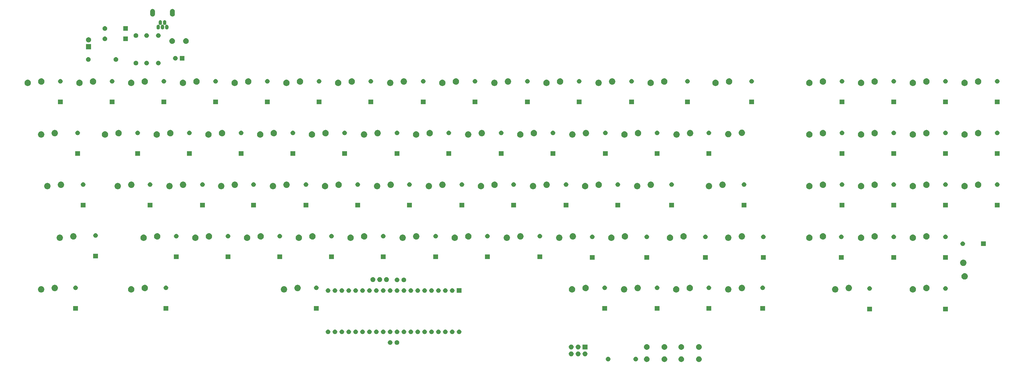
<source format=gts>
G04 #@! TF.GenerationSoftware,KiCad,Pcbnew,(5.1.6)-1*
G04 #@! TF.CreationDate,2020-05-31T14:57:11+02:00*
G04 #@! TF.ProjectId,m0110a_qmk,6d303131-3061-45f7-916d-6b2e6b696361,rev?*
G04 #@! TF.SameCoordinates,Original*
G04 #@! TF.FileFunction,Soldermask,Top*
G04 #@! TF.FilePolarity,Negative*
%FSLAX46Y46*%
G04 Gerber Fmt 4.6, Leading zero omitted, Abs format (unit mm)*
G04 Created by KiCad (PCBNEW (5.1.6)-1) date 2020-05-31 14:57:11*
%MOMM*%
%LPD*%
G01*
G04 APERTURE LIST*
%ADD10C,0.100000*%
G04 APERTURE END LIST*
D10*
G36*
X281888564Y-182813389D02*
G01*
X282079833Y-182892615D01*
X282079835Y-182892616D01*
X282204782Y-182976103D01*
X282251973Y-183007635D01*
X282398365Y-183154027D01*
X282513385Y-183326167D01*
X282592611Y-183517436D01*
X282633000Y-183720484D01*
X282633000Y-183927516D01*
X282592611Y-184130564D01*
X282564885Y-184197500D01*
X282513384Y-184321835D01*
X282398365Y-184493973D01*
X282251973Y-184640365D01*
X282079835Y-184755384D01*
X282079834Y-184755385D01*
X282079833Y-184755385D01*
X281888564Y-184834611D01*
X281685516Y-184875000D01*
X281478484Y-184875000D01*
X281275436Y-184834611D01*
X281084167Y-184755385D01*
X281084166Y-184755385D01*
X281084165Y-184755384D01*
X280912027Y-184640365D01*
X280765635Y-184493973D01*
X280650616Y-184321835D01*
X280599115Y-184197500D01*
X280571389Y-184130564D01*
X280531000Y-183927516D01*
X280531000Y-183720484D01*
X280571389Y-183517436D01*
X280650615Y-183326167D01*
X280765635Y-183154027D01*
X280912027Y-183007635D01*
X280959218Y-182976103D01*
X281084165Y-182892616D01*
X281084167Y-182892615D01*
X281275436Y-182813389D01*
X281478484Y-182773000D01*
X281685516Y-182773000D01*
X281888564Y-182813389D01*
G37*
G36*
X269188564Y-182813389D02*
G01*
X269379833Y-182892615D01*
X269379835Y-182892616D01*
X269504782Y-182976103D01*
X269551973Y-183007635D01*
X269698365Y-183154027D01*
X269813385Y-183326167D01*
X269892611Y-183517436D01*
X269933000Y-183720484D01*
X269933000Y-183927516D01*
X269892611Y-184130564D01*
X269864885Y-184197500D01*
X269813384Y-184321835D01*
X269698365Y-184493973D01*
X269551973Y-184640365D01*
X269379835Y-184755384D01*
X269379834Y-184755385D01*
X269379833Y-184755385D01*
X269188564Y-184834611D01*
X268985516Y-184875000D01*
X268778484Y-184875000D01*
X268575436Y-184834611D01*
X268384167Y-184755385D01*
X268384166Y-184755385D01*
X268384165Y-184755384D01*
X268212027Y-184640365D01*
X268065635Y-184493973D01*
X267950616Y-184321835D01*
X267899115Y-184197500D01*
X267871389Y-184130564D01*
X267831000Y-183927516D01*
X267831000Y-183720484D01*
X267871389Y-183517436D01*
X267950615Y-183326167D01*
X268065635Y-183154027D01*
X268212027Y-183007635D01*
X268259218Y-182976103D01*
X268384165Y-182892616D01*
X268384167Y-182892615D01*
X268575436Y-182813389D01*
X268778484Y-182773000D01*
X268985516Y-182773000D01*
X269188564Y-182813389D01*
G37*
G36*
X262688564Y-182813389D02*
G01*
X262879833Y-182892615D01*
X262879835Y-182892616D01*
X263004782Y-182976103D01*
X263051973Y-183007635D01*
X263198365Y-183154027D01*
X263313385Y-183326167D01*
X263392611Y-183517436D01*
X263433000Y-183720484D01*
X263433000Y-183927516D01*
X263392611Y-184130564D01*
X263364885Y-184197500D01*
X263313384Y-184321835D01*
X263198365Y-184493973D01*
X263051973Y-184640365D01*
X262879835Y-184755384D01*
X262879834Y-184755385D01*
X262879833Y-184755385D01*
X262688564Y-184834611D01*
X262485516Y-184875000D01*
X262278484Y-184875000D01*
X262075436Y-184834611D01*
X261884167Y-184755385D01*
X261884166Y-184755385D01*
X261884165Y-184755384D01*
X261712027Y-184640365D01*
X261565635Y-184493973D01*
X261450616Y-184321835D01*
X261399115Y-184197500D01*
X261371389Y-184130564D01*
X261331000Y-183927516D01*
X261331000Y-183720484D01*
X261371389Y-183517436D01*
X261450615Y-183326167D01*
X261565635Y-183154027D01*
X261712027Y-183007635D01*
X261759218Y-182976103D01*
X261884165Y-182892616D01*
X261884167Y-182892615D01*
X262075436Y-182813389D01*
X262278484Y-182773000D01*
X262485516Y-182773000D01*
X262688564Y-182813389D01*
G37*
G36*
X275388564Y-182813389D02*
G01*
X275579833Y-182892615D01*
X275579835Y-182892616D01*
X275704782Y-182976103D01*
X275751973Y-183007635D01*
X275898365Y-183154027D01*
X276013385Y-183326167D01*
X276092611Y-183517436D01*
X276133000Y-183720484D01*
X276133000Y-183927516D01*
X276092611Y-184130564D01*
X276064885Y-184197500D01*
X276013384Y-184321835D01*
X275898365Y-184493973D01*
X275751973Y-184640365D01*
X275579835Y-184755384D01*
X275579834Y-184755385D01*
X275579833Y-184755385D01*
X275388564Y-184834611D01*
X275185516Y-184875000D01*
X274978484Y-184875000D01*
X274775436Y-184834611D01*
X274584167Y-184755385D01*
X274584166Y-184755385D01*
X274584165Y-184755384D01*
X274412027Y-184640365D01*
X274265635Y-184493973D01*
X274150616Y-184321835D01*
X274099115Y-184197500D01*
X274071389Y-184130564D01*
X274031000Y-183927516D01*
X274031000Y-183720484D01*
X274071389Y-183517436D01*
X274150615Y-183326167D01*
X274265635Y-183154027D01*
X274412027Y-183007635D01*
X274459218Y-182976103D01*
X274584165Y-182892616D01*
X274584167Y-182892615D01*
X274775436Y-182813389D01*
X274978484Y-182773000D01*
X275185516Y-182773000D01*
X275388564Y-182813389D01*
G37*
G36*
X258566228Y-182976103D02*
G01*
X258721100Y-183040253D01*
X258860481Y-183133385D01*
X258979015Y-183251919D01*
X259072147Y-183391300D01*
X259136297Y-183546172D01*
X259169000Y-183710584D01*
X259169000Y-183878216D01*
X259136297Y-184042628D01*
X259072147Y-184197500D01*
X258979015Y-184336881D01*
X258860481Y-184455415D01*
X258721100Y-184548547D01*
X258566228Y-184612697D01*
X258401816Y-184645400D01*
X258234184Y-184645400D01*
X258069772Y-184612697D01*
X257914900Y-184548547D01*
X257775519Y-184455415D01*
X257656985Y-184336881D01*
X257563853Y-184197500D01*
X257499703Y-184042628D01*
X257467000Y-183878216D01*
X257467000Y-183710584D01*
X257499703Y-183546172D01*
X257563853Y-183391300D01*
X257656985Y-183251919D01*
X257775519Y-183133385D01*
X257914900Y-183040253D01*
X258069772Y-182976103D01*
X258234184Y-182943400D01*
X258401816Y-182943400D01*
X258566228Y-182976103D01*
G37*
G36*
X248406228Y-182976103D02*
G01*
X248561100Y-183040253D01*
X248700481Y-183133385D01*
X248819015Y-183251919D01*
X248912147Y-183391300D01*
X248976297Y-183546172D01*
X249009000Y-183710584D01*
X249009000Y-183878216D01*
X248976297Y-184042628D01*
X248912147Y-184197500D01*
X248819015Y-184336881D01*
X248700481Y-184455415D01*
X248561100Y-184548547D01*
X248406228Y-184612697D01*
X248241816Y-184645400D01*
X248074184Y-184645400D01*
X247909772Y-184612697D01*
X247754900Y-184548547D01*
X247615519Y-184455415D01*
X247496985Y-184336881D01*
X247403853Y-184197500D01*
X247339703Y-184042628D01*
X247307000Y-183878216D01*
X247307000Y-183710584D01*
X247339703Y-183546172D01*
X247403853Y-183391300D01*
X247496985Y-183251919D01*
X247615519Y-183133385D01*
X247754900Y-183040253D01*
X247909772Y-182976103D01*
X248074184Y-182943400D01*
X248241816Y-182943400D01*
X248406228Y-182976103D01*
G37*
G36*
X237222512Y-180967927D02*
G01*
X237371812Y-180997624D01*
X237535784Y-181065544D01*
X237683354Y-181164147D01*
X237808853Y-181289646D01*
X237907456Y-181437216D01*
X237975376Y-181601188D01*
X238010000Y-181775259D01*
X238010000Y-181952741D01*
X237975376Y-182126812D01*
X237907456Y-182290784D01*
X237808853Y-182438354D01*
X237683354Y-182563853D01*
X237535784Y-182662456D01*
X237371812Y-182730376D01*
X237222512Y-182760073D01*
X237197742Y-182765000D01*
X237020258Y-182765000D01*
X236995488Y-182760073D01*
X236846188Y-182730376D01*
X236682216Y-182662456D01*
X236534646Y-182563853D01*
X236409147Y-182438354D01*
X236310544Y-182290784D01*
X236242624Y-182126812D01*
X236208000Y-181952741D01*
X236208000Y-181775259D01*
X236242624Y-181601188D01*
X236310544Y-181437216D01*
X236409147Y-181289646D01*
X236534646Y-181164147D01*
X236682216Y-181065544D01*
X236846188Y-180997624D01*
X236995488Y-180967927D01*
X237020258Y-180963000D01*
X237197742Y-180963000D01*
X237222512Y-180967927D01*
G37*
G36*
X239762512Y-180967927D02*
G01*
X239911812Y-180997624D01*
X240075784Y-181065544D01*
X240223354Y-181164147D01*
X240348853Y-181289646D01*
X240447456Y-181437216D01*
X240515376Y-181601188D01*
X240550000Y-181775259D01*
X240550000Y-181952741D01*
X240515376Y-182126812D01*
X240447456Y-182290784D01*
X240348853Y-182438354D01*
X240223354Y-182563853D01*
X240075784Y-182662456D01*
X239911812Y-182730376D01*
X239762512Y-182760073D01*
X239737742Y-182765000D01*
X239560258Y-182765000D01*
X239535488Y-182760073D01*
X239386188Y-182730376D01*
X239222216Y-182662456D01*
X239074646Y-182563853D01*
X238949147Y-182438354D01*
X238850544Y-182290784D01*
X238782624Y-182126812D01*
X238748000Y-181952741D01*
X238748000Y-181775259D01*
X238782624Y-181601188D01*
X238850544Y-181437216D01*
X238949147Y-181289646D01*
X239074646Y-181164147D01*
X239222216Y-181065544D01*
X239386188Y-180997624D01*
X239535488Y-180967927D01*
X239560258Y-180963000D01*
X239737742Y-180963000D01*
X239762512Y-180967927D01*
G37*
G36*
X234682512Y-180967927D02*
G01*
X234831812Y-180997624D01*
X234995784Y-181065544D01*
X235143354Y-181164147D01*
X235268853Y-181289646D01*
X235367456Y-181437216D01*
X235435376Y-181601188D01*
X235470000Y-181775259D01*
X235470000Y-181952741D01*
X235435376Y-182126812D01*
X235367456Y-182290784D01*
X235268853Y-182438354D01*
X235143354Y-182563853D01*
X234995784Y-182662456D01*
X234831812Y-182730376D01*
X234682512Y-182760073D01*
X234657742Y-182765000D01*
X234480258Y-182765000D01*
X234455488Y-182760073D01*
X234306188Y-182730376D01*
X234142216Y-182662456D01*
X233994646Y-182563853D01*
X233869147Y-182438354D01*
X233770544Y-182290784D01*
X233702624Y-182126812D01*
X233668000Y-181952741D01*
X233668000Y-181775259D01*
X233702624Y-181601188D01*
X233770544Y-181437216D01*
X233869147Y-181289646D01*
X233994646Y-181164147D01*
X234142216Y-181065544D01*
X234306188Y-180997624D01*
X234455488Y-180967927D01*
X234480258Y-180963000D01*
X234657742Y-180963000D01*
X234682512Y-180967927D01*
G37*
G36*
X281888564Y-178313389D02*
G01*
X282079833Y-178392615D01*
X282079835Y-178392616D01*
X282251973Y-178507635D01*
X282398365Y-178654027D01*
X282462256Y-178749646D01*
X282513385Y-178826167D01*
X282592611Y-179017436D01*
X282633000Y-179220484D01*
X282633000Y-179427516D01*
X282592611Y-179630564D01*
X282542815Y-179750782D01*
X282513384Y-179821835D01*
X282398365Y-179993973D01*
X282251973Y-180140365D01*
X282079835Y-180255384D01*
X282079834Y-180255385D01*
X282079833Y-180255385D01*
X281888564Y-180334611D01*
X281685516Y-180375000D01*
X281478484Y-180375000D01*
X281275436Y-180334611D01*
X281084167Y-180255385D01*
X281084166Y-180255385D01*
X281084165Y-180255384D01*
X280912027Y-180140365D01*
X280765635Y-179993973D01*
X280650616Y-179821835D01*
X280621185Y-179750782D01*
X280571389Y-179630564D01*
X280531000Y-179427516D01*
X280531000Y-179220484D01*
X280571389Y-179017436D01*
X280650615Y-178826167D01*
X280701745Y-178749646D01*
X280765635Y-178654027D01*
X280912027Y-178507635D01*
X281084165Y-178392616D01*
X281084167Y-178392615D01*
X281275436Y-178313389D01*
X281478484Y-178273000D01*
X281685516Y-178273000D01*
X281888564Y-178313389D01*
G37*
G36*
X275388564Y-178313389D02*
G01*
X275579833Y-178392615D01*
X275579835Y-178392616D01*
X275751973Y-178507635D01*
X275898365Y-178654027D01*
X275962256Y-178749646D01*
X276013385Y-178826167D01*
X276092611Y-179017436D01*
X276133000Y-179220484D01*
X276133000Y-179427516D01*
X276092611Y-179630564D01*
X276042815Y-179750782D01*
X276013384Y-179821835D01*
X275898365Y-179993973D01*
X275751973Y-180140365D01*
X275579835Y-180255384D01*
X275579834Y-180255385D01*
X275579833Y-180255385D01*
X275388564Y-180334611D01*
X275185516Y-180375000D01*
X274978484Y-180375000D01*
X274775436Y-180334611D01*
X274584167Y-180255385D01*
X274584166Y-180255385D01*
X274584165Y-180255384D01*
X274412027Y-180140365D01*
X274265635Y-179993973D01*
X274150616Y-179821835D01*
X274121185Y-179750782D01*
X274071389Y-179630564D01*
X274031000Y-179427516D01*
X274031000Y-179220484D01*
X274071389Y-179017436D01*
X274150615Y-178826167D01*
X274201745Y-178749646D01*
X274265635Y-178654027D01*
X274412027Y-178507635D01*
X274584165Y-178392616D01*
X274584167Y-178392615D01*
X274775436Y-178313389D01*
X274978484Y-178273000D01*
X275185516Y-178273000D01*
X275388564Y-178313389D01*
G37*
G36*
X269188564Y-178313389D02*
G01*
X269379833Y-178392615D01*
X269379835Y-178392616D01*
X269551973Y-178507635D01*
X269698365Y-178654027D01*
X269762256Y-178749646D01*
X269813385Y-178826167D01*
X269892611Y-179017436D01*
X269933000Y-179220484D01*
X269933000Y-179427516D01*
X269892611Y-179630564D01*
X269842815Y-179750782D01*
X269813384Y-179821835D01*
X269698365Y-179993973D01*
X269551973Y-180140365D01*
X269379835Y-180255384D01*
X269379834Y-180255385D01*
X269379833Y-180255385D01*
X269188564Y-180334611D01*
X268985516Y-180375000D01*
X268778484Y-180375000D01*
X268575436Y-180334611D01*
X268384167Y-180255385D01*
X268384166Y-180255385D01*
X268384165Y-180255384D01*
X268212027Y-180140365D01*
X268065635Y-179993973D01*
X267950616Y-179821835D01*
X267921185Y-179750782D01*
X267871389Y-179630564D01*
X267831000Y-179427516D01*
X267831000Y-179220484D01*
X267871389Y-179017436D01*
X267950615Y-178826167D01*
X268001745Y-178749646D01*
X268065635Y-178654027D01*
X268212027Y-178507635D01*
X268384165Y-178392616D01*
X268384167Y-178392615D01*
X268575436Y-178313389D01*
X268778484Y-178273000D01*
X268985516Y-178273000D01*
X269188564Y-178313389D01*
G37*
G36*
X262688564Y-178313389D02*
G01*
X262879833Y-178392615D01*
X262879835Y-178392616D01*
X263051973Y-178507635D01*
X263198365Y-178654027D01*
X263262256Y-178749646D01*
X263313385Y-178826167D01*
X263392611Y-179017436D01*
X263433000Y-179220484D01*
X263433000Y-179427516D01*
X263392611Y-179630564D01*
X263342815Y-179750782D01*
X263313384Y-179821835D01*
X263198365Y-179993973D01*
X263051973Y-180140365D01*
X262879835Y-180255384D01*
X262879834Y-180255385D01*
X262879833Y-180255385D01*
X262688564Y-180334611D01*
X262485516Y-180375000D01*
X262278484Y-180375000D01*
X262075436Y-180334611D01*
X261884167Y-180255385D01*
X261884166Y-180255385D01*
X261884165Y-180255384D01*
X261712027Y-180140365D01*
X261565635Y-179993973D01*
X261450616Y-179821835D01*
X261421185Y-179750782D01*
X261371389Y-179630564D01*
X261331000Y-179427516D01*
X261331000Y-179220484D01*
X261371389Y-179017436D01*
X261450615Y-178826167D01*
X261501745Y-178749646D01*
X261565635Y-178654027D01*
X261712027Y-178507635D01*
X261884165Y-178392616D01*
X261884167Y-178392615D01*
X262075436Y-178313389D01*
X262278484Y-178273000D01*
X262485516Y-178273000D01*
X262688564Y-178313389D01*
G37*
G36*
X240550000Y-180225000D02*
G01*
X238748000Y-180225000D01*
X238748000Y-178423000D01*
X240550000Y-178423000D01*
X240550000Y-180225000D01*
G37*
G36*
X234678590Y-178427147D02*
G01*
X234831812Y-178457624D01*
X234995784Y-178525544D01*
X235143354Y-178624147D01*
X235268853Y-178749646D01*
X235367456Y-178897216D01*
X235435376Y-179061188D01*
X235470000Y-179235259D01*
X235470000Y-179412741D01*
X235435376Y-179586812D01*
X235367456Y-179750784D01*
X235268853Y-179898354D01*
X235143354Y-180023853D01*
X234995784Y-180122456D01*
X234831812Y-180190376D01*
X234682512Y-180220073D01*
X234657742Y-180225000D01*
X234480258Y-180225000D01*
X234455488Y-180220073D01*
X234306188Y-180190376D01*
X234142216Y-180122456D01*
X233994646Y-180023853D01*
X233869147Y-179898354D01*
X233770544Y-179750784D01*
X233702624Y-179586812D01*
X233668000Y-179412741D01*
X233668000Y-179235259D01*
X233702624Y-179061188D01*
X233770544Y-178897216D01*
X233869147Y-178749646D01*
X233994646Y-178624147D01*
X234142216Y-178525544D01*
X234306188Y-178457624D01*
X234459410Y-178427147D01*
X234480258Y-178423000D01*
X234657742Y-178423000D01*
X234678590Y-178427147D01*
G37*
G36*
X237218590Y-178427147D02*
G01*
X237371812Y-178457624D01*
X237535784Y-178525544D01*
X237683354Y-178624147D01*
X237808853Y-178749646D01*
X237907456Y-178897216D01*
X237975376Y-179061188D01*
X238010000Y-179235259D01*
X238010000Y-179412741D01*
X237975376Y-179586812D01*
X237907456Y-179750784D01*
X237808853Y-179898354D01*
X237683354Y-180023853D01*
X237535784Y-180122456D01*
X237371812Y-180190376D01*
X237222512Y-180220073D01*
X237197742Y-180225000D01*
X237020258Y-180225000D01*
X236995488Y-180220073D01*
X236846188Y-180190376D01*
X236682216Y-180122456D01*
X236534646Y-180023853D01*
X236409147Y-179898354D01*
X236310544Y-179750784D01*
X236242624Y-179586812D01*
X236208000Y-179412741D01*
X236208000Y-179235259D01*
X236242624Y-179061188D01*
X236310544Y-178897216D01*
X236409147Y-178749646D01*
X236534646Y-178624147D01*
X236682216Y-178525544D01*
X236846188Y-178457624D01*
X236999410Y-178427147D01*
X237020258Y-178423000D01*
X237197742Y-178423000D01*
X237218590Y-178427147D01*
G37*
G36*
X170642228Y-176854703D02*
G01*
X170797100Y-176918853D01*
X170936481Y-177011985D01*
X171055015Y-177130519D01*
X171148147Y-177269900D01*
X171212297Y-177424772D01*
X171245000Y-177589184D01*
X171245000Y-177756816D01*
X171212297Y-177921228D01*
X171148147Y-178076100D01*
X171055015Y-178215481D01*
X170936481Y-178334015D01*
X170797100Y-178427147D01*
X170642228Y-178491297D01*
X170477816Y-178524000D01*
X170310184Y-178524000D01*
X170145772Y-178491297D01*
X169990900Y-178427147D01*
X169851519Y-178334015D01*
X169732985Y-178215481D01*
X169639853Y-178076100D01*
X169575703Y-177921228D01*
X169543000Y-177756816D01*
X169543000Y-177589184D01*
X169575703Y-177424772D01*
X169639853Y-177269900D01*
X169732985Y-177130519D01*
X169851519Y-177011985D01*
X169990900Y-176918853D01*
X170145772Y-176854703D01*
X170310184Y-176822000D01*
X170477816Y-176822000D01*
X170642228Y-176854703D01*
G37*
G36*
X168142228Y-176854703D02*
G01*
X168297100Y-176918853D01*
X168436481Y-177011985D01*
X168555015Y-177130519D01*
X168648147Y-177269900D01*
X168712297Y-177424772D01*
X168745000Y-177589184D01*
X168745000Y-177756816D01*
X168712297Y-177921228D01*
X168648147Y-178076100D01*
X168555015Y-178215481D01*
X168436481Y-178334015D01*
X168297100Y-178427147D01*
X168142228Y-178491297D01*
X167977816Y-178524000D01*
X167810184Y-178524000D01*
X167645772Y-178491297D01*
X167490900Y-178427147D01*
X167351519Y-178334015D01*
X167232985Y-178215481D01*
X167139853Y-178076100D01*
X167075703Y-177921228D01*
X167043000Y-177756816D01*
X167043000Y-177589184D01*
X167075703Y-177424772D01*
X167139853Y-177269900D01*
X167232985Y-177130519D01*
X167351519Y-177011985D01*
X167490900Y-176918853D01*
X167645772Y-176854703D01*
X167810184Y-176822000D01*
X167977816Y-176822000D01*
X168142228Y-176854703D01*
G37*
G36*
X157982228Y-172917703D02*
G01*
X158137100Y-172981853D01*
X158276481Y-173074985D01*
X158395015Y-173193519D01*
X158488147Y-173332900D01*
X158552297Y-173487772D01*
X158585000Y-173652184D01*
X158585000Y-173819816D01*
X158552297Y-173984228D01*
X158488147Y-174139100D01*
X158395015Y-174278481D01*
X158276481Y-174397015D01*
X158137100Y-174490147D01*
X157982228Y-174554297D01*
X157817816Y-174587000D01*
X157650184Y-174587000D01*
X157485772Y-174554297D01*
X157330900Y-174490147D01*
X157191519Y-174397015D01*
X157072985Y-174278481D01*
X156979853Y-174139100D01*
X156915703Y-173984228D01*
X156883000Y-173819816D01*
X156883000Y-173652184D01*
X156915703Y-173487772D01*
X156979853Y-173332900D01*
X157072985Y-173193519D01*
X157191519Y-173074985D01*
X157330900Y-172981853D01*
X157485772Y-172917703D01*
X157650184Y-172885000D01*
X157817816Y-172885000D01*
X157982228Y-172917703D01*
G37*
G36*
X191002228Y-172917703D02*
G01*
X191157100Y-172981853D01*
X191296481Y-173074985D01*
X191415015Y-173193519D01*
X191508147Y-173332900D01*
X191572297Y-173487772D01*
X191605000Y-173652184D01*
X191605000Y-173819816D01*
X191572297Y-173984228D01*
X191508147Y-174139100D01*
X191415015Y-174278481D01*
X191296481Y-174397015D01*
X191157100Y-174490147D01*
X191002228Y-174554297D01*
X190837816Y-174587000D01*
X190670184Y-174587000D01*
X190505772Y-174554297D01*
X190350900Y-174490147D01*
X190211519Y-174397015D01*
X190092985Y-174278481D01*
X189999853Y-174139100D01*
X189935703Y-173984228D01*
X189903000Y-173819816D01*
X189903000Y-173652184D01*
X189935703Y-173487772D01*
X189999853Y-173332900D01*
X190092985Y-173193519D01*
X190211519Y-173074985D01*
X190350900Y-172981853D01*
X190505772Y-172917703D01*
X190670184Y-172885000D01*
X190837816Y-172885000D01*
X191002228Y-172917703D01*
G37*
G36*
X188462228Y-172917703D02*
G01*
X188617100Y-172981853D01*
X188756481Y-173074985D01*
X188875015Y-173193519D01*
X188968147Y-173332900D01*
X189032297Y-173487772D01*
X189065000Y-173652184D01*
X189065000Y-173819816D01*
X189032297Y-173984228D01*
X188968147Y-174139100D01*
X188875015Y-174278481D01*
X188756481Y-174397015D01*
X188617100Y-174490147D01*
X188462228Y-174554297D01*
X188297816Y-174587000D01*
X188130184Y-174587000D01*
X187965772Y-174554297D01*
X187810900Y-174490147D01*
X187671519Y-174397015D01*
X187552985Y-174278481D01*
X187459853Y-174139100D01*
X187395703Y-173984228D01*
X187363000Y-173819816D01*
X187363000Y-173652184D01*
X187395703Y-173487772D01*
X187459853Y-173332900D01*
X187552985Y-173193519D01*
X187671519Y-173074985D01*
X187810900Y-172981853D01*
X187965772Y-172917703D01*
X188130184Y-172885000D01*
X188297816Y-172885000D01*
X188462228Y-172917703D01*
G37*
G36*
X155442228Y-172917703D02*
G01*
X155597100Y-172981853D01*
X155736481Y-173074985D01*
X155855015Y-173193519D01*
X155948147Y-173332900D01*
X156012297Y-173487772D01*
X156045000Y-173652184D01*
X156045000Y-173819816D01*
X156012297Y-173984228D01*
X155948147Y-174139100D01*
X155855015Y-174278481D01*
X155736481Y-174397015D01*
X155597100Y-174490147D01*
X155442228Y-174554297D01*
X155277816Y-174587000D01*
X155110184Y-174587000D01*
X154945772Y-174554297D01*
X154790900Y-174490147D01*
X154651519Y-174397015D01*
X154532985Y-174278481D01*
X154439853Y-174139100D01*
X154375703Y-173984228D01*
X154343000Y-173819816D01*
X154343000Y-173652184D01*
X154375703Y-173487772D01*
X154439853Y-173332900D01*
X154532985Y-173193519D01*
X154651519Y-173074985D01*
X154790900Y-172981853D01*
X154945772Y-172917703D01*
X155110184Y-172885000D01*
X155277816Y-172885000D01*
X155442228Y-172917703D01*
G37*
G36*
X193542228Y-172917703D02*
G01*
X193697100Y-172981853D01*
X193836481Y-173074985D01*
X193955015Y-173193519D01*
X194048147Y-173332900D01*
X194112297Y-173487772D01*
X194145000Y-173652184D01*
X194145000Y-173819816D01*
X194112297Y-173984228D01*
X194048147Y-174139100D01*
X193955015Y-174278481D01*
X193836481Y-174397015D01*
X193697100Y-174490147D01*
X193542228Y-174554297D01*
X193377816Y-174587000D01*
X193210184Y-174587000D01*
X193045772Y-174554297D01*
X192890900Y-174490147D01*
X192751519Y-174397015D01*
X192632985Y-174278481D01*
X192539853Y-174139100D01*
X192475703Y-173984228D01*
X192443000Y-173819816D01*
X192443000Y-173652184D01*
X192475703Y-173487772D01*
X192539853Y-173332900D01*
X192632985Y-173193519D01*
X192751519Y-173074985D01*
X192890900Y-172981853D01*
X193045772Y-172917703D01*
X193210184Y-172885000D01*
X193377816Y-172885000D01*
X193542228Y-172917703D01*
G37*
G36*
X185922228Y-172917703D02*
G01*
X186077100Y-172981853D01*
X186216481Y-173074985D01*
X186335015Y-173193519D01*
X186428147Y-173332900D01*
X186492297Y-173487772D01*
X186525000Y-173652184D01*
X186525000Y-173819816D01*
X186492297Y-173984228D01*
X186428147Y-174139100D01*
X186335015Y-174278481D01*
X186216481Y-174397015D01*
X186077100Y-174490147D01*
X185922228Y-174554297D01*
X185757816Y-174587000D01*
X185590184Y-174587000D01*
X185425772Y-174554297D01*
X185270900Y-174490147D01*
X185131519Y-174397015D01*
X185012985Y-174278481D01*
X184919853Y-174139100D01*
X184855703Y-173984228D01*
X184823000Y-173819816D01*
X184823000Y-173652184D01*
X184855703Y-173487772D01*
X184919853Y-173332900D01*
X185012985Y-173193519D01*
X185131519Y-173074985D01*
X185270900Y-172981853D01*
X185425772Y-172917703D01*
X185590184Y-172885000D01*
X185757816Y-172885000D01*
X185922228Y-172917703D01*
G37*
G36*
X183382228Y-172917703D02*
G01*
X183537100Y-172981853D01*
X183676481Y-173074985D01*
X183795015Y-173193519D01*
X183888147Y-173332900D01*
X183952297Y-173487772D01*
X183985000Y-173652184D01*
X183985000Y-173819816D01*
X183952297Y-173984228D01*
X183888147Y-174139100D01*
X183795015Y-174278481D01*
X183676481Y-174397015D01*
X183537100Y-174490147D01*
X183382228Y-174554297D01*
X183217816Y-174587000D01*
X183050184Y-174587000D01*
X182885772Y-174554297D01*
X182730900Y-174490147D01*
X182591519Y-174397015D01*
X182472985Y-174278481D01*
X182379853Y-174139100D01*
X182315703Y-173984228D01*
X182283000Y-173819816D01*
X182283000Y-173652184D01*
X182315703Y-173487772D01*
X182379853Y-173332900D01*
X182472985Y-173193519D01*
X182591519Y-173074985D01*
X182730900Y-172981853D01*
X182885772Y-172917703D01*
X183050184Y-172885000D01*
X183217816Y-172885000D01*
X183382228Y-172917703D01*
G37*
G36*
X152902228Y-172917703D02*
G01*
X153057100Y-172981853D01*
X153196481Y-173074985D01*
X153315015Y-173193519D01*
X153408147Y-173332900D01*
X153472297Y-173487772D01*
X153505000Y-173652184D01*
X153505000Y-173819816D01*
X153472297Y-173984228D01*
X153408147Y-174139100D01*
X153315015Y-174278481D01*
X153196481Y-174397015D01*
X153057100Y-174490147D01*
X152902228Y-174554297D01*
X152737816Y-174587000D01*
X152570184Y-174587000D01*
X152405772Y-174554297D01*
X152250900Y-174490147D01*
X152111519Y-174397015D01*
X151992985Y-174278481D01*
X151899853Y-174139100D01*
X151835703Y-173984228D01*
X151803000Y-173819816D01*
X151803000Y-173652184D01*
X151835703Y-173487772D01*
X151899853Y-173332900D01*
X151992985Y-173193519D01*
X152111519Y-173074985D01*
X152250900Y-172981853D01*
X152405772Y-172917703D01*
X152570184Y-172885000D01*
X152737816Y-172885000D01*
X152902228Y-172917703D01*
G37*
G36*
X150362228Y-172917703D02*
G01*
X150517100Y-172981853D01*
X150656481Y-173074985D01*
X150775015Y-173193519D01*
X150868147Y-173332900D01*
X150932297Y-173487772D01*
X150965000Y-173652184D01*
X150965000Y-173819816D01*
X150932297Y-173984228D01*
X150868147Y-174139100D01*
X150775015Y-174278481D01*
X150656481Y-174397015D01*
X150517100Y-174490147D01*
X150362228Y-174554297D01*
X150197816Y-174587000D01*
X150030184Y-174587000D01*
X149865772Y-174554297D01*
X149710900Y-174490147D01*
X149571519Y-174397015D01*
X149452985Y-174278481D01*
X149359853Y-174139100D01*
X149295703Y-173984228D01*
X149263000Y-173819816D01*
X149263000Y-173652184D01*
X149295703Y-173487772D01*
X149359853Y-173332900D01*
X149452985Y-173193519D01*
X149571519Y-173074985D01*
X149710900Y-172981853D01*
X149865772Y-172917703D01*
X150030184Y-172885000D01*
X150197816Y-172885000D01*
X150362228Y-172917703D01*
G37*
G36*
X147822228Y-172917703D02*
G01*
X147977100Y-172981853D01*
X148116481Y-173074985D01*
X148235015Y-173193519D01*
X148328147Y-173332900D01*
X148392297Y-173487772D01*
X148425000Y-173652184D01*
X148425000Y-173819816D01*
X148392297Y-173984228D01*
X148328147Y-174139100D01*
X148235015Y-174278481D01*
X148116481Y-174397015D01*
X147977100Y-174490147D01*
X147822228Y-174554297D01*
X147657816Y-174587000D01*
X147490184Y-174587000D01*
X147325772Y-174554297D01*
X147170900Y-174490147D01*
X147031519Y-174397015D01*
X146912985Y-174278481D01*
X146819853Y-174139100D01*
X146755703Y-173984228D01*
X146723000Y-173819816D01*
X146723000Y-173652184D01*
X146755703Y-173487772D01*
X146819853Y-173332900D01*
X146912985Y-173193519D01*
X147031519Y-173074985D01*
X147170900Y-172981853D01*
X147325772Y-172917703D01*
X147490184Y-172885000D01*
X147657816Y-172885000D01*
X147822228Y-172917703D01*
G37*
G36*
X180842228Y-172917703D02*
G01*
X180997100Y-172981853D01*
X181136481Y-173074985D01*
X181255015Y-173193519D01*
X181348147Y-173332900D01*
X181412297Y-173487772D01*
X181445000Y-173652184D01*
X181445000Y-173819816D01*
X181412297Y-173984228D01*
X181348147Y-174139100D01*
X181255015Y-174278481D01*
X181136481Y-174397015D01*
X180997100Y-174490147D01*
X180842228Y-174554297D01*
X180677816Y-174587000D01*
X180510184Y-174587000D01*
X180345772Y-174554297D01*
X180190900Y-174490147D01*
X180051519Y-174397015D01*
X179932985Y-174278481D01*
X179839853Y-174139100D01*
X179775703Y-173984228D01*
X179743000Y-173819816D01*
X179743000Y-173652184D01*
X179775703Y-173487772D01*
X179839853Y-173332900D01*
X179932985Y-173193519D01*
X180051519Y-173074985D01*
X180190900Y-172981853D01*
X180345772Y-172917703D01*
X180510184Y-172885000D01*
X180677816Y-172885000D01*
X180842228Y-172917703D01*
G37*
G36*
X178302228Y-172917703D02*
G01*
X178457100Y-172981853D01*
X178596481Y-173074985D01*
X178715015Y-173193519D01*
X178808147Y-173332900D01*
X178872297Y-173487772D01*
X178905000Y-173652184D01*
X178905000Y-173819816D01*
X178872297Y-173984228D01*
X178808147Y-174139100D01*
X178715015Y-174278481D01*
X178596481Y-174397015D01*
X178457100Y-174490147D01*
X178302228Y-174554297D01*
X178137816Y-174587000D01*
X177970184Y-174587000D01*
X177805772Y-174554297D01*
X177650900Y-174490147D01*
X177511519Y-174397015D01*
X177392985Y-174278481D01*
X177299853Y-174139100D01*
X177235703Y-173984228D01*
X177203000Y-173819816D01*
X177203000Y-173652184D01*
X177235703Y-173487772D01*
X177299853Y-173332900D01*
X177392985Y-173193519D01*
X177511519Y-173074985D01*
X177650900Y-172981853D01*
X177805772Y-172917703D01*
X177970184Y-172885000D01*
X178137816Y-172885000D01*
X178302228Y-172917703D01*
G37*
G36*
X160522228Y-172917703D02*
G01*
X160677100Y-172981853D01*
X160816481Y-173074985D01*
X160935015Y-173193519D01*
X161028147Y-173332900D01*
X161092297Y-173487772D01*
X161125000Y-173652184D01*
X161125000Y-173819816D01*
X161092297Y-173984228D01*
X161028147Y-174139100D01*
X160935015Y-174278481D01*
X160816481Y-174397015D01*
X160677100Y-174490147D01*
X160522228Y-174554297D01*
X160357816Y-174587000D01*
X160190184Y-174587000D01*
X160025772Y-174554297D01*
X159870900Y-174490147D01*
X159731519Y-174397015D01*
X159612985Y-174278481D01*
X159519853Y-174139100D01*
X159455703Y-173984228D01*
X159423000Y-173819816D01*
X159423000Y-173652184D01*
X159455703Y-173487772D01*
X159519853Y-173332900D01*
X159612985Y-173193519D01*
X159731519Y-173074985D01*
X159870900Y-172981853D01*
X160025772Y-172917703D01*
X160190184Y-172885000D01*
X160357816Y-172885000D01*
X160522228Y-172917703D01*
G37*
G36*
X175762228Y-172917703D02*
G01*
X175917100Y-172981853D01*
X176056481Y-173074985D01*
X176175015Y-173193519D01*
X176268147Y-173332900D01*
X176332297Y-173487772D01*
X176365000Y-173652184D01*
X176365000Y-173819816D01*
X176332297Y-173984228D01*
X176268147Y-174139100D01*
X176175015Y-174278481D01*
X176056481Y-174397015D01*
X175917100Y-174490147D01*
X175762228Y-174554297D01*
X175597816Y-174587000D01*
X175430184Y-174587000D01*
X175265772Y-174554297D01*
X175110900Y-174490147D01*
X174971519Y-174397015D01*
X174852985Y-174278481D01*
X174759853Y-174139100D01*
X174695703Y-173984228D01*
X174663000Y-173819816D01*
X174663000Y-173652184D01*
X174695703Y-173487772D01*
X174759853Y-173332900D01*
X174852985Y-173193519D01*
X174971519Y-173074985D01*
X175110900Y-172981853D01*
X175265772Y-172917703D01*
X175430184Y-172885000D01*
X175597816Y-172885000D01*
X175762228Y-172917703D01*
G37*
G36*
X173222228Y-172917703D02*
G01*
X173377100Y-172981853D01*
X173516481Y-173074985D01*
X173635015Y-173193519D01*
X173728147Y-173332900D01*
X173792297Y-173487772D01*
X173825000Y-173652184D01*
X173825000Y-173819816D01*
X173792297Y-173984228D01*
X173728147Y-174139100D01*
X173635015Y-174278481D01*
X173516481Y-174397015D01*
X173377100Y-174490147D01*
X173222228Y-174554297D01*
X173057816Y-174587000D01*
X172890184Y-174587000D01*
X172725772Y-174554297D01*
X172570900Y-174490147D01*
X172431519Y-174397015D01*
X172312985Y-174278481D01*
X172219853Y-174139100D01*
X172155703Y-173984228D01*
X172123000Y-173819816D01*
X172123000Y-173652184D01*
X172155703Y-173487772D01*
X172219853Y-173332900D01*
X172312985Y-173193519D01*
X172431519Y-173074985D01*
X172570900Y-172981853D01*
X172725772Y-172917703D01*
X172890184Y-172885000D01*
X173057816Y-172885000D01*
X173222228Y-172917703D01*
G37*
G36*
X163062228Y-172917703D02*
G01*
X163217100Y-172981853D01*
X163356481Y-173074985D01*
X163475015Y-173193519D01*
X163568147Y-173332900D01*
X163632297Y-173487772D01*
X163665000Y-173652184D01*
X163665000Y-173819816D01*
X163632297Y-173984228D01*
X163568147Y-174139100D01*
X163475015Y-174278481D01*
X163356481Y-174397015D01*
X163217100Y-174490147D01*
X163062228Y-174554297D01*
X162897816Y-174587000D01*
X162730184Y-174587000D01*
X162565772Y-174554297D01*
X162410900Y-174490147D01*
X162271519Y-174397015D01*
X162152985Y-174278481D01*
X162059853Y-174139100D01*
X161995703Y-173984228D01*
X161963000Y-173819816D01*
X161963000Y-173652184D01*
X161995703Y-173487772D01*
X162059853Y-173332900D01*
X162152985Y-173193519D01*
X162271519Y-173074985D01*
X162410900Y-172981853D01*
X162565772Y-172917703D01*
X162730184Y-172885000D01*
X162897816Y-172885000D01*
X163062228Y-172917703D01*
G37*
G36*
X170682228Y-172917703D02*
G01*
X170837100Y-172981853D01*
X170976481Y-173074985D01*
X171095015Y-173193519D01*
X171188147Y-173332900D01*
X171252297Y-173487772D01*
X171285000Y-173652184D01*
X171285000Y-173819816D01*
X171252297Y-173984228D01*
X171188147Y-174139100D01*
X171095015Y-174278481D01*
X170976481Y-174397015D01*
X170837100Y-174490147D01*
X170682228Y-174554297D01*
X170517816Y-174587000D01*
X170350184Y-174587000D01*
X170185772Y-174554297D01*
X170030900Y-174490147D01*
X169891519Y-174397015D01*
X169772985Y-174278481D01*
X169679853Y-174139100D01*
X169615703Y-173984228D01*
X169583000Y-173819816D01*
X169583000Y-173652184D01*
X169615703Y-173487772D01*
X169679853Y-173332900D01*
X169772985Y-173193519D01*
X169891519Y-173074985D01*
X170030900Y-172981853D01*
X170185772Y-172917703D01*
X170350184Y-172885000D01*
X170517816Y-172885000D01*
X170682228Y-172917703D01*
G37*
G36*
X168142228Y-172917703D02*
G01*
X168297100Y-172981853D01*
X168436481Y-173074985D01*
X168555015Y-173193519D01*
X168648147Y-173332900D01*
X168712297Y-173487772D01*
X168745000Y-173652184D01*
X168745000Y-173819816D01*
X168712297Y-173984228D01*
X168648147Y-174139100D01*
X168555015Y-174278481D01*
X168436481Y-174397015D01*
X168297100Y-174490147D01*
X168142228Y-174554297D01*
X167977816Y-174587000D01*
X167810184Y-174587000D01*
X167645772Y-174554297D01*
X167490900Y-174490147D01*
X167351519Y-174397015D01*
X167232985Y-174278481D01*
X167139853Y-174139100D01*
X167075703Y-173984228D01*
X167043000Y-173819816D01*
X167043000Y-173652184D01*
X167075703Y-173487772D01*
X167139853Y-173332900D01*
X167232985Y-173193519D01*
X167351519Y-173074985D01*
X167490900Y-172981853D01*
X167645772Y-172917703D01*
X167810184Y-172885000D01*
X167977816Y-172885000D01*
X168142228Y-172917703D01*
G37*
G36*
X165602228Y-172917703D02*
G01*
X165757100Y-172981853D01*
X165896481Y-173074985D01*
X166015015Y-173193519D01*
X166108147Y-173332900D01*
X166172297Y-173487772D01*
X166205000Y-173652184D01*
X166205000Y-173819816D01*
X166172297Y-173984228D01*
X166108147Y-174139100D01*
X166015015Y-174278481D01*
X165896481Y-174397015D01*
X165757100Y-174490147D01*
X165602228Y-174554297D01*
X165437816Y-174587000D01*
X165270184Y-174587000D01*
X165105772Y-174554297D01*
X164950900Y-174490147D01*
X164811519Y-174397015D01*
X164692985Y-174278481D01*
X164599853Y-174139100D01*
X164535703Y-173984228D01*
X164503000Y-173819816D01*
X164503000Y-173652184D01*
X164535703Y-173487772D01*
X164599853Y-173332900D01*
X164692985Y-173193519D01*
X164811519Y-173074985D01*
X164950900Y-172981853D01*
X165105772Y-172917703D01*
X165270184Y-172885000D01*
X165437816Y-172885000D01*
X165602228Y-172917703D01*
G37*
G36*
X145282228Y-172917703D02*
G01*
X145437100Y-172981853D01*
X145576481Y-173074985D01*
X145695015Y-173193519D01*
X145788147Y-173332900D01*
X145852297Y-173487772D01*
X145885000Y-173652184D01*
X145885000Y-173819816D01*
X145852297Y-173984228D01*
X145788147Y-174139100D01*
X145695015Y-174278481D01*
X145576481Y-174397015D01*
X145437100Y-174490147D01*
X145282228Y-174554297D01*
X145117816Y-174587000D01*
X144950184Y-174587000D01*
X144785772Y-174554297D01*
X144630900Y-174490147D01*
X144491519Y-174397015D01*
X144372985Y-174278481D01*
X144279853Y-174139100D01*
X144215703Y-173984228D01*
X144183000Y-173819816D01*
X144183000Y-173652184D01*
X144215703Y-173487772D01*
X144279853Y-173332900D01*
X144372985Y-173193519D01*
X144491519Y-173074985D01*
X144630900Y-172981853D01*
X144785772Y-172917703D01*
X144950184Y-172885000D01*
X145117816Y-172885000D01*
X145282228Y-172917703D01*
G37*
G36*
X373215000Y-166205000D02*
G01*
X371513000Y-166205000D01*
X371513000Y-164503000D01*
X373215000Y-164503000D01*
X373215000Y-166205000D01*
G37*
G36*
X345275000Y-166205000D02*
G01*
X343573000Y-166205000D01*
X343573000Y-164503000D01*
X345275000Y-164503000D01*
X345275000Y-166205000D01*
G37*
G36*
X267043000Y-165951000D02*
G01*
X265341000Y-165951000D01*
X265341000Y-164249000D01*
X267043000Y-164249000D01*
X267043000Y-165951000D01*
G37*
G36*
X52921000Y-165951000D02*
G01*
X51219000Y-165951000D01*
X51219000Y-164249000D01*
X52921000Y-164249000D01*
X52921000Y-165951000D01*
G37*
G36*
X86195000Y-165951000D02*
G01*
X84493000Y-165951000D01*
X84493000Y-164249000D01*
X86195000Y-164249000D01*
X86195000Y-165951000D01*
G37*
G36*
X141567000Y-165951000D02*
G01*
X139865000Y-165951000D01*
X139865000Y-164249000D01*
X141567000Y-164249000D01*
X141567000Y-165951000D01*
G37*
G36*
X247739000Y-165951000D02*
G01*
X246037000Y-165951000D01*
X246037000Y-164249000D01*
X247739000Y-164249000D01*
X247739000Y-165951000D01*
G37*
G36*
X286093000Y-165951000D02*
G01*
X284391000Y-165951000D01*
X284391000Y-164249000D01*
X286093000Y-164249000D01*
X286093000Y-165951000D01*
G37*
G36*
X305905000Y-165951000D02*
G01*
X304203000Y-165951000D01*
X304203000Y-164249000D01*
X305905000Y-164249000D01*
X305905000Y-165951000D01*
G37*
G36*
X175762228Y-157677703D02*
G01*
X175917100Y-157741853D01*
X176056481Y-157834985D01*
X176175015Y-157953519D01*
X176268147Y-158092900D01*
X176332297Y-158247772D01*
X176365000Y-158412184D01*
X176365000Y-158579816D01*
X176332297Y-158744228D01*
X176268147Y-158899100D01*
X176175015Y-159038481D01*
X176056481Y-159157015D01*
X175917100Y-159250147D01*
X175762228Y-159314297D01*
X175597816Y-159347000D01*
X175430184Y-159347000D01*
X175265772Y-159314297D01*
X175110900Y-159250147D01*
X174971519Y-159157015D01*
X174852985Y-159038481D01*
X174759853Y-158899100D01*
X174695703Y-158744228D01*
X174663000Y-158579816D01*
X174663000Y-158412184D01*
X174695703Y-158247772D01*
X174759853Y-158092900D01*
X174852985Y-157953519D01*
X174971519Y-157834985D01*
X175110900Y-157741853D01*
X175265772Y-157677703D01*
X175430184Y-157645000D01*
X175597816Y-157645000D01*
X175762228Y-157677703D01*
G37*
G36*
X145282228Y-157677703D02*
G01*
X145437100Y-157741853D01*
X145576481Y-157834985D01*
X145695015Y-157953519D01*
X145788147Y-158092900D01*
X145852297Y-158247772D01*
X145885000Y-158412184D01*
X145885000Y-158579816D01*
X145852297Y-158744228D01*
X145788147Y-158899100D01*
X145695015Y-159038481D01*
X145576481Y-159157015D01*
X145437100Y-159250147D01*
X145282228Y-159314297D01*
X145117816Y-159347000D01*
X144950184Y-159347000D01*
X144785772Y-159314297D01*
X144630900Y-159250147D01*
X144491519Y-159157015D01*
X144372985Y-159038481D01*
X144279853Y-158899100D01*
X144215703Y-158744228D01*
X144183000Y-158579816D01*
X144183000Y-158412184D01*
X144215703Y-158247772D01*
X144279853Y-158092900D01*
X144372985Y-157953519D01*
X144491519Y-157834985D01*
X144630900Y-157741853D01*
X144785772Y-157677703D01*
X144950184Y-157645000D01*
X145117816Y-157645000D01*
X145282228Y-157677703D01*
G37*
G36*
X168142228Y-157677703D02*
G01*
X168297100Y-157741853D01*
X168436481Y-157834985D01*
X168555015Y-157953519D01*
X168648147Y-158092900D01*
X168712297Y-158247772D01*
X168745000Y-158412184D01*
X168745000Y-158579816D01*
X168712297Y-158744228D01*
X168648147Y-158899100D01*
X168555015Y-159038481D01*
X168436481Y-159157015D01*
X168297100Y-159250147D01*
X168142228Y-159314297D01*
X167977816Y-159347000D01*
X167810184Y-159347000D01*
X167645772Y-159314297D01*
X167490900Y-159250147D01*
X167351519Y-159157015D01*
X167232985Y-159038481D01*
X167139853Y-158899100D01*
X167075703Y-158744228D01*
X167043000Y-158579816D01*
X167043000Y-158412184D01*
X167075703Y-158247772D01*
X167139853Y-158092900D01*
X167232985Y-157953519D01*
X167351519Y-157834985D01*
X167490900Y-157741853D01*
X167645772Y-157677703D01*
X167810184Y-157645000D01*
X167977816Y-157645000D01*
X168142228Y-157677703D01*
G37*
G36*
X165602228Y-157677703D02*
G01*
X165757100Y-157741853D01*
X165896481Y-157834985D01*
X166015015Y-157953519D01*
X166108147Y-158092900D01*
X166172297Y-158247772D01*
X166205000Y-158412184D01*
X166205000Y-158579816D01*
X166172297Y-158744228D01*
X166108147Y-158899100D01*
X166015015Y-159038481D01*
X165896481Y-159157015D01*
X165757100Y-159250147D01*
X165602228Y-159314297D01*
X165437816Y-159347000D01*
X165270184Y-159347000D01*
X165105772Y-159314297D01*
X164950900Y-159250147D01*
X164811519Y-159157015D01*
X164692985Y-159038481D01*
X164599853Y-158899100D01*
X164535703Y-158744228D01*
X164503000Y-158579816D01*
X164503000Y-158412184D01*
X164535703Y-158247772D01*
X164599853Y-158092900D01*
X164692985Y-157953519D01*
X164811519Y-157834985D01*
X164950900Y-157741853D01*
X165105772Y-157677703D01*
X165270184Y-157645000D01*
X165437816Y-157645000D01*
X165602228Y-157677703D01*
G37*
G36*
X163062228Y-157677703D02*
G01*
X163217100Y-157741853D01*
X163356481Y-157834985D01*
X163475015Y-157953519D01*
X163568147Y-158092900D01*
X163632297Y-158247772D01*
X163665000Y-158412184D01*
X163665000Y-158579816D01*
X163632297Y-158744228D01*
X163568147Y-158899100D01*
X163475015Y-159038481D01*
X163356481Y-159157015D01*
X163217100Y-159250147D01*
X163062228Y-159314297D01*
X162897816Y-159347000D01*
X162730184Y-159347000D01*
X162565772Y-159314297D01*
X162410900Y-159250147D01*
X162271519Y-159157015D01*
X162152985Y-159038481D01*
X162059853Y-158899100D01*
X161995703Y-158744228D01*
X161963000Y-158579816D01*
X161963000Y-158412184D01*
X161995703Y-158247772D01*
X162059853Y-158092900D01*
X162152985Y-157953519D01*
X162271519Y-157834985D01*
X162410900Y-157741853D01*
X162565772Y-157677703D01*
X162730184Y-157645000D01*
X162897816Y-157645000D01*
X163062228Y-157677703D01*
G37*
G36*
X160522228Y-157677703D02*
G01*
X160677100Y-157741853D01*
X160816481Y-157834985D01*
X160935015Y-157953519D01*
X161028147Y-158092900D01*
X161092297Y-158247772D01*
X161125000Y-158412184D01*
X161125000Y-158579816D01*
X161092297Y-158744228D01*
X161028147Y-158899100D01*
X160935015Y-159038481D01*
X160816481Y-159157015D01*
X160677100Y-159250147D01*
X160522228Y-159314297D01*
X160357816Y-159347000D01*
X160190184Y-159347000D01*
X160025772Y-159314297D01*
X159870900Y-159250147D01*
X159731519Y-159157015D01*
X159612985Y-159038481D01*
X159519853Y-158899100D01*
X159455703Y-158744228D01*
X159423000Y-158579816D01*
X159423000Y-158412184D01*
X159455703Y-158247772D01*
X159519853Y-158092900D01*
X159612985Y-157953519D01*
X159731519Y-157834985D01*
X159870900Y-157741853D01*
X160025772Y-157677703D01*
X160190184Y-157645000D01*
X160357816Y-157645000D01*
X160522228Y-157677703D01*
G37*
G36*
X157982228Y-157677703D02*
G01*
X158137100Y-157741853D01*
X158276481Y-157834985D01*
X158395015Y-157953519D01*
X158488147Y-158092900D01*
X158552297Y-158247772D01*
X158585000Y-158412184D01*
X158585000Y-158579816D01*
X158552297Y-158744228D01*
X158488147Y-158899100D01*
X158395015Y-159038481D01*
X158276481Y-159157015D01*
X158137100Y-159250147D01*
X157982228Y-159314297D01*
X157817816Y-159347000D01*
X157650184Y-159347000D01*
X157485772Y-159314297D01*
X157330900Y-159250147D01*
X157191519Y-159157015D01*
X157072985Y-159038481D01*
X156979853Y-158899100D01*
X156915703Y-158744228D01*
X156883000Y-158579816D01*
X156883000Y-158412184D01*
X156915703Y-158247772D01*
X156979853Y-158092900D01*
X157072985Y-157953519D01*
X157191519Y-157834985D01*
X157330900Y-157741853D01*
X157485772Y-157677703D01*
X157650184Y-157645000D01*
X157817816Y-157645000D01*
X157982228Y-157677703D01*
G37*
G36*
X155442228Y-157677703D02*
G01*
X155597100Y-157741853D01*
X155736481Y-157834985D01*
X155855015Y-157953519D01*
X155948147Y-158092900D01*
X156012297Y-158247772D01*
X156045000Y-158412184D01*
X156045000Y-158579816D01*
X156012297Y-158744228D01*
X155948147Y-158899100D01*
X155855015Y-159038481D01*
X155736481Y-159157015D01*
X155597100Y-159250147D01*
X155442228Y-159314297D01*
X155277816Y-159347000D01*
X155110184Y-159347000D01*
X154945772Y-159314297D01*
X154790900Y-159250147D01*
X154651519Y-159157015D01*
X154532985Y-159038481D01*
X154439853Y-158899100D01*
X154375703Y-158744228D01*
X154343000Y-158579816D01*
X154343000Y-158412184D01*
X154375703Y-158247772D01*
X154439853Y-158092900D01*
X154532985Y-157953519D01*
X154651519Y-157834985D01*
X154790900Y-157741853D01*
X154945772Y-157677703D01*
X155110184Y-157645000D01*
X155277816Y-157645000D01*
X155442228Y-157677703D01*
G37*
G36*
X152902228Y-157677703D02*
G01*
X153057100Y-157741853D01*
X153196481Y-157834985D01*
X153315015Y-157953519D01*
X153408147Y-158092900D01*
X153472297Y-158247772D01*
X153505000Y-158412184D01*
X153505000Y-158579816D01*
X153472297Y-158744228D01*
X153408147Y-158899100D01*
X153315015Y-159038481D01*
X153196481Y-159157015D01*
X153057100Y-159250147D01*
X152902228Y-159314297D01*
X152737816Y-159347000D01*
X152570184Y-159347000D01*
X152405772Y-159314297D01*
X152250900Y-159250147D01*
X152111519Y-159157015D01*
X151992985Y-159038481D01*
X151899853Y-158899100D01*
X151835703Y-158744228D01*
X151803000Y-158579816D01*
X151803000Y-158412184D01*
X151835703Y-158247772D01*
X151899853Y-158092900D01*
X151992985Y-157953519D01*
X152111519Y-157834985D01*
X152250900Y-157741853D01*
X152405772Y-157677703D01*
X152570184Y-157645000D01*
X152737816Y-157645000D01*
X152902228Y-157677703D01*
G37*
G36*
X150362228Y-157677703D02*
G01*
X150517100Y-157741853D01*
X150656481Y-157834985D01*
X150775015Y-157953519D01*
X150868147Y-158092900D01*
X150932297Y-158247772D01*
X150965000Y-158412184D01*
X150965000Y-158579816D01*
X150932297Y-158744228D01*
X150868147Y-158899100D01*
X150775015Y-159038481D01*
X150656481Y-159157015D01*
X150517100Y-159250147D01*
X150362228Y-159314297D01*
X150197816Y-159347000D01*
X150030184Y-159347000D01*
X149865772Y-159314297D01*
X149710900Y-159250147D01*
X149571519Y-159157015D01*
X149452985Y-159038481D01*
X149359853Y-158899100D01*
X149295703Y-158744228D01*
X149263000Y-158579816D01*
X149263000Y-158412184D01*
X149295703Y-158247772D01*
X149359853Y-158092900D01*
X149452985Y-157953519D01*
X149571519Y-157834985D01*
X149710900Y-157741853D01*
X149865772Y-157677703D01*
X150030184Y-157645000D01*
X150197816Y-157645000D01*
X150362228Y-157677703D01*
G37*
G36*
X147822228Y-157677703D02*
G01*
X147977100Y-157741853D01*
X148116481Y-157834985D01*
X148235015Y-157953519D01*
X148328147Y-158092900D01*
X148392297Y-158247772D01*
X148425000Y-158412184D01*
X148425000Y-158579816D01*
X148392297Y-158744228D01*
X148328147Y-158899100D01*
X148235015Y-159038481D01*
X148116481Y-159157015D01*
X147977100Y-159250147D01*
X147822228Y-159314297D01*
X147657816Y-159347000D01*
X147490184Y-159347000D01*
X147325772Y-159314297D01*
X147170900Y-159250147D01*
X147031519Y-159157015D01*
X146912985Y-159038481D01*
X146819853Y-158899100D01*
X146755703Y-158744228D01*
X146723000Y-158579816D01*
X146723000Y-158412184D01*
X146755703Y-158247772D01*
X146819853Y-158092900D01*
X146912985Y-157953519D01*
X147031519Y-157834985D01*
X147170900Y-157741853D01*
X147325772Y-157677703D01*
X147490184Y-157645000D01*
X147657816Y-157645000D01*
X147822228Y-157677703D01*
G37*
G36*
X170682228Y-157677703D02*
G01*
X170837100Y-157741853D01*
X170976481Y-157834985D01*
X171095015Y-157953519D01*
X171188147Y-158092900D01*
X171252297Y-158247772D01*
X171285000Y-158412184D01*
X171285000Y-158579816D01*
X171252297Y-158744228D01*
X171188147Y-158899100D01*
X171095015Y-159038481D01*
X170976481Y-159157015D01*
X170837100Y-159250147D01*
X170682228Y-159314297D01*
X170517816Y-159347000D01*
X170350184Y-159347000D01*
X170185772Y-159314297D01*
X170030900Y-159250147D01*
X169891519Y-159157015D01*
X169772985Y-159038481D01*
X169679853Y-158899100D01*
X169615703Y-158744228D01*
X169583000Y-158579816D01*
X169583000Y-158412184D01*
X169615703Y-158247772D01*
X169679853Y-158092900D01*
X169772985Y-157953519D01*
X169891519Y-157834985D01*
X170030900Y-157741853D01*
X170185772Y-157677703D01*
X170350184Y-157645000D01*
X170517816Y-157645000D01*
X170682228Y-157677703D01*
G37*
G36*
X180842228Y-157677703D02*
G01*
X180997100Y-157741853D01*
X181136481Y-157834985D01*
X181255015Y-157953519D01*
X181348147Y-158092900D01*
X181412297Y-158247772D01*
X181445000Y-158412184D01*
X181445000Y-158579816D01*
X181412297Y-158744228D01*
X181348147Y-158899100D01*
X181255015Y-159038481D01*
X181136481Y-159157015D01*
X180997100Y-159250147D01*
X180842228Y-159314297D01*
X180677816Y-159347000D01*
X180510184Y-159347000D01*
X180345772Y-159314297D01*
X180190900Y-159250147D01*
X180051519Y-159157015D01*
X179932985Y-159038481D01*
X179839853Y-158899100D01*
X179775703Y-158744228D01*
X179743000Y-158579816D01*
X179743000Y-158412184D01*
X179775703Y-158247772D01*
X179839853Y-158092900D01*
X179932985Y-157953519D01*
X180051519Y-157834985D01*
X180190900Y-157741853D01*
X180345772Y-157677703D01*
X180510184Y-157645000D01*
X180677816Y-157645000D01*
X180842228Y-157677703D01*
G37*
G36*
X178302228Y-157677703D02*
G01*
X178457100Y-157741853D01*
X178596481Y-157834985D01*
X178715015Y-157953519D01*
X178808147Y-158092900D01*
X178872297Y-158247772D01*
X178905000Y-158412184D01*
X178905000Y-158579816D01*
X178872297Y-158744228D01*
X178808147Y-158899100D01*
X178715015Y-159038481D01*
X178596481Y-159157015D01*
X178457100Y-159250147D01*
X178302228Y-159314297D01*
X178137816Y-159347000D01*
X177970184Y-159347000D01*
X177805772Y-159314297D01*
X177650900Y-159250147D01*
X177511519Y-159157015D01*
X177392985Y-159038481D01*
X177299853Y-158899100D01*
X177235703Y-158744228D01*
X177203000Y-158579816D01*
X177203000Y-158412184D01*
X177235703Y-158247772D01*
X177299853Y-158092900D01*
X177392985Y-157953519D01*
X177511519Y-157834985D01*
X177650900Y-157741853D01*
X177805772Y-157677703D01*
X177970184Y-157645000D01*
X178137816Y-157645000D01*
X178302228Y-157677703D01*
G37*
G36*
X191002228Y-157677703D02*
G01*
X191157100Y-157741853D01*
X191296481Y-157834985D01*
X191415015Y-157953519D01*
X191508147Y-158092900D01*
X191572297Y-158247772D01*
X191605000Y-158412184D01*
X191605000Y-158579816D01*
X191572297Y-158744228D01*
X191508147Y-158899100D01*
X191415015Y-159038481D01*
X191296481Y-159157015D01*
X191157100Y-159250147D01*
X191002228Y-159314297D01*
X190837816Y-159347000D01*
X190670184Y-159347000D01*
X190505772Y-159314297D01*
X190350900Y-159250147D01*
X190211519Y-159157015D01*
X190092985Y-159038481D01*
X189999853Y-158899100D01*
X189935703Y-158744228D01*
X189903000Y-158579816D01*
X189903000Y-158412184D01*
X189935703Y-158247772D01*
X189999853Y-158092900D01*
X190092985Y-157953519D01*
X190211519Y-157834985D01*
X190350900Y-157741853D01*
X190505772Y-157677703D01*
X190670184Y-157645000D01*
X190837816Y-157645000D01*
X191002228Y-157677703D01*
G37*
G36*
X188462228Y-157677703D02*
G01*
X188617100Y-157741853D01*
X188756481Y-157834985D01*
X188875015Y-157953519D01*
X188968147Y-158092900D01*
X189032297Y-158247772D01*
X189065000Y-158412184D01*
X189065000Y-158579816D01*
X189032297Y-158744228D01*
X188968147Y-158899100D01*
X188875015Y-159038481D01*
X188756481Y-159157015D01*
X188617100Y-159250147D01*
X188462228Y-159314297D01*
X188297816Y-159347000D01*
X188130184Y-159347000D01*
X187965772Y-159314297D01*
X187810900Y-159250147D01*
X187671519Y-159157015D01*
X187552985Y-159038481D01*
X187459853Y-158899100D01*
X187395703Y-158744228D01*
X187363000Y-158579816D01*
X187363000Y-158412184D01*
X187395703Y-158247772D01*
X187459853Y-158092900D01*
X187552985Y-157953519D01*
X187671519Y-157834985D01*
X187810900Y-157741853D01*
X187965772Y-157677703D01*
X188130184Y-157645000D01*
X188297816Y-157645000D01*
X188462228Y-157677703D01*
G37*
G36*
X185922228Y-157677703D02*
G01*
X186077100Y-157741853D01*
X186216481Y-157834985D01*
X186335015Y-157953519D01*
X186428147Y-158092900D01*
X186492297Y-158247772D01*
X186525000Y-158412184D01*
X186525000Y-158579816D01*
X186492297Y-158744228D01*
X186428147Y-158899100D01*
X186335015Y-159038481D01*
X186216481Y-159157015D01*
X186077100Y-159250147D01*
X185922228Y-159314297D01*
X185757816Y-159347000D01*
X185590184Y-159347000D01*
X185425772Y-159314297D01*
X185270900Y-159250147D01*
X185131519Y-159157015D01*
X185012985Y-159038481D01*
X184919853Y-158899100D01*
X184855703Y-158744228D01*
X184823000Y-158579816D01*
X184823000Y-158412184D01*
X184855703Y-158247772D01*
X184919853Y-158092900D01*
X185012985Y-157953519D01*
X185131519Y-157834985D01*
X185270900Y-157741853D01*
X185425772Y-157677703D01*
X185590184Y-157645000D01*
X185757816Y-157645000D01*
X185922228Y-157677703D01*
G37*
G36*
X183382228Y-157677703D02*
G01*
X183537100Y-157741853D01*
X183676481Y-157834985D01*
X183795015Y-157953519D01*
X183888147Y-158092900D01*
X183952297Y-158247772D01*
X183985000Y-158412184D01*
X183985000Y-158579816D01*
X183952297Y-158744228D01*
X183888147Y-158899100D01*
X183795015Y-159038481D01*
X183676481Y-159157015D01*
X183537100Y-159250147D01*
X183382228Y-159314297D01*
X183217816Y-159347000D01*
X183050184Y-159347000D01*
X182885772Y-159314297D01*
X182730900Y-159250147D01*
X182591519Y-159157015D01*
X182472985Y-159038481D01*
X182379853Y-158899100D01*
X182315703Y-158744228D01*
X182283000Y-158579816D01*
X182283000Y-158412184D01*
X182315703Y-158247772D01*
X182379853Y-158092900D01*
X182472985Y-157953519D01*
X182591519Y-157834985D01*
X182730900Y-157741853D01*
X182885772Y-157677703D01*
X183050184Y-157645000D01*
X183217816Y-157645000D01*
X183382228Y-157677703D01*
G37*
G36*
X173222228Y-157677703D02*
G01*
X173377100Y-157741853D01*
X173516481Y-157834985D01*
X173635015Y-157953519D01*
X173728147Y-158092900D01*
X173792297Y-158247772D01*
X173825000Y-158412184D01*
X173825000Y-158579816D01*
X173792297Y-158744228D01*
X173728147Y-158899100D01*
X173635015Y-159038481D01*
X173516481Y-159157015D01*
X173377100Y-159250147D01*
X173222228Y-159314297D01*
X173057816Y-159347000D01*
X172890184Y-159347000D01*
X172725772Y-159314297D01*
X172570900Y-159250147D01*
X172431519Y-159157015D01*
X172312985Y-159038481D01*
X172219853Y-158899100D01*
X172155703Y-158744228D01*
X172123000Y-158579816D01*
X172123000Y-158412184D01*
X172155703Y-158247772D01*
X172219853Y-158092900D01*
X172312985Y-157953519D01*
X172431519Y-157834985D01*
X172570900Y-157741853D01*
X172725772Y-157677703D01*
X172890184Y-157645000D01*
X173057816Y-157645000D01*
X173222228Y-157677703D01*
G37*
G36*
X194145000Y-159347000D02*
G01*
X192443000Y-159347000D01*
X192443000Y-157645000D01*
X194145000Y-157645000D01*
X194145000Y-159347000D01*
G37*
G36*
X235054560Y-156891064D02*
G01*
X235206027Y-156921193D01*
X235420045Y-157009842D01*
X235420046Y-157009843D01*
X235612654Y-157138539D01*
X235776461Y-157302346D01*
X235795540Y-157330900D01*
X235905158Y-157494955D01*
X235993807Y-157708973D01*
X236039000Y-157936174D01*
X236039000Y-158167826D01*
X235993807Y-158395027D01*
X235905158Y-158609045D01*
X235905157Y-158609046D01*
X235776461Y-158801654D01*
X235612654Y-158965461D01*
X235503373Y-159038480D01*
X235420045Y-159094158D01*
X235206027Y-159182807D01*
X235054560Y-159212936D01*
X234978827Y-159228000D01*
X234747173Y-159228000D01*
X234671440Y-159212936D01*
X234519973Y-159182807D01*
X234305955Y-159094158D01*
X234222627Y-159038480D01*
X234113346Y-158965461D01*
X233949539Y-158801654D01*
X233820843Y-158609046D01*
X233820842Y-158609045D01*
X233732193Y-158395027D01*
X233687000Y-158167826D01*
X233687000Y-157936174D01*
X233732193Y-157708973D01*
X233820842Y-157494955D01*
X233930460Y-157330900D01*
X233949539Y-157302346D01*
X234113346Y-157138539D01*
X234305954Y-157009843D01*
X234305955Y-157009842D01*
X234519973Y-156921193D01*
X234671440Y-156891064D01*
X234747173Y-156876000D01*
X234978827Y-156876000D01*
X235054560Y-156891064D01*
G37*
G36*
X72748560Y-156891064D02*
G01*
X72900027Y-156921193D01*
X73114045Y-157009842D01*
X73114046Y-157009843D01*
X73306654Y-157138539D01*
X73470461Y-157302346D01*
X73489540Y-157330900D01*
X73599158Y-157494955D01*
X73687807Y-157708973D01*
X73733000Y-157936174D01*
X73733000Y-158167826D01*
X73687807Y-158395027D01*
X73599158Y-158609045D01*
X73599157Y-158609046D01*
X73470461Y-158801654D01*
X73306654Y-158965461D01*
X73197373Y-159038480D01*
X73114045Y-159094158D01*
X72900027Y-159182807D01*
X72748560Y-159212936D01*
X72672827Y-159228000D01*
X72441173Y-159228000D01*
X72365440Y-159212936D01*
X72213973Y-159182807D01*
X71999955Y-159094158D01*
X71916627Y-159038480D01*
X71807346Y-158965461D01*
X71643539Y-158801654D01*
X71514843Y-158609046D01*
X71514842Y-158609045D01*
X71426193Y-158395027D01*
X71381000Y-158167826D01*
X71381000Y-157936174D01*
X71426193Y-157708973D01*
X71514842Y-157494955D01*
X71624460Y-157330900D01*
X71643539Y-157302346D01*
X71807346Y-157138539D01*
X71999954Y-157009843D01*
X71999955Y-157009842D01*
X72213973Y-156921193D01*
X72365440Y-156891064D01*
X72441173Y-156876000D01*
X72672827Y-156876000D01*
X72748560Y-156891064D01*
G37*
G36*
X129009560Y-156891064D02*
G01*
X129161027Y-156921193D01*
X129375045Y-157009842D01*
X129375046Y-157009843D01*
X129567654Y-157138539D01*
X129731461Y-157302346D01*
X129750540Y-157330900D01*
X129860158Y-157494955D01*
X129948807Y-157708973D01*
X129994000Y-157936174D01*
X129994000Y-158167826D01*
X129948807Y-158395027D01*
X129860158Y-158609045D01*
X129860157Y-158609046D01*
X129731461Y-158801654D01*
X129567654Y-158965461D01*
X129458373Y-159038480D01*
X129375045Y-159094158D01*
X129161027Y-159182807D01*
X129009560Y-159212936D01*
X128933827Y-159228000D01*
X128702173Y-159228000D01*
X128626440Y-159212936D01*
X128474973Y-159182807D01*
X128260955Y-159094158D01*
X128177627Y-159038480D01*
X128068346Y-158965461D01*
X127904539Y-158801654D01*
X127775843Y-158609046D01*
X127775842Y-158609045D01*
X127687193Y-158395027D01*
X127642000Y-158167826D01*
X127642000Y-157936174D01*
X127687193Y-157708973D01*
X127775842Y-157494955D01*
X127885460Y-157330900D01*
X127904539Y-157302346D01*
X128068346Y-157138539D01*
X128260954Y-157009843D01*
X128260955Y-157009842D01*
X128474973Y-156921193D01*
X128626440Y-156891064D01*
X128702173Y-156876000D01*
X128933827Y-156876000D01*
X129009560Y-156891064D01*
G37*
G36*
X39601560Y-156891064D02*
G01*
X39753027Y-156921193D01*
X39967045Y-157009842D01*
X39967046Y-157009843D01*
X40159654Y-157138539D01*
X40323461Y-157302346D01*
X40342540Y-157330900D01*
X40452158Y-157494955D01*
X40540807Y-157708973D01*
X40586000Y-157936174D01*
X40586000Y-158167826D01*
X40540807Y-158395027D01*
X40452158Y-158609045D01*
X40452157Y-158609046D01*
X40323461Y-158801654D01*
X40159654Y-158965461D01*
X40050373Y-159038480D01*
X39967045Y-159094158D01*
X39753027Y-159182807D01*
X39601560Y-159212936D01*
X39525827Y-159228000D01*
X39294173Y-159228000D01*
X39218440Y-159212936D01*
X39066973Y-159182807D01*
X38852955Y-159094158D01*
X38769627Y-159038480D01*
X38660346Y-158965461D01*
X38496539Y-158801654D01*
X38367843Y-158609046D01*
X38367842Y-158609045D01*
X38279193Y-158395027D01*
X38234000Y-158167826D01*
X38234000Y-157936174D01*
X38279193Y-157708973D01*
X38367842Y-157494955D01*
X38477460Y-157330900D01*
X38496539Y-157302346D01*
X38660346Y-157138539D01*
X38852954Y-157009843D01*
X38852955Y-157009842D01*
X39066973Y-156921193D01*
X39218440Y-156891064D01*
X39294173Y-156876000D01*
X39525827Y-156876000D01*
X39601560Y-156891064D01*
G37*
G36*
X254231560Y-156891064D02*
G01*
X254383027Y-156921193D01*
X254597045Y-157009842D01*
X254597046Y-157009843D01*
X254789654Y-157138539D01*
X254953461Y-157302346D01*
X254972540Y-157330900D01*
X255082158Y-157494955D01*
X255170807Y-157708973D01*
X255216000Y-157936174D01*
X255216000Y-158167826D01*
X255170807Y-158395027D01*
X255082158Y-158609045D01*
X255082157Y-158609046D01*
X254953461Y-158801654D01*
X254789654Y-158965461D01*
X254680373Y-159038480D01*
X254597045Y-159094158D01*
X254383027Y-159182807D01*
X254231560Y-159212936D01*
X254155827Y-159228000D01*
X253924173Y-159228000D01*
X253848440Y-159212936D01*
X253696973Y-159182807D01*
X253482955Y-159094158D01*
X253399627Y-159038480D01*
X253290346Y-158965461D01*
X253126539Y-158801654D01*
X252997843Y-158609046D01*
X252997842Y-158609045D01*
X252909193Y-158395027D01*
X252864000Y-158167826D01*
X252864000Y-157936174D01*
X252909193Y-157708973D01*
X252997842Y-157494955D01*
X253107460Y-157330900D01*
X253126539Y-157302346D01*
X253290346Y-157138539D01*
X253482954Y-157009843D01*
X253482955Y-157009842D01*
X253696973Y-156921193D01*
X253848440Y-156891064D01*
X253924173Y-156876000D01*
X254155827Y-156876000D01*
X254231560Y-156891064D01*
G37*
G36*
X273408560Y-156891064D02*
G01*
X273560027Y-156921193D01*
X273774045Y-157009842D01*
X273774046Y-157009843D01*
X273966654Y-157138539D01*
X274130461Y-157302346D01*
X274149540Y-157330900D01*
X274259158Y-157494955D01*
X274347807Y-157708973D01*
X274393000Y-157936174D01*
X274393000Y-158167826D01*
X274347807Y-158395027D01*
X274259158Y-158609045D01*
X274259157Y-158609046D01*
X274130461Y-158801654D01*
X273966654Y-158965461D01*
X273857373Y-159038480D01*
X273774045Y-159094158D01*
X273560027Y-159182807D01*
X273408560Y-159212936D01*
X273332827Y-159228000D01*
X273101173Y-159228000D01*
X273025440Y-159212936D01*
X272873973Y-159182807D01*
X272659955Y-159094158D01*
X272576627Y-159038480D01*
X272467346Y-158965461D01*
X272303539Y-158801654D01*
X272174843Y-158609046D01*
X272174842Y-158609045D01*
X272086193Y-158395027D01*
X272041000Y-158167826D01*
X272041000Y-157936174D01*
X272086193Y-157708973D01*
X272174842Y-157494955D01*
X272284460Y-157330900D01*
X272303539Y-157302346D01*
X272467346Y-157138539D01*
X272659954Y-157009843D01*
X272659955Y-157009842D01*
X272873973Y-156921193D01*
X273025440Y-156891064D01*
X273101173Y-156876000D01*
X273332827Y-156876000D01*
X273408560Y-156891064D01*
G37*
G36*
X292585560Y-156891064D02*
G01*
X292737027Y-156921193D01*
X292951045Y-157009842D01*
X292951046Y-157009843D01*
X293143654Y-157138539D01*
X293307461Y-157302346D01*
X293326540Y-157330900D01*
X293436158Y-157494955D01*
X293524807Y-157708973D01*
X293570000Y-157936174D01*
X293570000Y-158167826D01*
X293524807Y-158395027D01*
X293436158Y-158609045D01*
X293436157Y-158609046D01*
X293307461Y-158801654D01*
X293143654Y-158965461D01*
X293034373Y-159038480D01*
X292951045Y-159094158D01*
X292737027Y-159182807D01*
X292585560Y-159212936D01*
X292509827Y-159228000D01*
X292278173Y-159228000D01*
X292202440Y-159212936D01*
X292050973Y-159182807D01*
X291836955Y-159094158D01*
X291753627Y-159038480D01*
X291644346Y-158965461D01*
X291480539Y-158801654D01*
X291351843Y-158609046D01*
X291351842Y-158609045D01*
X291263193Y-158395027D01*
X291218000Y-158167826D01*
X291218000Y-157936174D01*
X291263193Y-157708973D01*
X291351842Y-157494955D01*
X291461460Y-157330900D01*
X291480539Y-157302346D01*
X291644346Y-157138539D01*
X291836954Y-157009843D01*
X291836955Y-157009842D01*
X292050973Y-156921193D01*
X292202440Y-156891064D01*
X292278173Y-156876000D01*
X292509827Y-156876000D01*
X292585560Y-156891064D01*
G37*
G36*
X331955560Y-156891064D02*
G01*
X332107027Y-156921193D01*
X332321045Y-157009842D01*
X332321046Y-157009843D01*
X332513654Y-157138539D01*
X332677461Y-157302346D01*
X332696540Y-157330900D01*
X332806158Y-157494955D01*
X332894807Y-157708973D01*
X332940000Y-157936174D01*
X332940000Y-158167826D01*
X332894807Y-158395027D01*
X332806158Y-158609045D01*
X332806157Y-158609046D01*
X332677461Y-158801654D01*
X332513654Y-158965461D01*
X332404373Y-159038480D01*
X332321045Y-159094158D01*
X332107027Y-159182807D01*
X331955560Y-159212936D01*
X331879827Y-159228000D01*
X331648173Y-159228000D01*
X331572440Y-159212936D01*
X331420973Y-159182807D01*
X331206955Y-159094158D01*
X331123627Y-159038480D01*
X331014346Y-158965461D01*
X330850539Y-158801654D01*
X330721843Y-158609046D01*
X330721842Y-158609045D01*
X330633193Y-158395027D01*
X330588000Y-158167826D01*
X330588000Y-157936174D01*
X330633193Y-157708973D01*
X330721842Y-157494955D01*
X330831460Y-157330900D01*
X330850539Y-157302346D01*
X331014346Y-157138539D01*
X331206954Y-157009843D01*
X331206955Y-157009842D01*
X331420973Y-156921193D01*
X331572440Y-156891064D01*
X331648173Y-156876000D01*
X331879827Y-156876000D01*
X331955560Y-156891064D01*
G37*
G36*
X360530560Y-156891064D02*
G01*
X360682027Y-156921193D01*
X360896045Y-157009842D01*
X360896046Y-157009843D01*
X361088654Y-157138539D01*
X361252461Y-157302346D01*
X361271540Y-157330900D01*
X361381158Y-157494955D01*
X361469807Y-157708973D01*
X361515000Y-157936174D01*
X361515000Y-158167826D01*
X361469807Y-158395027D01*
X361381158Y-158609045D01*
X361381157Y-158609046D01*
X361252461Y-158801654D01*
X361088654Y-158965461D01*
X360979373Y-159038480D01*
X360896045Y-159094158D01*
X360682027Y-159182807D01*
X360530560Y-159212936D01*
X360454827Y-159228000D01*
X360223173Y-159228000D01*
X360147440Y-159212936D01*
X359995973Y-159182807D01*
X359781955Y-159094158D01*
X359698627Y-159038480D01*
X359589346Y-158965461D01*
X359425539Y-158801654D01*
X359296843Y-158609046D01*
X359296842Y-158609045D01*
X359208193Y-158395027D01*
X359163000Y-158167826D01*
X359163000Y-157936174D01*
X359208193Y-157708973D01*
X359296842Y-157494955D01*
X359406460Y-157330900D01*
X359425539Y-157302346D01*
X359589346Y-157138539D01*
X359781954Y-157009843D01*
X359781955Y-157009842D01*
X359995973Y-156921193D01*
X360147440Y-156891064D01*
X360223173Y-156876000D01*
X360454827Y-156876000D01*
X360530560Y-156891064D01*
G37*
G36*
X336955560Y-156391064D02*
G01*
X337107027Y-156421193D01*
X337321045Y-156509842D01*
X337321046Y-156509843D01*
X337513654Y-156638539D01*
X337677461Y-156802346D01*
X337726675Y-156876000D01*
X337806158Y-156994955D01*
X337894807Y-157208973D01*
X337913380Y-157302346D01*
X337940000Y-157436173D01*
X337940000Y-157667827D01*
X337938035Y-157677705D01*
X337894807Y-157895027D01*
X337806158Y-158109045D01*
X337806157Y-158109046D01*
X337677461Y-158301654D01*
X337513654Y-158465461D01*
X337479700Y-158488148D01*
X337321045Y-158594158D01*
X337107027Y-158682807D01*
X336955560Y-158712936D01*
X336879827Y-158728000D01*
X336648173Y-158728000D01*
X336572440Y-158712936D01*
X336420973Y-158682807D01*
X336206955Y-158594158D01*
X336048300Y-158488148D01*
X336014346Y-158465461D01*
X335850539Y-158301654D01*
X335721843Y-158109046D01*
X335721842Y-158109045D01*
X335633193Y-157895027D01*
X335589965Y-157677705D01*
X335588000Y-157667827D01*
X335588000Y-157436173D01*
X335614620Y-157302346D01*
X335633193Y-157208973D01*
X335721842Y-156994955D01*
X335801325Y-156876000D01*
X335850539Y-156802346D01*
X336014346Y-156638539D01*
X336206954Y-156509843D01*
X336206955Y-156509842D01*
X336420973Y-156421193D01*
X336572440Y-156391064D01*
X336648173Y-156376000D01*
X336879827Y-156376000D01*
X336955560Y-156391064D01*
G37*
G36*
X297585560Y-156391064D02*
G01*
X297737027Y-156421193D01*
X297951045Y-156509842D01*
X297951046Y-156509843D01*
X298143654Y-156638539D01*
X298307461Y-156802346D01*
X298356675Y-156876000D01*
X298436158Y-156994955D01*
X298524807Y-157208973D01*
X298543380Y-157302346D01*
X298570000Y-157436173D01*
X298570000Y-157667827D01*
X298568035Y-157677705D01*
X298524807Y-157895027D01*
X298436158Y-158109045D01*
X298436157Y-158109046D01*
X298307461Y-158301654D01*
X298143654Y-158465461D01*
X298109700Y-158488148D01*
X297951045Y-158594158D01*
X297737027Y-158682807D01*
X297585560Y-158712936D01*
X297509827Y-158728000D01*
X297278173Y-158728000D01*
X297202440Y-158712936D01*
X297050973Y-158682807D01*
X296836955Y-158594158D01*
X296678300Y-158488148D01*
X296644346Y-158465461D01*
X296480539Y-158301654D01*
X296351843Y-158109046D01*
X296351842Y-158109045D01*
X296263193Y-157895027D01*
X296219965Y-157677705D01*
X296218000Y-157667827D01*
X296218000Y-157436173D01*
X296244620Y-157302346D01*
X296263193Y-157208973D01*
X296351842Y-156994955D01*
X296431325Y-156876000D01*
X296480539Y-156802346D01*
X296644346Y-156638539D01*
X296836954Y-156509843D01*
X296836955Y-156509842D01*
X297050973Y-156421193D01*
X297202440Y-156391064D01*
X297278173Y-156376000D01*
X297509827Y-156376000D01*
X297585560Y-156391064D01*
G37*
G36*
X278408560Y-156391064D02*
G01*
X278560027Y-156421193D01*
X278774045Y-156509842D01*
X278774046Y-156509843D01*
X278966654Y-156638539D01*
X279130461Y-156802346D01*
X279179675Y-156876000D01*
X279259158Y-156994955D01*
X279347807Y-157208973D01*
X279366380Y-157302346D01*
X279393000Y-157436173D01*
X279393000Y-157667827D01*
X279391035Y-157677705D01*
X279347807Y-157895027D01*
X279259158Y-158109045D01*
X279259157Y-158109046D01*
X279130461Y-158301654D01*
X278966654Y-158465461D01*
X278932700Y-158488148D01*
X278774045Y-158594158D01*
X278560027Y-158682807D01*
X278408560Y-158712936D01*
X278332827Y-158728000D01*
X278101173Y-158728000D01*
X278025440Y-158712936D01*
X277873973Y-158682807D01*
X277659955Y-158594158D01*
X277501300Y-158488148D01*
X277467346Y-158465461D01*
X277303539Y-158301654D01*
X277174843Y-158109046D01*
X277174842Y-158109045D01*
X277086193Y-157895027D01*
X277042965Y-157677705D01*
X277041000Y-157667827D01*
X277041000Y-157436173D01*
X277067620Y-157302346D01*
X277086193Y-157208973D01*
X277174842Y-156994955D01*
X277254325Y-156876000D01*
X277303539Y-156802346D01*
X277467346Y-156638539D01*
X277659954Y-156509843D01*
X277659955Y-156509842D01*
X277873973Y-156421193D01*
X278025440Y-156391064D01*
X278101173Y-156376000D01*
X278332827Y-156376000D01*
X278408560Y-156391064D01*
G37*
G36*
X259231560Y-156391064D02*
G01*
X259383027Y-156421193D01*
X259597045Y-156509842D01*
X259597046Y-156509843D01*
X259789654Y-156638539D01*
X259953461Y-156802346D01*
X260002675Y-156876000D01*
X260082158Y-156994955D01*
X260170807Y-157208973D01*
X260189380Y-157302346D01*
X260216000Y-157436173D01*
X260216000Y-157667827D01*
X260214035Y-157677705D01*
X260170807Y-157895027D01*
X260082158Y-158109045D01*
X260082157Y-158109046D01*
X259953461Y-158301654D01*
X259789654Y-158465461D01*
X259755700Y-158488148D01*
X259597045Y-158594158D01*
X259383027Y-158682807D01*
X259231560Y-158712936D01*
X259155827Y-158728000D01*
X258924173Y-158728000D01*
X258848440Y-158712936D01*
X258696973Y-158682807D01*
X258482955Y-158594158D01*
X258324300Y-158488148D01*
X258290346Y-158465461D01*
X258126539Y-158301654D01*
X257997843Y-158109046D01*
X257997842Y-158109045D01*
X257909193Y-157895027D01*
X257865965Y-157677705D01*
X257864000Y-157667827D01*
X257864000Y-157436173D01*
X257890620Y-157302346D01*
X257909193Y-157208973D01*
X257997842Y-156994955D01*
X258077325Y-156876000D01*
X258126539Y-156802346D01*
X258290346Y-156638539D01*
X258482954Y-156509843D01*
X258482955Y-156509842D01*
X258696973Y-156421193D01*
X258848440Y-156391064D01*
X258924173Y-156376000D01*
X259155827Y-156376000D01*
X259231560Y-156391064D01*
G37*
G36*
X240054560Y-156391064D02*
G01*
X240206027Y-156421193D01*
X240420045Y-156509842D01*
X240420046Y-156509843D01*
X240612654Y-156638539D01*
X240776461Y-156802346D01*
X240825675Y-156876000D01*
X240905158Y-156994955D01*
X240993807Y-157208973D01*
X241012380Y-157302346D01*
X241039000Y-157436173D01*
X241039000Y-157667827D01*
X241037035Y-157677705D01*
X240993807Y-157895027D01*
X240905158Y-158109045D01*
X240905157Y-158109046D01*
X240776461Y-158301654D01*
X240612654Y-158465461D01*
X240578700Y-158488148D01*
X240420045Y-158594158D01*
X240206027Y-158682807D01*
X240054560Y-158712936D01*
X239978827Y-158728000D01*
X239747173Y-158728000D01*
X239671440Y-158712936D01*
X239519973Y-158682807D01*
X239305955Y-158594158D01*
X239147300Y-158488148D01*
X239113346Y-158465461D01*
X238949539Y-158301654D01*
X238820843Y-158109046D01*
X238820842Y-158109045D01*
X238732193Y-157895027D01*
X238688965Y-157677705D01*
X238687000Y-157667827D01*
X238687000Y-157436173D01*
X238713620Y-157302346D01*
X238732193Y-157208973D01*
X238820842Y-156994955D01*
X238900325Y-156876000D01*
X238949539Y-156802346D01*
X239113346Y-156638539D01*
X239305954Y-156509843D01*
X239305955Y-156509842D01*
X239519973Y-156421193D01*
X239671440Y-156391064D01*
X239747173Y-156376000D01*
X239978827Y-156376000D01*
X240054560Y-156391064D01*
G37*
G36*
X77748560Y-156391064D02*
G01*
X77900027Y-156421193D01*
X78114045Y-156509842D01*
X78114046Y-156509843D01*
X78306654Y-156638539D01*
X78470461Y-156802346D01*
X78519675Y-156876000D01*
X78599158Y-156994955D01*
X78687807Y-157208973D01*
X78706380Y-157302346D01*
X78733000Y-157436173D01*
X78733000Y-157667827D01*
X78731035Y-157677705D01*
X78687807Y-157895027D01*
X78599158Y-158109045D01*
X78599157Y-158109046D01*
X78470461Y-158301654D01*
X78306654Y-158465461D01*
X78272700Y-158488148D01*
X78114045Y-158594158D01*
X77900027Y-158682807D01*
X77748560Y-158712936D01*
X77672827Y-158728000D01*
X77441173Y-158728000D01*
X77365440Y-158712936D01*
X77213973Y-158682807D01*
X76999955Y-158594158D01*
X76841300Y-158488148D01*
X76807346Y-158465461D01*
X76643539Y-158301654D01*
X76514843Y-158109046D01*
X76514842Y-158109045D01*
X76426193Y-157895027D01*
X76382965Y-157677705D01*
X76381000Y-157667827D01*
X76381000Y-157436173D01*
X76407620Y-157302346D01*
X76426193Y-157208973D01*
X76514842Y-156994955D01*
X76594325Y-156876000D01*
X76643539Y-156802346D01*
X76807346Y-156638539D01*
X76999954Y-156509843D01*
X76999955Y-156509842D01*
X77213973Y-156421193D01*
X77365440Y-156391064D01*
X77441173Y-156376000D01*
X77672827Y-156376000D01*
X77748560Y-156391064D01*
G37*
G36*
X365530560Y-156391064D02*
G01*
X365682027Y-156421193D01*
X365896045Y-156509842D01*
X365896046Y-156509843D01*
X366088654Y-156638539D01*
X366252461Y-156802346D01*
X366301675Y-156876000D01*
X366381158Y-156994955D01*
X366469807Y-157208973D01*
X366488380Y-157302346D01*
X366515000Y-157436173D01*
X366515000Y-157667827D01*
X366513035Y-157677705D01*
X366469807Y-157895027D01*
X366381158Y-158109045D01*
X366381157Y-158109046D01*
X366252461Y-158301654D01*
X366088654Y-158465461D01*
X366054700Y-158488148D01*
X365896045Y-158594158D01*
X365682027Y-158682807D01*
X365530560Y-158712936D01*
X365454827Y-158728000D01*
X365223173Y-158728000D01*
X365147440Y-158712936D01*
X364995973Y-158682807D01*
X364781955Y-158594158D01*
X364623300Y-158488148D01*
X364589346Y-158465461D01*
X364425539Y-158301654D01*
X364296843Y-158109046D01*
X364296842Y-158109045D01*
X364208193Y-157895027D01*
X364164965Y-157677705D01*
X364163000Y-157667827D01*
X364163000Y-157436173D01*
X364189620Y-157302346D01*
X364208193Y-157208973D01*
X364296842Y-156994955D01*
X364376325Y-156876000D01*
X364425539Y-156802346D01*
X364589346Y-156638539D01*
X364781954Y-156509843D01*
X364781955Y-156509842D01*
X364995973Y-156421193D01*
X365147440Y-156391064D01*
X365223173Y-156376000D01*
X365454827Y-156376000D01*
X365530560Y-156391064D01*
G37*
G36*
X44601560Y-156391064D02*
G01*
X44753027Y-156421193D01*
X44967045Y-156509842D01*
X44967046Y-156509843D01*
X45159654Y-156638539D01*
X45323461Y-156802346D01*
X45372675Y-156876000D01*
X45452158Y-156994955D01*
X45540807Y-157208973D01*
X45559380Y-157302346D01*
X45586000Y-157436173D01*
X45586000Y-157667827D01*
X45584035Y-157677705D01*
X45540807Y-157895027D01*
X45452158Y-158109045D01*
X45452157Y-158109046D01*
X45323461Y-158301654D01*
X45159654Y-158465461D01*
X45125700Y-158488148D01*
X44967045Y-158594158D01*
X44753027Y-158682807D01*
X44601560Y-158712936D01*
X44525827Y-158728000D01*
X44294173Y-158728000D01*
X44218440Y-158712936D01*
X44066973Y-158682807D01*
X43852955Y-158594158D01*
X43694300Y-158488148D01*
X43660346Y-158465461D01*
X43496539Y-158301654D01*
X43367843Y-158109046D01*
X43367842Y-158109045D01*
X43279193Y-157895027D01*
X43235965Y-157677705D01*
X43234000Y-157667827D01*
X43234000Y-157436173D01*
X43260620Y-157302346D01*
X43279193Y-157208973D01*
X43367842Y-156994955D01*
X43447325Y-156876000D01*
X43496539Y-156802346D01*
X43660346Y-156638539D01*
X43852954Y-156509843D01*
X43852955Y-156509842D01*
X44066973Y-156421193D01*
X44218440Y-156391064D01*
X44294173Y-156376000D01*
X44525827Y-156376000D01*
X44601560Y-156391064D01*
G37*
G36*
X134009560Y-156391064D02*
G01*
X134161027Y-156421193D01*
X134375045Y-156509842D01*
X134375046Y-156509843D01*
X134567654Y-156638539D01*
X134731461Y-156802346D01*
X134780675Y-156876000D01*
X134860158Y-156994955D01*
X134948807Y-157208973D01*
X134967380Y-157302346D01*
X134994000Y-157436173D01*
X134994000Y-157667827D01*
X134992035Y-157677705D01*
X134948807Y-157895027D01*
X134860158Y-158109045D01*
X134860157Y-158109046D01*
X134731461Y-158301654D01*
X134567654Y-158465461D01*
X134533700Y-158488148D01*
X134375045Y-158594158D01*
X134161027Y-158682807D01*
X134009560Y-158712936D01*
X133933827Y-158728000D01*
X133702173Y-158728000D01*
X133626440Y-158712936D01*
X133474973Y-158682807D01*
X133260955Y-158594158D01*
X133102300Y-158488148D01*
X133068346Y-158465461D01*
X132904539Y-158301654D01*
X132775843Y-158109046D01*
X132775842Y-158109045D01*
X132687193Y-157895027D01*
X132643965Y-157677705D01*
X132642000Y-157667827D01*
X132642000Y-157436173D01*
X132668620Y-157302346D01*
X132687193Y-157208973D01*
X132775842Y-156994955D01*
X132855325Y-156876000D01*
X132904539Y-156802346D01*
X133068346Y-156638539D01*
X133260954Y-156509843D01*
X133260955Y-156509842D01*
X133474973Y-156421193D01*
X133626440Y-156391064D01*
X133702173Y-156376000D01*
X133933827Y-156376000D01*
X134009560Y-156391064D01*
G37*
G36*
X372612228Y-156915703D02*
G01*
X372767100Y-156979853D01*
X372906481Y-157072985D01*
X373025015Y-157191519D01*
X373118147Y-157330900D01*
X373182297Y-157485772D01*
X373215000Y-157650184D01*
X373215000Y-157817816D01*
X373182297Y-157982228D01*
X373118147Y-158137100D01*
X373025015Y-158276481D01*
X372906481Y-158395015D01*
X372767100Y-158488147D01*
X372612228Y-158552297D01*
X372447816Y-158585000D01*
X372280184Y-158585000D01*
X372115772Y-158552297D01*
X371960900Y-158488147D01*
X371821519Y-158395015D01*
X371702985Y-158276481D01*
X371609853Y-158137100D01*
X371545703Y-157982228D01*
X371513000Y-157817816D01*
X371513000Y-157650184D01*
X371545703Y-157485772D01*
X371609853Y-157330900D01*
X371702985Y-157191519D01*
X371821519Y-157072985D01*
X371960900Y-156979853D01*
X372115772Y-156915703D01*
X372280184Y-156883000D01*
X372447816Y-156883000D01*
X372612228Y-156915703D01*
G37*
G36*
X344672228Y-156915703D02*
G01*
X344827100Y-156979853D01*
X344966481Y-157072985D01*
X345085015Y-157191519D01*
X345178147Y-157330900D01*
X345242297Y-157485772D01*
X345275000Y-157650184D01*
X345275000Y-157817816D01*
X345242297Y-157982228D01*
X345178147Y-158137100D01*
X345085015Y-158276481D01*
X344966481Y-158395015D01*
X344827100Y-158488147D01*
X344672228Y-158552297D01*
X344507816Y-158585000D01*
X344340184Y-158585000D01*
X344175772Y-158552297D01*
X344020900Y-158488147D01*
X343881519Y-158395015D01*
X343762985Y-158276481D01*
X343669853Y-158137100D01*
X343605703Y-157982228D01*
X343573000Y-157817816D01*
X343573000Y-157650184D01*
X343605703Y-157485772D01*
X343669853Y-157330900D01*
X343762985Y-157191519D01*
X343881519Y-157072985D01*
X344020900Y-156979853D01*
X344175772Y-156915703D01*
X344340184Y-156883000D01*
X344507816Y-156883000D01*
X344672228Y-156915703D01*
G37*
G36*
X85592228Y-156661703D02*
G01*
X85747100Y-156725853D01*
X85886481Y-156818985D01*
X86005015Y-156937519D01*
X86098147Y-157076900D01*
X86162297Y-157231772D01*
X86195000Y-157396184D01*
X86195000Y-157563816D01*
X86162297Y-157728228D01*
X86098147Y-157883100D01*
X86005015Y-158022481D01*
X85886481Y-158141015D01*
X85747100Y-158234147D01*
X85592228Y-158298297D01*
X85427816Y-158331000D01*
X85260184Y-158331000D01*
X85095772Y-158298297D01*
X84940900Y-158234147D01*
X84801519Y-158141015D01*
X84682985Y-158022481D01*
X84589853Y-157883100D01*
X84525703Y-157728228D01*
X84493000Y-157563816D01*
X84493000Y-157396184D01*
X84525703Y-157231772D01*
X84589853Y-157076900D01*
X84682985Y-156937519D01*
X84801519Y-156818985D01*
X84940900Y-156725853D01*
X85095772Y-156661703D01*
X85260184Y-156629000D01*
X85427816Y-156629000D01*
X85592228Y-156661703D01*
G37*
G36*
X52318228Y-156661703D02*
G01*
X52473100Y-156725853D01*
X52612481Y-156818985D01*
X52731015Y-156937519D01*
X52824147Y-157076900D01*
X52888297Y-157231772D01*
X52921000Y-157396184D01*
X52921000Y-157563816D01*
X52888297Y-157728228D01*
X52824147Y-157883100D01*
X52731015Y-158022481D01*
X52612481Y-158141015D01*
X52473100Y-158234147D01*
X52318228Y-158298297D01*
X52153816Y-158331000D01*
X51986184Y-158331000D01*
X51821772Y-158298297D01*
X51666900Y-158234147D01*
X51527519Y-158141015D01*
X51408985Y-158022481D01*
X51315853Y-157883100D01*
X51251703Y-157728228D01*
X51219000Y-157563816D01*
X51219000Y-157396184D01*
X51251703Y-157231772D01*
X51315853Y-157076900D01*
X51408985Y-156937519D01*
X51527519Y-156818985D01*
X51666900Y-156725853D01*
X51821772Y-156661703D01*
X51986184Y-156629000D01*
X52153816Y-156629000D01*
X52318228Y-156661703D01*
G37*
G36*
X140964228Y-156661703D02*
G01*
X141119100Y-156725853D01*
X141258481Y-156818985D01*
X141377015Y-156937519D01*
X141470147Y-157076900D01*
X141534297Y-157231772D01*
X141567000Y-157396184D01*
X141567000Y-157563816D01*
X141534297Y-157728228D01*
X141470147Y-157883100D01*
X141377015Y-158022481D01*
X141258481Y-158141015D01*
X141119100Y-158234147D01*
X140964228Y-158298297D01*
X140799816Y-158331000D01*
X140632184Y-158331000D01*
X140467772Y-158298297D01*
X140312900Y-158234147D01*
X140173519Y-158141015D01*
X140054985Y-158022481D01*
X139961853Y-157883100D01*
X139897703Y-157728228D01*
X139865000Y-157563816D01*
X139865000Y-157396184D01*
X139897703Y-157231772D01*
X139961853Y-157076900D01*
X140054985Y-156937519D01*
X140173519Y-156818985D01*
X140312900Y-156725853D01*
X140467772Y-156661703D01*
X140632184Y-156629000D01*
X140799816Y-156629000D01*
X140964228Y-156661703D01*
G37*
G36*
X247136228Y-156661703D02*
G01*
X247291100Y-156725853D01*
X247430481Y-156818985D01*
X247549015Y-156937519D01*
X247642147Y-157076900D01*
X247706297Y-157231772D01*
X247739000Y-157396184D01*
X247739000Y-157563816D01*
X247706297Y-157728228D01*
X247642147Y-157883100D01*
X247549015Y-158022481D01*
X247430481Y-158141015D01*
X247291100Y-158234147D01*
X247136228Y-158298297D01*
X246971816Y-158331000D01*
X246804184Y-158331000D01*
X246639772Y-158298297D01*
X246484900Y-158234147D01*
X246345519Y-158141015D01*
X246226985Y-158022481D01*
X246133853Y-157883100D01*
X246069703Y-157728228D01*
X246037000Y-157563816D01*
X246037000Y-157396184D01*
X246069703Y-157231772D01*
X246133853Y-157076900D01*
X246226985Y-156937519D01*
X246345519Y-156818985D01*
X246484900Y-156725853D01*
X246639772Y-156661703D01*
X246804184Y-156629000D01*
X246971816Y-156629000D01*
X247136228Y-156661703D01*
G37*
G36*
X285490228Y-156661703D02*
G01*
X285645100Y-156725853D01*
X285784481Y-156818985D01*
X285903015Y-156937519D01*
X285996147Y-157076900D01*
X286060297Y-157231772D01*
X286093000Y-157396184D01*
X286093000Y-157563816D01*
X286060297Y-157728228D01*
X285996147Y-157883100D01*
X285903015Y-158022481D01*
X285784481Y-158141015D01*
X285645100Y-158234147D01*
X285490228Y-158298297D01*
X285325816Y-158331000D01*
X285158184Y-158331000D01*
X284993772Y-158298297D01*
X284838900Y-158234147D01*
X284699519Y-158141015D01*
X284580985Y-158022481D01*
X284487853Y-157883100D01*
X284423703Y-157728228D01*
X284391000Y-157563816D01*
X284391000Y-157396184D01*
X284423703Y-157231772D01*
X284487853Y-157076900D01*
X284580985Y-156937519D01*
X284699519Y-156818985D01*
X284838900Y-156725853D01*
X284993772Y-156661703D01*
X285158184Y-156629000D01*
X285325816Y-156629000D01*
X285490228Y-156661703D01*
G37*
G36*
X305302228Y-156661703D02*
G01*
X305457100Y-156725853D01*
X305596481Y-156818985D01*
X305715015Y-156937519D01*
X305808147Y-157076900D01*
X305872297Y-157231772D01*
X305905000Y-157396184D01*
X305905000Y-157563816D01*
X305872297Y-157728228D01*
X305808147Y-157883100D01*
X305715015Y-158022481D01*
X305596481Y-158141015D01*
X305457100Y-158234147D01*
X305302228Y-158298297D01*
X305137816Y-158331000D01*
X304970184Y-158331000D01*
X304805772Y-158298297D01*
X304650900Y-158234147D01*
X304511519Y-158141015D01*
X304392985Y-158022481D01*
X304299853Y-157883100D01*
X304235703Y-157728228D01*
X304203000Y-157563816D01*
X304203000Y-157396184D01*
X304235703Y-157231772D01*
X304299853Y-157076900D01*
X304392985Y-156937519D01*
X304511519Y-156818985D01*
X304650900Y-156725853D01*
X304805772Y-156661703D01*
X304970184Y-156629000D01*
X305137816Y-156629000D01*
X305302228Y-156661703D01*
G37*
G36*
X266440228Y-156661703D02*
G01*
X266595100Y-156725853D01*
X266734481Y-156818985D01*
X266853015Y-156937519D01*
X266946147Y-157076900D01*
X267010297Y-157231772D01*
X267043000Y-157396184D01*
X267043000Y-157563816D01*
X267010297Y-157728228D01*
X266946147Y-157883100D01*
X266853015Y-158022481D01*
X266734481Y-158141015D01*
X266595100Y-158234147D01*
X266440228Y-158298297D01*
X266275816Y-158331000D01*
X266108184Y-158331000D01*
X265943772Y-158298297D01*
X265788900Y-158234147D01*
X265649519Y-158141015D01*
X265530985Y-158022481D01*
X265437853Y-157883100D01*
X265373703Y-157728228D01*
X265341000Y-157563816D01*
X265341000Y-157396184D01*
X265373703Y-157231772D01*
X265437853Y-157076900D01*
X265530985Y-156937519D01*
X265649519Y-156818985D01*
X265788900Y-156725853D01*
X265943772Y-156661703D01*
X266108184Y-156629000D01*
X266275816Y-156629000D01*
X266440228Y-156661703D01*
G37*
G36*
X173182228Y-153740703D02*
G01*
X173337100Y-153804853D01*
X173476481Y-153897985D01*
X173595015Y-154016519D01*
X173688147Y-154155900D01*
X173752297Y-154310772D01*
X173785000Y-154475184D01*
X173785000Y-154642816D01*
X173752297Y-154807228D01*
X173688147Y-154962100D01*
X173595015Y-155101481D01*
X173476481Y-155220015D01*
X173337100Y-155313147D01*
X173182228Y-155377297D01*
X173017816Y-155410000D01*
X172850184Y-155410000D01*
X172685772Y-155377297D01*
X172530900Y-155313147D01*
X172391519Y-155220015D01*
X172272985Y-155101481D01*
X172179853Y-154962100D01*
X172115703Y-154807228D01*
X172083000Y-154642816D01*
X172083000Y-154475184D01*
X172115703Y-154310772D01*
X172179853Y-154155900D01*
X172272985Y-154016519D01*
X172391519Y-153897985D01*
X172530900Y-153804853D01*
X172685772Y-153740703D01*
X172850184Y-153708000D01*
X173017816Y-153708000D01*
X173182228Y-153740703D01*
G37*
G36*
X170682228Y-153740703D02*
G01*
X170837100Y-153804853D01*
X170976481Y-153897985D01*
X171095015Y-154016519D01*
X171188147Y-154155900D01*
X171252297Y-154310772D01*
X171285000Y-154475184D01*
X171285000Y-154642816D01*
X171252297Y-154807228D01*
X171188147Y-154962100D01*
X171095015Y-155101481D01*
X170976481Y-155220015D01*
X170837100Y-155313147D01*
X170682228Y-155377297D01*
X170517816Y-155410000D01*
X170350184Y-155410000D01*
X170185772Y-155377297D01*
X170030900Y-155313147D01*
X169891519Y-155220015D01*
X169772985Y-155101481D01*
X169679853Y-154962100D01*
X169615703Y-154807228D01*
X169583000Y-154642816D01*
X169583000Y-154475184D01*
X169615703Y-154310772D01*
X169679853Y-154155900D01*
X169772985Y-154016519D01*
X169891519Y-153897985D01*
X170030900Y-153804853D01*
X170185772Y-153740703D01*
X170350184Y-153708000D01*
X170517816Y-153708000D01*
X170682228Y-153740703D01*
G37*
G36*
X166657512Y-153535927D02*
G01*
X166806812Y-153565624D01*
X166970784Y-153633544D01*
X167118354Y-153732147D01*
X167243853Y-153857646D01*
X167342456Y-154005216D01*
X167410376Y-154169188D01*
X167445000Y-154343259D01*
X167445000Y-154520741D01*
X167410376Y-154694812D01*
X167342456Y-154858784D01*
X167243853Y-155006354D01*
X167118354Y-155131853D01*
X166970784Y-155230456D01*
X166806812Y-155298376D01*
X166657512Y-155328073D01*
X166632742Y-155333000D01*
X166455258Y-155333000D01*
X166430488Y-155328073D01*
X166281188Y-155298376D01*
X166117216Y-155230456D01*
X165969646Y-155131853D01*
X165844147Y-155006354D01*
X165745544Y-154858784D01*
X165677624Y-154694812D01*
X165643000Y-154520741D01*
X165643000Y-154343259D01*
X165677624Y-154169188D01*
X165745544Y-154005216D01*
X165844147Y-153857646D01*
X165969646Y-153732147D01*
X166117216Y-153633544D01*
X166281188Y-153565624D01*
X166430488Y-153535927D01*
X166455258Y-153531000D01*
X166632742Y-153531000D01*
X166657512Y-153535927D01*
G37*
G36*
X164157512Y-153535927D02*
G01*
X164306812Y-153565624D01*
X164470784Y-153633544D01*
X164618354Y-153732147D01*
X164743853Y-153857646D01*
X164842456Y-154005216D01*
X164910376Y-154169188D01*
X164945000Y-154343259D01*
X164945000Y-154520741D01*
X164910376Y-154694812D01*
X164842456Y-154858784D01*
X164743853Y-155006354D01*
X164618354Y-155131853D01*
X164470784Y-155230456D01*
X164306812Y-155298376D01*
X164157512Y-155328073D01*
X164132742Y-155333000D01*
X163955258Y-155333000D01*
X163930488Y-155328073D01*
X163781188Y-155298376D01*
X163617216Y-155230456D01*
X163469646Y-155131853D01*
X163344147Y-155006354D01*
X163245544Y-154858784D01*
X163177624Y-154694812D01*
X163143000Y-154520741D01*
X163143000Y-154343259D01*
X163177624Y-154169188D01*
X163245544Y-154005216D01*
X163344147Y-153857646D01*
X163469646Y-153732147D01*
X163617216Y-153633544D01*
X163781188Y-153565624D01*
X163930488Y-153535927D01*
X163955258Y-153531000D01*
X164132742Y-153531000D01*
X164157512Y-153535927D01*
G37*
G36*
X161657512Y-153535927D02*
G01*
X161806812Y-153565624D01*
X161970784Y-153633544D01*
X162118354Y-153732147D01*
X162243853Y-153857646D01*
X162342456Y-154005216D01*
X162410376Y-154169188D01*
X162445000Y-154343259D01*
X162445000Y-154520741D01*
X162410376Y-154694812D01*
X162342456Y-154858784D01*
X162243853Y-155006354D01*
X162118354Y-155131853D01*
X161970784Y-155230456D01*
X161806812Y-155298376D01*
X161657512Y-155328073D01*
X161632742Y-155333000D01*
X161455258Y-155333000D01*
X161430488Y-155328073D01*
X161281188Y-155298376D01*
X161117216Y-155230456D01*
X160969646Y-155131853D01*
X160844147Y-155006354D01*
X160745544Y-154858784D01*
X160677624Y-154694812D01*
X160643000Y-154520741D01*
X160643000Y-154343259D01*
X160677624Y-154169188D01*
X160745544Y-154005216D01*
X160844147Y-153857646D01*
X160969646Y-153732147D01*
X161117216Y-153633544D01*
X161281188Y-153565624D01*
X161430488Y-153535927D01*
X161455258Y-153531000D01*
X161632742Y-153531000D01*
X161657512Y-153535927D01*
G37*
G36*
X379604560Y-152088064D02*
G01*
X379756027Y-152118193D01*
X379970045Y-152206842D01*
X379970046Y-152206843D01*
X380162654Y-152335539D01*
X380326461Y-152499346D01*
X380412258Y-152627751D01*
X380455158Y-152691955D01*
X380543807Y-152905973D01*
X380589000Y-153133174D01*
X380589000Y-153364826D01*
X380543807Y-153592027D01*
X380455158Y-153806045D01*
X380412258Y-153870249D01*
X380326461Y-153998654D01*
X380162654Y-154162461D01*
X380034249Y-154248258D01*
X379970045Y-154291158D01*
X379756027Y-154379807D01*
X379604560Y-154409936D01*
X379528827Y-154425000D01*
X379297173Y-154425000D01*
X379221440Y-154409936D01*
X379069973Y-154379807D01*
X378855955Y-154291158D01*
X378791751Y-154248258D01*
X378663346Y-154162461D01*
X378499539Y-153998654D01*
X378413742Y-153870249D01*
X378370842Y-153806045D01*
X378282193Y-153592027D01*
X378237000Y-153364826D01*
X378237000Y-153133174D01*
X378282193Y-152905973D01*
X378370842Y-152691955D01*
X378413742Y-152627751D01*
X378499539Y-152499346D01*
X378663346Y-152335539D01*
X378855954Y-152206843D01*
X378855955Y-152206842D01*
X379069973Y-152118193D01*
X379221440Y-152088064D01*
X379297173Y-152073000D01*
X379528827Y-152073000D01*
X379604560Y-152088064D01*
G37*
G36*
X379104560Y-147088064D02*
G01*
X379256027Y-147118193D01*
X379470045Y-147206842D01*
X379470046Y-147206843D01*
X379662654Y-147335539D01*
X379826461Y-147499346D01*
X379912258Y-147627751D01*
X379955158Y-147691955D01*
X380043807Y-147905973D01*
X380089000Y-148133174D01*
X380089000Y-148364826D01*
X380043807Y-148592027D01*
X379955158Y-148806045D01*
X379955157Y-148806046D01*
X379826461Y-148998654D01*
X379662654Y-149162461D01*
X379534249Y-149248258D01*
X379470045Y-149291158D01*
X379256027Y-149379807D01*
X379104560Y-149409936D01*
X379028827Y-149425000D01*
X378797173Y-149425000D01*
X378721440Y-149409936D01*
X378569973Y-149379807D01*
X378355955Y-149291158D01*
X378291751Y-149248258D01*
X378163346Y-149162461D01*
X377999539Y-148998654D01*
X377870843Y-148806046D01*
X377870842Y-148806045D01*
X377782193Y-148592027D01*
X377737000Y-148364826D01*
X377737000Y-148133174D01*
X377782193Y-147905973D01*
X377870842Y-147691955D01*
X377913742Y-147627751D01*
X377999539Y-147499346D01*
X378163346Y-147335539D01*
X378355954Y-147206843D01*
X378355955Y-147206842D01*
X378569973Y-147118193D01*
X378721440Y-147088064D01*
X378797173Y-147073000D01*
X379028827Y-147073000D01*
X379104560Y-147088064D01*
G37*
G36*
X306159000Y-147155000D02*
G01*
X304457000Y-147155000D01*
X304457000Y-145453000D01*
X306159000Y-145453000D01*
X306159000Y-147155000D01*
G37*
G36*
X263233000Y-147155000D02*
G01*
X261531000Y-147155000D01*
X261531000Y-145453000D01*
X263233000Y-145453000D01*
X263233000Y-147155000D01*
G37*
G36*
X284823000Y-147155000D02*
G01*
X283121000Y-147155000D01*
X283121000Y-145453000D01*
X284823000Y-145453000D01*
X284823000Y-147155000D01*
G37*
G36*
X243167000Y-147155000D02*
G01*
X241465000Y-147155000D01*
X241465000Y-145453000D01*
X243167000Y-145453000D01*
X243167000Y-147155000D01*
G37*
G36*
X334861000Y-147155000D02*
G01*
X333159000Y-147155000D01*
X333159000Y-145453000D01*
X334861000Y-145453000D01*
X334861000Y-147155000D01*
G37*
G36*
X354165000Y-147155000D02*
G01*
X352463000Y-147155000D01*
X352463000Y-145453000D01*
X354165000Y-145453000D01*
X354165000Y-147155000D01*
G37*
G36*
X373215000Y-147155000D02*
G01*
X371513000Y-147155000D01*
X371513000Y-145453000D01*
X373215000Y-145453000D01*
X373215000Y-147155000D01*
G37*
G36*
X223863000Y-146901000D02*
G01*
X222161000Y-146901000D01*
X222161000Y-145199000D01*
X223863000Y-145199000D01*
X223863000Y-146901000D01*
G37*
G36*
X90005000Y-146901000D02*
G01*
X88303000Y-146901000D01*
X88303000Y-145199000D01*
X90005000Y-145199000D01*
X90005000Y-146901000D01*
G37*
G36*
X109055000Y-146901000D02*
G01*
X107353000Y-146901000D01*
X107353000Y-145199000D01*
X109055000Y-145199000D01*
X109055000Y-146901000D01*
G37*
G36*
X147155000Y-146901000D02*
G01*
X145453000Y-146901000D01*
X145453000Y-145199000D01*
X147155000Y-145199000D01*
X147155000Y-146901000D01*
G37*
G36*
X166205000Y-146901000D02*
G01*
X164503000Y-146901000D01*
X164503000Y-145199000D01*
X166205000Y-145199000D01*
X166205000Y-146901000D01*
G37*
G36*
X185509000Y-146901000D02*
G01*
X183807000Y-146901000D01*
X183807000Y-145199000D01*
X185509000Y-145199000D01*
X185509000Y-146901000D01*
G37*
G36*
X204559000Y-146901000D02*
G01*
X202857000Y-146901000D01*
X202857000Y-145199000D01*
X204559000Y-145199000D01*
X204559000Y-146901000D01*
G37*
G36*
X128105000Y-146901000D02*
G01*
X126403000Y-146901000D01*
X126403000Y-145199000D01*
X128105000Y-145199000D01*
X128105000Y-146901000D01*
G37*
G36*
X60287000Y-146647000D02*
G01*
X58585000Y-146647000D01*
X58585000Y-144945000D01*
X60287000Y-144945000D01*
X60287000Y-146647000D01*
G37*
G36*
X387185000Y-142075000D02*
G01*
X385483000Y-142075000D01*
X385483000Y-140373000D01*
X387185000Y-140373000D01*
X387185000Y-142075000D01*
G37*
G36*
X378962228Y-140405703D02*
G01*
X379117100Y-140469853D01*
X379256481Y-140562985D01*
X379375015Y-140681519D01*
X379468147Y-140820900D01*
X379532297Y-140975772D01*
X379565000Y-141140184D01*
X379565000Y-141307816D01*
X379532297Y-141472228D01*
X379468147Y-141627100D01*
X379375015Y-141766481D01*
X379256481Y-141885015D01*
X379117100Y-141978147D01*
X378962228Y-142042297D01*
X378797816Y-142075000D01*
X378630184Y-142075000D01*
X378465772Y-142042297D01*
X378310900Y-141978147D01*
X378171519Y-141885015D01*
X378052985Y-141766481D01*
X377959853Y-141627100D01*
X377895703Y-141472228D01*
X377863000Y-141307816D01*
X377863000Y-141140184D01*
X377895703Y-140975772D01*
X377959853Y-140820900D01*
X378052985Y-140681519D01*
X378171519Y-140562985D01*
X378310900Y-140469853D01*
X378465772Y-140405703D01*
X378630184Y-140373000D01*
X378797816Y-140373000D01*
X378962228Y-140405703D01*
G37*
G36*
X322430560Y-137841064D02*
G01*
X322582027Y-137871193D01*
X322796045Y-137959842D01*
X322796046Y-137959843D01*
X322988654Y-138088539D01*
X323152461Y-138252346D01*
X323157452Y-138259816D01*
X323281158Y-138444955D01*
X323369807Y-138658973D01*
X323415000Y-138886174D01*
X323415000Y-139117826D01*
X323369807Y-139345027D01*
X323281158Y-139559045D01*
X323281157Y-139559046D01*
X323152461Y-139751654D01*
X322988654Y-139915461D01*
X322860249Y-140001258D01*
X322796045Y-140044158D01*
X322582027Y-140132807D01*
X322430560Y-140162936D01*
X322354827Y-140178000D01*
X322123173Y-140178000D01*
X322047440Y-140162936D01*
X321895973Y-140132807D01*
X321681955Y-140044158D01*
X321617751Y-140001258D01*
X321489346Y-139915461D01*
X321325539Y-139751654D01*
X321196843Y-139559046D01*
X321196842Y-139559045D01*
X321108193Y-139345027D01*
X321063000Y-139117826D01*
X321063000Y-138886174D01*
X321108193Y-138658973D01*
X321196842Y-138444955D01*
X321320548Y-138259816D01*
X321325539Y-138252346D01*
X321489346Y-138088539D01*
X321681954Y-137959843D01*
X321681955Y-137959842D01*
X321895973Y-137871193D01*
X322047440Y-137841064D01*
X322123173Y-137826000D01*
X322354827Y-137826000D01*
X322430560Y-137841064D01*
G37*
G36*
X96370560Y-137841064D02*
G01*
X96522027Y-137871193D01*
X96736045Y-137959842D01*
X96736046Y-137959843D01*
X96928654Y-138088539D01*
X97092461Y-138252346D01*
X97097452Y-138259816D01*
X97221158Y-138444955D01*
X97309807Y-138658973D01*
X97355000Y-138886174D01*
X97355000Y-139117826D01*
X97309807Y-139345027D01*
X97221158Y-139559045D01*
X97221157Y-139559046D01*
X97092461Y-139751654D01*
X96928654Y-139915461D01*
X96800249Y-140001258D01*
X96736045Y-140044158D01*
X96522027Y-140132807D01*
X96370560Y-140162936D01*
X96294827Y-140178000D01*
X96063173Y-140178000D01*
X95987440Y-140162936D01*
X95835973Y-140132807D01*
X95621955Y-140044158D01*
X95557751Y-140001258D01*
X95429346Y-139915461D01*
X95265539Y-139751654D01*
X95136843Y-139559046D01*
X95136842Y-139559045D01*
X95048193Y-139345027D01*
X95003000Y-139117826D01*
X95003000Y-138886174D01*
X95048193Y-138658973D01*
X95136842Y-138444955D01*
X95260548Y-138259816D01*
X95265539Y-138252346D01*
X95429346Y-138088539D01*
X95621954Y-137959843D01*
X95621955Y-137959842D01*
X95835973Y-137871193D01*
X95987440Y-137841064D01*
X96063173Y-137826000D01*
X96294827Y-137826000D01*
X96370560Y-137841064D01*
G37*
G36*
X77320560Y-137841064D02*
G01*
X77472027Y-137871193D01*
X77686045Y-137959842D01*
X77686046Y-137959843D01*
X77878654Y-138088539D01*
X78042461Y-138252346D01*
X78047452Y-138259816D01*
X78171158Y-138444955D01*
X78259807Y-138658973D01*
X78305000Y-138886174D01*
X78305000Y-139117826D01*
X78259807Y-139345027D01*
X78171158Y-139559045D01*
X78171157Y-139559046D01*
X78042461Y-139751654D01*
X77878654Y-139915461D01*
X77750249Y-140001258D01*
X77686045Y-140044158D01*
X77472027Y-140132807D01*
X77320560Y-140162936D01*
X77244827Y-140178000D01*
X77013173Y-140178000D01*
X76937440Y-140162936D01*
X76785973Y-140132807D01*
X76571955Y-140044158D01*
X76507751Y-140001258D01*
X76379346Y-139915461D01*
X76215539Y-139751654D01*
X76086843Y-139559046D01*
X76086842Y-139559045D01*
X75998193Y-139345027D01*
X75953000Y-139117826D01*
X75953000Y-138886174D01*
X75998193Y-138658973D01*
X76086842Y-138444955D01*
X76210548Y-138259816D01*
X76215539Y-138252346D01*
X76379346Y-138088539D01*
X76571954Y-137959843D01*
X76571955Y-137959842D01*
X76785973Y-137871193D01*
X76937440Y-137841064D01*
X77013173Y-137826000D01*
X77244827Y-137826000D01*
X77320560Y-137841064D01*
G37*
G36*
X46459560Y-137841064D02*
G01*
X46611027Y-137871193D01*
X46825045Y-137959842D01*
X46825046Y-137959843D01*
X47017654Y-138088539D01*
X47181461Y-138252346D01*
X47186452Y-138259816D01*
X47310158Y-138444955D01*
X47398807Y-138658973D01*
X47444000Y-138886174D01*
X47444000Y-139117826D01*
X47398807Y-139345027D01*
X47310158Y-139559045D01*
X47310157Y-139559046D01*
X47181461Y-139751654D01*
X47017654Y-139915461D01*
X46889249Y-140001258D01*
X46825045Y-140044158D01*
X46611027Y-140132807D01*
X46459560Y-140162936D01*
X46383827Y-140178000D01*
X46152173Y-140178000D01*
X46076440Y-140162936D01*
X45924973Y-140132807D01*
X45710955Y-140044158D01*
X45646751Y-140001258D01*
X45518346Y-139915461D01*
X45354539Y-139751654D01*
X45225843Y-139559046D01*
X45225842Y-139559045D01*
X45137193Y-139345027D01*
X45092000Y-139117826D01*
X45092000Y-138886174D01*
X45137193Y-138658973D01*
X45225842Y-138444955D01*
X45349548Y-138259816D01*
X45354539Y-138252346D01*
X45518346Y-138088539D01*
X45710954Y-137959843D01*
X45710955Y-137959842D01*
X45924973Y-137871193D01*
X46076440Y-137841064D01*
X46152173Y-137826000D01*
X46383827Y-137826000D01*
X46459560Y-137841064D01*
G37*
G36*
X360530560Y-137841064D02*
G01*
X360682027Y-137871193D01*
X360896045Y-137959842D01*
X360896046Y-137959843D01*
X361088654Y-138088539D01*
X361252461Y-138252346D01*
X361257452Y-138259816D01*
X361381158Y-138444955D01*
X361469807Y-138658973D01*
X361515000Y-138886174D01*
X361515000Y-139117826D01*
X361469807Y-139345027D01*
X361381158Y-139559045D01*
X361381157Y-139559046D01*
X361252461Y-139751654D01*
X361088654Y-139915461D01*
X360960249Y-140001258D01*
X360896045Y-140044158D01*
X360682027Y-140132807D01*
X360530560Y-140162936D01*
X360454827Y-140178000D01*
X360223173Y-140178000D01*
X360147440Y-140162936D01*
X359995973Y-140132807D01*
X359781955Y-140044158D01*
X359717751Y-140001258D01*
X359589346Y-139915461D01*
X359425539Y-139751654D01*
X359296843Y-139559046D01*
X359296842Y-139559045D01*
X359208193Y-139345027D01*
X359163000Y-139117826D01*
X359163000Y-138886174D01*
X359208193Y-138658973D01*
X359296842Y-138444955D01*
X359420548Y-138259816D01*
X359425539Y-138252346D01*
X359589346Y-138088539D01*
X359781954Y-137959843D01*
X359781955Y-137959842D01*
X359995973Y-137871193D01*
X360147440Y-137841064D01*
X360223173Y-137826000D01*
X360454827Y-137826000D01*
X360530560Y-137841064D01*
G37*
G36*
X341480560Y-137841064D02*
G01*
X341632027Y-137871193D01*
X341846045Y-137959842D01*
X341846046Y-137959843D01*
X342038654Y-138088539D01*
X342202461Y-138252346D01*
X342207452Y-138259816D01*
X342331158Y-138444955D01*
X342419807Y-138658973D01*
X342465000Y-138886174D01*
X342465000Y-139117826D01*
X342419807Y-139345027D01*
X342331158Y-139559045D01*
X342331157Y-139559046D01*
X342202461Y-139751654D01*
X342038654Y-139915461D01*
X341910249Y-140001258D01*
X341846045Y-140044158D01*
X341632027Y-140132807D01*
X341480560Y-140162936D01*
X341404827Y-140178000D01*
X341173173Y-140178000D01*
X341097440Y-140162936D01*
X340945973Y-140132807D01*
X340731955Y-140044158D01*
X340667751Y-140001258D01*
X340539346Y-139915461D01*
X340375539Y-139751654D01*
X340246843Y-139559046D01*
X340246842Y-139559045D01*
X340158193Y-139345027D01*
X340113000Y-139117826D01*
X340113000Y-138886174D01*
X340158193Y-138658973D01*
X340246842Y-138444955D01*
X340370548Y-138259816D01*
X340375539Y-138252346D01*
X340539346Y-138088539D01*
X340731954Y-137959843D01*
X340731955Y-137959842D01*
X340945973Y-137871193D01*
X341097440Y-137841064D01*
X341173173Y-137826000D01*
X341404827Y-137826000D01*
X341480560Y-137841064D01*
G37*
G36*
X292585560Y-137841064D02*
G01*
X292737027Y-137871193D01*
X292951045Y-137959842D01*
X292951046Y-137959843D01*
X293143654Y-138088539D01*
X293307461Y-138252346D01*
X293312452Y-138259816D01*
X293436158Y-138444955D01*
X293524807Y-138658973D01*
X293570000Y-138886174D01*
X293570000Y-139117826D01*
X293524807Y-139345027D01*
X293436158Y-139559045D01*
X293436157Y-139559046D01*
X293307461Y-139751654D01*
X293143654Y-139915461D01*
X293015249Y-140001258D01*
X292951045Y-140044158D01*
X292737027Y-140132807D01*
X292585560Y-140162936D01*
X292509827Y-140178000D01*
X292278173Y-140178000D01*
X292202440Y-140162936D01*
X292050973Y-140132807D01*
X291836955Y-140044158D01*
X291772751Y-140001258D01*
X291644346Y-139915461D01*
X291480539Y-139751654D01*
X291351843Y-139559046D01*
X291351842Y-139559045D01*
X291263193Y-139345027D01*
X291218000Y-139117826D01*
X291218000Y-138886174D01*
X291263193Y-138658973D01*
X291351842Y-138444955D01*
X291475548Y-138259816D01*
X291480539Y-138252346D01*
X291644346Y-138088539D01*
X291836954Y-137959843D01*
X291836955Y-137959842D01*
X292050973Y-137871193D01*
X292202440Y-137841064D01*
X292278173Y-137826000D01*
X292509827Y-137826000D01*
X292585560Y-137841064D01*
G37*
G36*
X271122560Y-137841064D02*
G01*
X271274027Y-137871193D01*
X271488045Y-137959842D01*
X271488046Y-137959843D01*
X271680654Y-138088539D01*
X271844461Y-138252346D01*
X271849452Y-138259816D01*
X271973158Y-138444955D01*
X272061807Y-138658973D01*
X272107000Y-138886174D01*
X272107000Y-139117826D01*
X272061807Y-139345027D01*
X271973158Y-139559045D01*
X271973157Y-139559046D01*
X271844461Y-139751654D01*
X271680654Y-139915461D01*
X271552249Y-140001258D01*
X271488045Y-140044158D01*
X271274027Y-140132807D01*
X271122560Y-140162936D01*
X271046827Y-140178000D01*
X270815173Y-140178000D01*
X270739440Y-140162936D01*
X270587973Y-140132807D01*
X270373955Y-140044158D01*
X270309751Y-140001258D01*
X270181346Y-139915461D01*
X270017539Y-139751654D01*
X269888843Y-139559046D01*
X269888842Y-139559045D01*
X269800193Y-139345027D01*
X269755000Y-139117826D01*
X269755000Y-138886174D01*
X269800193Y-138658973D01*
X269888842Y-138444955D01*
X270012548Y-138259816D01*
X270017539Y-138252346D01*
X270181346Y-138088539D01*
X270373954Y-137959843D01*
X270373955Y-137959842D01*
X270587973Y-137871193D01*
X270739440Y-137841064D01*
X270815173Y-137826000D01*
X271046827Y-137826000D01*
X271122560Y-137841064D01*
G37*
G36*
X230355560Y-137841064D02*
G01*
X230507027Y-137871193D01*
X230721045Y-137959842D01*
X230721046Y-137959843D01*
X230913654Y-138088539D01*
X231077461Y-138252346D01*
X231082452Y-138259816D01*
X231206158Y-138444955D01*
X231294807Y-138658973D01*
X231340000Y-138886174D01*
X231340000Y-139117826D01*
X231294807Y-139345027D01*
X231206158Y-139559045D01*
X231206157Y-139559046D01*
X231077461Y-139751654D01*
X230913654Y-139915461D01*
X230785249Y-140001258D01*
X230721045Y-140044158D01*
X230507027Y-140132807D01*
X230355560Y-140162936D01*
X230279827Y-140178000D01*
X230048173Y-140178000D01*
X229972440Y-140162936D01*
X229820973Y-140132807D01*
X229606955Y-140044158D01*
X229542751Y-140001258D01*
X229414346Y-139915461D01*
X229250539Y-139751654D01*
X229121843Y-139559046D01*
X229121842Y-139559045D01*
X229033193Y-139345027D01*
X228988000Y-139117826D01*
X228988000Y-138886174D01*
X229033193Y-138658973D01*
X229121842Y-138444955D01*
X229245548Y-138259816D01*
X229250539Y-138252346D01*
X229414346Y-138088539D01*
X229606954Y-137959843D01*
X229606955Y-137959842D01*
X229820973Y-137871193D01*
X229972440Y-137841064D01*
X230048173Y-137826000D01*
X230279827Y-137826000D01*
X230355560Y-137841064D01*
G37*
G36*
X115420560Y-137841064D02*
G01*
X115572027Y-137871193D01*
X115786045Y-137959842D01*
X115786046Y-137959843D01*
X115978654Y-138088539D01*
X116142461Y-138252346D01*
X116147452Y-138259816D01*
X116271158Y-138444955D01*
X116359807Y-138658973D01*
X116405000Y-138886174D01*
X116405000Y-139117826D01*
X116359807Y-139345027D01*
X116271158Y-139559045D01*
X116271157Y-139559046D01*
X116142461Y-139751654D01*
X115978654Y-139915461D01*
X115850249Y-140001258D01*
X115786045Y-140044158D01*
X115572027Y-140132807D01*
X115420560Y-140162936D01*
X115344827Y-140178000D01*
X115113173Y-140178000D01*
X115037440Y-140162936D01*
X114885973Y-140132807D01*
X114671955Y-140044158D01*
X114607751Y-140001258D01*
X114479346Y-139915461D01*
X114315539Y-139751654D01*
X114186843Y-139559046D01*
X114186842Y-139559045D01*
X114098193Y-139345027D01*
X114053000Y-139117826D01*
X114053000Y-138886174D01*
X114098193Y-138658973D01*
X114186842Y-138444955D01*
X114310548Y-138259816D01*
X114315539Y-138252346D01*
X114479346Y-138088539D01*
X114671954Y-137959843D01*
X114671955Y-137959842D01*
X114885973Y-137871193D01*
X115037440Y-137841064D01*
X115113173Y-137826000D01*
X115344827Y-137826000D01*
X115420560Y-137841064D01*
G37*
G36*
X211051560Y-137841064D02*
G01*
X211203027Y-137871193D01*
X211417045Y-137959842D01*
X211417046Y-137959843D01*
X211609654Y-138088539D01*
X211773461Y-138252346D01*
X211778452Y-138259816D01*
X211902158Y-138444955D01*
X211990807Y-138658973D01*
X212036000Y-138886174D01*
X212036000Y-139117826D01*
X211990807Y-139345027D01*
X211902158Y-139559045D01*
X211902157Y-139559046D01*
X211773461Y-139751654D01*
X211609654Y-139915461D01*
X211481249Y-140001258D01*
X211417045Y-140044158D01*
X211203027Y-140132807D01*
X211051560Y-140162936D01*
X210975827Y-140178000D01*
X210744173Y-140178000D01*
X210668440Y-140162936D01*
X210516973Y-140132807D01*
X210302955Y-140044158D01*
X210238751Y-140001258D01*
X210110346Y-139915461D01*
X209946539Y-139751654D01*
X209817843Y-139559046D01*
X209817842Y-139559045D01*
X209729193Y-139345027D01*
X209684000Y-139117826D01*
X209684000Y-138886174D01*
X209729193Y-138658973D01*
X209817842Y-138444955D01*
X209941548Y-138259816D01*
X209946539Y-138252346D01*
X210110346Y-138088539D01*
X210302954Y-137959843D01*
X210302955Y-137959842D01*
X210516973Y-137871193D01*
X210668440Y-137841064D01*
X210744173Y-137826000D01*
X210975827Y-137826000D01*
X211051560Y-137841064D01*
G37*
G36*
X172697560Y-137841064D02*
G01*
X172849027Y-137871193D01*
X173063045Y-137959842D01*
X173063046Y-137959843D01*
X173255654Y-138088539D01*
X173419461Y-138252346D01*
X173424452Y-138259816D01*
X173548158Y-138444955D01*
X173636807Y-138658973D01*
X173682000Y-138886174D01*
X173682000Y-139117826D01*
X173636807Y-139345027D01*
X173548158Y-139559045D01*
X173548157Y-139559046D01*
X173419461Y-139751654D01*
X173255654Y-139915461D01*
X173127249Y-140001258D01*
X173063045Y-140044158D01*
X172849027Y-140132807D01*
X172697560Y-140162936D01*
X172621827Y-140178000D01*
X172390173Y-140178000D01*
X172314440Y-140162936D01*
X172162973Y-140132807D01*
X171948955Y-140044158D01*
X171884751Y-140001258D01*
X171756346Y-139915461D01*
X171592539Y-139751654D01*
X171463843Y-139559046D01*
X171463842Y-139559045D01*
X171375193Y-139345027D01*
X171330000Y-139117826D01*
X171330000Y-138886174D01*
X171375193Y-138658973D01*
X171463842Y-138444955D01*
X171587548Y-138259816D01*
X171592539Y-138252346D01*
X171756346Y-138088539D01*
X171948954Y-137959843D01*
X171948955Y-137959842D01*
X172162973Y-137871193D01*
X172314440Y-137841064D01*
X172390173Y-137826000D01*
X172621827Y-137826000D01*
X172697560Y-137841064D01*
G37*
G36*
X134470560Y-137841064D02*
G01*
X134622027Y-137871193D01*
X134836045Y-137959842D01*
X134836046Y-137959843D01*
X135028654Y-138088539D01*
X135192461Y-138252346D01*
X135197452Y-138259816D01*
X135321158Y-138444955D01*
X135409807Y-138658973D01*
X135455000Y-138886174D01*
X135455000Y-139117826D01*
X135409807Y-139345027D01*
X135321158Y-139559045D01*
X135321157Y-139559046D01*
X135192461Y-139751654D01*
X135028654Y-139915461D01*
X134900249Y-140001258D01*
X134836045Y-140044158D01*
X134622027Y-140132807D01*
X134470560Y-140162936D01*
X134394827Y-140178000D01*
X134163173Y-140178000D01*
X134087440Y-140162936D01*
X133935973Y-140132807D01*
X133721955Y-140044158D01*
X133657751Y-140001258D01*
X133529346Y-139915461D01*
X133365539Y-139751654D01*
X133236843Y-139559046D01*
X133236842Y-139559045D01*
X133148193Y-139345027D01*
X133103000Y-139117826D01*
X133103000Y-138886174D01*
X133148193Y-138658973D01*
X133236842Y-138444955D01*
X133360548Y-138259816D01*
X133365539Y-138252346D01*
X133529346Y-138088539D01*
X133721954Y-137959843D01*
X133721955Y-137959842D01*
X133935973Y-137871193D01*
X134087440Y-137841064D01*
X134163173Y-137826000D01*
X134394827Y-137826000D01*
X134470560Y-137841064D01*
G37*
G36*
X191874560Y-137841064D02*
G01*
X192026027Y-137871193D01*
X192240045Y-137959842D01*
X192240046Y-137959843D01*
X192432654Y-138088539D01*
X192596461Y-138252346D01*
X192601452Y-138259816D01*
X192725158Y-138444955D01*
X192813807Y-138658973D01*
X192859000Y-138886174D01*
X192859000Y-139117826D01*
X192813807Y-139345027D01*
X192725158Y-139559045D01*
X192725157Y-139559046D01*
X192596461Y-139751654D01*
X192432654Y-139915461D01*
X192304249Y-140001258D01*
X192240045Y-140044158D01*
X192026027Y-140132807D01*
X191874560Y-140162936D01*
X191798827Y-140178000D01*
X191567173Y-140178000D01*
X191491440Y-140162936D01*
X191339973Y-140132807D01*
X191125955Y-140044158D01*
X191061751Y-140001258D01*
X190933346Y-139915461D01*
X190769539Y-139751654D01*
X190640843Y-139559046D01*
X190640842Y-139559045D01*
X190552193Y-139345027D01*
X190507000Y-139117826D01*
X190507000Y-138886174D01*
X190552193Y-138658973D01*
X190640842Y-138444955D01*
X190764548Y-138259816D01*
X190769539Y-138252346D01*
X190933346Y-138088539D01*
X191125954Y-137959843D01*
X191125955Y-137959842D01*
X191339973Y-137871193D01*
X191491440Y-137841064D01*
X191567173Y-137826000D01*
X191798827Y-137826000D01*
X191874560Y-137841064D01*
G37*
G36*
X153520560Y-137841064D02*
G01*
X153672027Y-137871193D01*
X153886045Y-137959842D01*
X153886046Y-137959843D01*
X154078654Y-138088539D01*
X154242461Y-138252346D01*
X154247452Y-138259816D01*
X154371158Y-138444955D01*
X154459807Y-138658973D01*
X154505000Y-138886174D01*
X154505000Y-139117826D01*
X154459807Y-139345027D01*
X154371158Y-139559045D01*
X154371157Y-139559046D01*
X154242461Y-139751654D01*
X154078654Y-139915461D01*
X153950249Y-140001258D01*
X153886045Y-140044158D01*
X153672027Y-140132807D01*
X153520560Y-140162936D01*
X153444827Y-140178000D01*
X153213173Y-140178000D01*
X153137440Y-140162936D01*
X152985973Y-140132807D01*
X152771955Y-140044158D01*
X152707751Y-140001258D01*
X152579346Y-139915461D01*
X152415539Y-139751654D01*
X152286843Y-139559046D01*
X152286842Y-139559045D01*
X152198193Y-139345027D01*
X152153000Y-139117826D01*
X152153000Y-138886174D01*
X152198193Y-138658973D01*
X152286842Y-138444955D01*
X152410548Y-138259816D01*
X152415539Y-138252346D01*
X152579346Y-138088539D01*
X152771954Y-137959843D01*
X152771955Y-137959842D01*
X152985973Y-137871193D01*
X153137440Y-137841064D01*
X153213173Y-137826000D01*
X153444827Y-137826000D01*
X153520560Y-137841064D01*
G37*
G36*
X249532560Y-137841064D02*
G01*
X249684027Y-137871193D01*
X249898045Y-137959842D01*
X249898046Y-137959843D01*
X250090654Y-138088539D01*
X250254461Y-138252346D01*
X250259452Y-138259816D01*
X250383158Y-138444955D01*
X250471807Y-138658973D01*
X250517000Y-138886174D01*
X250517000Y-139117826D01*
X250471807Y-139345027D01*
X250383158Y-139559045D01*
X250383157Y-139559046D01*
X250254461Y-139751654D01*
X250090654Y-139915461D01*
X249962249Y-140001258D01*
X249898045Y-140044158D01*
X249684027Y-140132807D01*
X249532560Y-140162936D01*
X249456827Y-140178000D01*
X249225173Y-140178000D01*
X249149440Y-140162936D01*
X248997973Y-140132807D01*
X248783955Y-140044158D01*
X248719751Y-140001258D01*
X248591346Y-139915461D01*
X248427539Y-139751654D01*
X248298843Y-139559046D01*
X248298842Y-139559045D01*
X248210193Y-139345027D01*
X248165000Y-139117826D01*
X248165000Y-138886174D01*
X248210193Y-138658973D01*
X248298842Y-138444955D01*
X248422548Y-138259816D01*
X248427539Y-138252346D01*
X248591346Y-138088539D01*
X248783954Y-137959843D01*
X248783955Y-137959842D01*
X248997973Y-137871193D01*
X249149440Y-137841064D01*
X249225173Y-137826000D01*
X249456827Y-137826000D01*
X249532560Y-137841064D01*
G37*
G36*
X158520560Y-137341064D02*
G01*
X158672027Y-137371193D01*
X158886045Y-137459842D01*
X158886046Y-137459843D01*
X159078654Y-137588539D01*
X159242461Y-137752346D01*
X159291675Y-137826000D01*
X159371158Y-137944955D01*
X159459807Y-138158973D01*
X159505000Y-138386174D01*
X159505000Y-138617826D01*
X159459807Y-138845027D01*
X159371158Y-139059045D01*
X159371157Y-139059046D01*
X159242461Y-139251654D01*
X159078654Y-139415461D01*
X159044700Y-139438148D01*
X158886045Y-139544158D01*
X158672027Y-139632807D01*
X158520560Y-139662936D01*
X158444827Y-139678000D01*
X158213173Y-139678000D01*
X158137440Y-139662936D01*
X157985973Y-139632807D01*
X157771955Y-139544158D01*
X157613300Y-139438148D01*
X157579346Y-139415461D01*
X157415539Y-139251654D01*
X157286843Y-139059046D01*
X157286842Y-139059045D01*
X157198193Y-138845027D01*
X157153000Y-138617826D01*
X157153000Y-138386174D01*
X157198193Y-138158973D01*
X157286842Y-137944955D01*
X157366325Y-137826000D01*
X157415539Y-137752346D01*
X157579346Y-137588539D01*
X157771954Y-137459843D01*
X157771955Y-137459842D01*
X157985973Y-137371193D01*
X158137440Y-137341064D01*
X158213173Y-137326000D01*
X158444827Y-137326000D01*
X158520560Y-137341064D01*
G37*
G36*
X365530560Y-137341064D02*
G01*
X365682027Y-137371193D01*
X365896045Y-137459842D01*
X365896046Y-137459843D01*
X366088654Y-137588539D01*
X366252461Y-137752346D01*
X366301675Y-137826000D01*
X366381158Y-137944955D01*
X366469807Y-138158973D01*
X366515000Y-138386174D01*
X366515000Y-138617826D01*
X366469807Y-138845027D01*
X366381158Y-139059045D01*
X366381157Y-139059046D01*
X366252461Y-139251654D01*
X366088654Y-139415461D01*
X366054700Y-139438148D01*
X365896045Y-139544158D01*
X365682027Y-139632807D01*
X365530560Y-139662936D01*
X365454827Y-139678000D01*
X365223173Y-139678000D01*
X365147440Y-139662936D01*
X364995973Y-139632807D01*
X364781955Y-139544158D01*
X364623300Y-139438148D01*
X364589346Y-139415461D01*
X364425539Y-139251654D01*
X364296843Y-139059046D01*
X364296842Y-139059045D01*
X364208193Y-138845027D01*
X364163000Y-138617826D01*
X364163000Y-138386174D01*
X364208193Y-138158973D01*
X364296842Y-137944955D01*
X364376325Y-137826000D01*
X364425539Y-137752346D01*
X364589346Y-137588539D01*
X364781954Y-137459843D01*
X364781955Y-137459842D01*
X364995973Y-137371193D01*
X365147440Y-137341064D01*
X365223173Y-137326000D01*
X365454827Y-137326000D01*
X365530560Y-137341064D01*
G37*
G36*
X346480560Y-137341064D02*
G01*
X346632027Y-137371193D01*
X346846045Y-137459842D01*
X346846046Y-137459843D01*
X347038654Y-137588539D01*
X347202461Y-137752346D01*
X347251675Y-137826000D01*
X347331158Y-137944955D01*
X347419807Y-138158973D01*
X347465000Y-138386174D01*
X347465000Y-138617826D01*
X347419807Y-138845027D01*
X347331158Y-139059045D01*
X347331157Y-139059046D01*
X347202461Y-139251654D01*
X347038654Y-139415461D01*
X347004700Y-139438148D01*
X346846045Y-139544158D01*
X346632027Y-139632807D01*
X346480560Y-139662936D01*
X346404827Y-139678000D01*
X346173173Y-139678000D01*
X346097440Y-139662936D01*
X345945973Y-139632807D01*
X345731955Y-139544158D01*
X345573300Y-139438148D01*
X345539346Y-139415461D01*
X345375539Y-139251654D01*
X345246843Y-139059046D01*
X345246842Y-139059045D01*
X345158193Y-138845027D01*
X345113000Y-138617826D01*
X345113000Y-138386174D01*
X345158193Y-138158973D01*
X345246842Y-137944955D01*
X345326325Y-137826000D01*
X345375539Y-137752346D01*
X345539346Y-137588539D01*
X345731954Y-137459843D01*
X345731955Y-137459842D01*
X345945973Y-137371193D01*
X346097440Y-137341064D01*
X346173173Y-137326000D01*
X346404827Y-137326000D01*
X346480560Y-137341064D01*
G37*
G36*
X327430560Y-137341064D02*
G01*
X327582027Y-137371193D01*
X327796045Y-137459842D01*
X327796046Y-137459843D01*
X327988654Y-137588539D01*
X328152461Y-137752346D01*
X328201675Y-137826000D01*
X328281158Y-137944955D01*
X328369807Y-138158973D01*
X328415000Y-138386174D01*
X328415000Y-138617826D01*
X328369807Y-138845027D01*
X328281158Y-139059045D01*
X328281157Y-139059046D01*
X328152461Y-139251654D01*
X327988654Y-139415461D01*
X327954700Y-139438148D01*
X327796045Y-139544158D01*
X327582027Y-139632807D01*
X327430560Y-139662936D01*
X327354827Y-139678000D01*
X327123173Y-139678000D01*
X327047440Y-139662936D01*
X326895973Y-139632807D01*
X326681955Y-139544158D01*
X326523300Y-139438148D01*
X326489346Y-139415461D01*
X326325539Y-139251654D01*
X326196843Y-139059046D01*
X326196842Y-139059045D01*
X326108193Y-138845027D01*
X326063000Y-138617826D01*
X326063000Y-138386174D01*
X326108193Y-138158973D01*
X326196842Y-137944955D01*
X326276325Y-137826000D01*
X326325539Y-137752346D01*
X326489346Y-137588539D01*
X326681954Y-137459843D01*
X326681955Y-137459842D01*
X326895973Y-137371193D01*
X327047440Y-137341064D01*
X327123173Y-137326000D01*
X327354827Y-137326000D01*
X327430560Y-137341064D01*
G37*
G36*
X276122560Y-137341064D02*
G01*
X276274027Y-137371193D01*
X276488045Y-137459842D01*
X276488046Y-137459843D01*
X276680654Y-137588539D01*
X276844461Y-137752346D01*
X276893675Y-137826000D01*
X276973158Y-137944955D01*
X277061807Y-138158973D01*
X277107000Y-138386174D01*
X277107000Y-138617826D01*
X277061807Y-138845027D01*
X276973158Y-139059045D01*
X276973157Y-139059046D01*
X276844461Y-139251654D01*
X276680654Y-139415461D01*
X276646700Y-139438148D01*
X276488045Y-139544158D01*
X276274027Y-139632807D01*
X276122560Y-139662936D01*
X276046827Y-139678000D01*
X275815173Y-139678000D01*
X275739440Y-139662936D01*
X275587973Y-139632807D01*
X275373955Y-139544158D01*
X275215300Y-139438148D01*
X275181346Y-139415461D01*
X275017539Y-139251654D01*
X274888843Y-139059046D01*
X274888842Y-139059045D01*
X274800193Y-138845027D01*
X274755000Y-138617826D01*
X274755000Y-138386174D01*
X274800193Y-138158973D01*
X274888842Y-137944955D01*
X274968325Y-137826000D01*
X275017539Y-137752346D01*
X275181346Y-137588539D01*
X275373954Y-137459843D01*
X275373955Y-137459842D01*
X275587973Y-137371193D01*
X275739440Y-137341064D01*
X275815173Y-137326000D01*
X276046827Y-137326000D01*
X276122560Y-137341064D01*
G37*
G36*
X297585560Y-137341064D02*
G01*
X297737027Y-137371193D01*
X297951045Y-137459842D01*
X297951046Y-137459843D01*
X298143654Y-137588539D01*
X298307461Y-137752346D01*
X298356675Y-137826000D01*
X298436158Y-137944955D01*
X298524807Y-138158973D01*
X298570000Y-138386174D01*
X298570000Y-138617826D01*
X298524807Y-138845027D01*
X298436158Y-139059045D01*
X298436157Y-139059046D01*
X298307461Y-139251654D01*
X298143654Y-139415461D01*
X298109700Y-139438148D01*
X297951045Y-139544158D01*
X297737027Y-139632807D01*
X297585560Y-139662936D01*
X297509827Y-139678000D01*
X297278173Y-139678000D01*
X297202440Y-139662936D01*
X297050973Y-139632807D01*
X296836955Y-139544158D01*
X296678300Y-139438148D01*
X296644346Y-139415461D01*
X296480539Y-139251654D01*
X296351843Y-139059046D01*
X296351842Y-139059045D01*
X296263193Y-138845027D01*
X296218000Y-138617826D01*
X296218000Y-138386174D01*
X296263193Y-138158973D01*
X296351842Y-137944955D01*
X296431325Y-137826000D01*
X296480539Y-137752346D01*
X296644346Y-137588539D01*
X296836954Y-137459843D01*
X296836955Y-137459842D01*
X297050973Y-137371193D01*
X297202440Y-137341064D01*
X297278173Y-137326000D01*
X297509827Y-137326000D01*
X297585560Y-137341064D01*
G37*
G36*
X51459560Y-137341064D02*
G01*
X51611027Y-137371193D01*
X51825045Y-137459842D01*
X51825046Y-137459843D01*
X52017654Y-137588539D01*
X52181461Y-137752346D01*
X52230675Y-137826000D01*
X52310158Y-137944955D01*
X52398807Y-138158973D01*
X52444000Y-138386174D01*
X52444000Y-138617826D01*
X52398807Y-138845027D01*
X52310158Y-139059045D01*
X52310157Y-139059046D01*
X52181461Y-139251654D01*
X52017654Y-139415461D01*
X51983700Y-139438148D01*
X51825045Y-139544158D01*
X51611027Y-139632807D01*
X51459560Y-139662936D01*
X51383827Y-139678000D01*
X51152173Y-139678000D01*
X51076440Y-139662936D01*
X50924973Y-139632807D01*
X50710955Y-139544158D01*
X50552300Y-139438148D01*
X50518346Y-139415461D01*
X50354539Y-139251654D01*
X50225843Y-139059046D01*
X50225842Y-139059045D01*
X50137193Y-138845027D01*
X50092000Y-138617826D01*
X50092000Y-138386174D01*
X50137193Y-138158973D01*
X50225842Y-137944955D01*
X50305325Y-137826000D01*
X50354539Y-137752346D01*
X50518346Y-137588539D01*
X50710954Y-137459843D01*
X50710955Y-137459842D01*
X50924973Y-137371193D01*
X51076440Y-137341064D01*
X51152173Y-137326000D01*
X51383827Y-137326000D01*
X51459560Y-137341064D01*
G37*
G36*
X101370560Y-137341064D02*
G01*
X101522027Y-137371193D01*
X101736045Y-137459842D01*
X101736046Y-137459843D01*
X101928654Y-137588539D01*
X102092461Y-137752346D01*
X102141675Y-137826000D01*
X102221158Y-137944955D01*
X102309807Y-138158973D01*
X102355000Y-138386174D01*
X102355000Y-138617826D01*
X102309807Y-138845027D01*
X102221158Y-139059045D01*
X102221157Y-139059046D01*
X102092461Y-139251654D01*
X101928654Y-139415461D01*
X101894700Y-139438148D01*
X101736045Y-139544158D01*
X101522027Y-139632807D01*
X101370560Y-139662936D01*
X101294827Y-139678000D01*
X101063173Y-139678000D01*
X100987440Y-139662936D01*
X100835973Y-139632807D01*
X100621955Y-139544158D01*
X100463300Y-139438148D01*
X100429346Y-139415461D01*
X100265539Y-139251654D01*
X100136843Y-139059046D01*
X100136842Y-139059045D01*
X100048193Y-138845027D01*
X100003000Y-138617826D01*
X100003000Y-138386174D01*
X100048193Y-138158973D01*
X100136842Y-137944955D01*
X100216325Y-137826000D01*
X100265539Y-137752346D01*
X100429346Y-137588539D01*
X100621954Y-137459843D01*
X100621955Y-137459842D01*
X100835973Y-137371193D01*
X100987440Y-137341064D01*
X101063173Y-137326000D01*
X101294827Y-137326000D01*
X101370560Y-137341064D01*
G37*
G36*
X120420560Y-137341064D02*
G01*
X120572027Y-137371193D01*
X120786045Y-137459842D01*
X120786046Y-137459843D01*
X120978654Y-137588539D01*
X121142461Y-137752346D01*
X121191675Y-137826000D01*
X121271158Y-137944955D01*
X121359807Y-138158973D01*
X121405000Y-138386174D01*
X121405000Y-138617826D01*
X121359807Y-138845027D01*
X121271158Y-139059045D01*
X121271157Y-139059046D01*
X121142461Y-139251654D01*
X120978654Y-139415461D01*
X120944700Y-139438148D01*
X120786045Y-139544158D01*
X120572027Y-139632807D01*
X120420560Y-139662936D01*
X120344827Y-139678000D01*
X120113173Y-139678000D01*
X120037440Y-139662936D01*
X119885973Y-139632807D01*
X119671955Y-139544158D01*
X119513300Y-139438148D01*
X119479346Y-139415461D01*
X119315539Y-139251654D01*
X119186843Y-139059046D01*
X119186842Y-139059045D01*
X119098193Y-138845027D01*
X119053000Y-138617826D01*
X119053000Y-138386174D01*
X119098193Y-138158973D01*
X119186842Y-137944955D01*
X119266325Y-137826000D01*
X119315539Y-137752346D01*
X119479346Y-137588539D01*
X119671954Y-137459843D01*
X119671955Y-137459842D01*
X119885973Y-137371193D01*
X120037440Y-137341064D01*
X120113173Y-137326000D01*
X120344827Y-137326000D01*
X120420560Y-137341064D01*
G37*
G36*
X139470560Y-137341064D02*
G01*
X139622027Y-137371193D01*
X139836045Y-137459842D01*
X139836046Y-137459843D01*
X140028654Y-137588539D01*
X140192461Y-137752346D01*
X140241675Y-137826000D01*
X140321158Y-137944955D01*
X140409807Y-138158973D01*
X140455000Y-138386174D01*
X140455000Y-138617826D01*
X140409807Y-138845027D01*
X140321158Y-139059045D01*
X140321157Y-139059046D01*
X140192461Y-139251654D01*
X140028654Y-139415461D01*
X139994700Y-139438148D01*
X139836045Y-139544158D01*
X139622027Y-139632807D01*
X139470560Y-139662936D01*
X139394827Y-139678000D01*
X139163173Y-139678000D01*
X139087440Y-139662936D01*
X138935973Y-139632807D01*
X138721955Y-139544158D01*
X138563300Y-139438148D01*
X138529346Y-139415461D01*
X138365539Y-139251654D01*
X138236843Y-139059046D01*
X138236842Y-139059045D01*
X138148193Y-138845027D01*
X138103000Y-138617826D01*
X138103000Y-138386174D01*
X138148193Y-138158973D01*
X138236842Y-137944955D01*
X138316325Y-137826000D01*
X138365539Y-137752346D01*
X138529346Y-137588539D01*
X138721954Y-137459843D01*
X138721955Y-137459842D01*
X138935973Y-137371193D01*
X139087440Y-137341064D01*
X139163173Y-137326000D01*
X139394827Y-137326000D01*
X139470560Y-137341064D01*
G37*
G36*
X177697560Y-137341064D02*
G01*
X177849027Y-137371193D01*
X178063045Y-137459842D01*
X178063046Y-137459843D01*
X178255654Y-137588539D01*
X178419461Y-137752346D01*
X178468675Y-137826000D01*
X178548158Y-137944955D01*
X178636807Y-138158973D01*
X178682000Y-138386174D01*
X178682000Y-138617826D01*
X178636807Y-138845027D01*
X178548158Y-139059045D01*
X178548157Y-139059046D01*
X178419461Y-139251654D01*
X178255654Y-139415461D01*
X178221700Y-139438148D01*
X178063045Y-139544158D01*
X177849027Y-139632807D01*
X177697560Y-139662936D01*
X177621827Y-139678000D01*
X177390173Y-139678000D01*
X177314440Y-139662936D01*
X177162973Y-139632807D01*
X176948955Y-139544158D01*
X176790300Y-139438148D01*
X176756346Y-139415461D01*
X176592539Y-139251654D01*
X176463843Y-139059046D01*
X176463842Y-139059045D01*
X176375193Y-138845027D01*
X176330000Y-138617826D01*
X176330000Y-138386174D01*
X176375193Y-138158973D01*
X176463842Y-137944955D01*
X176543325Y-137826000D01*
X176592539Y-137752346D01*
X176756346Y-137588539D01*
X176948954Y-137459843D01*
X176948955Y-137459842D01*
X177162973Y-137371193D01*
X177314440Y-137341064D01*
X177390173Y-137326000D01*
X177621827Y-137326000D01*
X177697560Y-137341064D01*
G37*
G36*
X82320560Y-137341064D02*
G01*
X82472027Y-137371193D01*
X82686045Y-137459842D01*
X82686046Y-137459843D01*
X82878654Y-137588539D01*
X83042461Y-137752346D01*
X83091675Y-137826000D01*
X83171158Y-137944955D01*
X83259807Y-138158973D01*
X83305000Y-138386174D01*
X83305000Y-138617826D01*
X83259807Y-138845027D01*
X83171158Y-139059045D01*
X83171157Y-139059046D01*
X83042461Y-139251654D01*
X82878654Y-139415461D01*
X82844700Y-139438148D01*
X82686045Y-139544158D01*
X82472027Y-139632807D01*
X82320560Y-139662936D01*
X82244827Y-139678000D01*
X82013173Y-139678000D01*
X81937440Y-139662936D01*
X81785973Y-139632807D01*
X81571955Y-139544158D01*
X81413300Y-139438148D01*
X81379346Y-139415461D01*
X81215539Y-139251654D01*
X81086843Y-139059046D01*
X81086842Y-139059045D01*
X80998193Y-138845027D01*
X80953000Y-138617826D01*
X80953000Y-138386174D01*
X80998193Y-138158973D01*
X81086842Y-137944955D01*
X81166325Y-137826000D01*
X81215539Y-137752346D01*
X81379346Y-137588539D01*
X81571954Y-137459843D01*
X81571955Y-137459842D01*
X81785973Y-137371193D01*
X81937440Y-137341064D01*
X82013173Y-137326000D01*
X82244827Y-137326000D01*
X82320560Y-137341064D01*
G37*
G36*
X235355560Y-137341064D02*
G01*
X235507027Y-137371193D01*
X235721045Y-137459842D01*
X235721046Y-137459843D01*
X235913654Y-137588539D01*
X236077461Y-137752346D01*
X236126675Y-137826000D01*
X236206158Y-137944955D01*
X236294807Y-138158973D01*
X236340000Y-138386174D01*
X236340000Y-138617826D01*
X236294807Y-138845027D01*
X236206158Y-139059045D01*
X236206157Y-139059046D01*
X236077461Y-139251654D01*
X235913654Y-139415461D01*
X235879700Y-139438148D01*
X235721045Y-139544158D01*
X235507027Y-139632807D01*
X235355560Y-139662936D01*
X235279827Y-139678000D01*
X235048173Y-139678000D01*
X234972440Y-139662936D01*
X234820973Y-139632807D01*
X234606955Y-139544158D01*
X234448300Y-139438148D01*
X234414346Y-139415461D01*
X234250539Y-139251654D01*
X234121843Y-139059046D01*
X234121842Y-139059045D01*
X234033193Y-138845027D01*
X233988000Y-138617826D01*
X233988000Y-138386174D01*
X234033193Y-138158973D01*
X234121842Y-137944955D01*
X234201325Y-137826000D01*
X234250539Y-137752346D01*
X234414346Y-137588539D01*
X234606954Y-137459843D01*
X234606955Y-137459842D01*
X234820973Y-137371193D01*
X234972440Y-137341064D01*
X235048173Y-137326000D01*
X235279827Y-137326000D01*
X235355560Y-137341064D01*
G37*
G36*
X216051560Y-137341064D02*
G01*
X216203027Y-137371193D01*
X216417045Y-137459842D01*
X216417046Y-137459843D01*
X216609654Y-137588539D01*
X216773461Y-137752346D01*
X216822675Y-137826000D01*
X216902158Y-137944955D01*
X216990807Y-138158973D01*
X217036000Y-138386174D01*
X217036000Y-138617826D01*
X216990807Y-138845027D01*
X216902158Y-139059045D01*
X216902157Y-139059046D01*
X216773461Y-139251654D01*
X216609654Y-139415461D01*
X216575700Y-139438148D01*
X216417045Y-139544158D01*
X216203027Y-139632807D01*
X216051560Y-139662936D01*
X215975827Y-139678000D01*
X215744173Y-139678000D01*
X215668440Y-139662936D01*
X215516973Y-139632807D01*
X215302955Y-139544158D01*
X215144300Y-139438148D01*
X215110346Y-139415461D01*
X214946539Y-139251654D01*
X214817843Y-139059046D01*
X214817842Y-139059045D01*
X214729193Y-138845027D01*
X214684000Y-138617826D01*
X214684000Y-138386174D01*
X214729193Y-138158973D01*
X214817842Y-137944955D01*
X214897325Y-137826000D01*
X214946539Y-137752346D01*
X215110346Y-137588539D01*
X215302954Y-137459843D01*
X215302955Y-137459842D01*
X215516973Y-137371193D01*
X215668440Y-137341064D01*
X215744173Y-137326000D01*
X215975827Y-137326000D01*
X216051560Y-137341064D01*
G37*
G36*
X196874560Y-137341064D02*
G01*
X197026027Y-137371193D01*
X197240045Y-137459842D01*
X197240046Y-137459843D01*
X197432654Y-137588539D01*
X197596461Y-137752346D01*
X197645675Y-137826000D01*
X197725158Y-137944955D01*
X197813807Y-138158973D01*
X197859000Y-138386174D01*
X197859000Y-138617826D01*
X197813807Y-138845027D01*
X197725158Y-139059045D01*
X197725157Y-139059046D01*
X197596461Y-139251654D01*
X197432654Y-139415461D01*
X197398700Y-139438148D01*
X197240045Y-139544158D01*
X197026027Y-139632807D01*
X196874560Y-139662936D01*
X196798827Y-139678000D01*
X196567173Y-139678000D01*
X196491440Y-139662936D01*
X196339973Y-139632807D01*
X196125955Y-139544158D01*
X195967300Y-139438148D01*
X195933346Y-139415461D01*
X195769539Y-139251654D01*
X195640843Y-139059046D01*
X195640842Y-139059045D01*
X195552193Y-138845027D01*
X195507000Y-138617826D01*
X195507000Y-138386174D01*
X195552193Y-138158973D01*
X195640842Y-137944955D01*
X195720325Y-137826000D01*
X195769539Y-137752346D01*
X195933346Y-137588539D01*
X196125954Y-137459843D01*
X196125955Y-137459842D01*
X196339973Y-137371193D01*
X196491440Y-137341064D01*
X196567173Y-137326000D01*
X196798827Y-137326000D01*
X196874560Y-137341064D01*
G37*
G36*
X254532560Y-137341064D02*
G01*
X254684027Y-137371193D01*
X254898045Y-137459842D01*
X254898046Y-137459843D01*
X255090654Y-137588539D01*
X255254461Y-137752346D01*
X255303675Y-137826000D01*
X255383158Y-137944955D01*
X255471807Y-138158973D01*
X255517000Y-138386174D01*
X255517000Y-138617826D01*
X255471807Y-138845027D01*
X255383158Y-139059045D01*
X255383157Y-139059046D01*
X255254461Y-139251654D01*
X255090654Y-139415461D01*
X255056700Y-139438148D01*
X254898045Y-139544158D01*
X254684027Y-139632807D01*
X254532560Y-139662936D01*
X254456827Y-139678000D01*
X254225173Y-139678000D01*
X254149440Y-139662936D01*
X253997973Y-139632807D01*
X253783955Y-139544158D01*
X253625300Y-139438148D01*
X253591346Y-139415461D01*
X253427539Y-139251654D01*
X253298843Y-139059046D01*
X253298842Y-139059045D01*
X253210193Y-138845027D01*
X253165000Y-138617826D01*
X253165000Y-138386174D01*
X253210193Y-138158973D01*
X253298842Y-137944955D01*
X253378325Y-137826000D01*
X253427539Y-137752346D01*
X253591346Y-137588539D01*
X253783954Y-137459843D01*
X253783955Y-137459842D01*
X253997973Y-137371193D01*
X254149440Y-137341064D01*
X254225173Y-137326000D01*
X254456827Y-137326000D01*
X254532560Y-137341064D01*
G37*
G36*
X284220228Y-137865703D02*
G01*
X284375100Y-137929853D01*
X284514481Y-138022985D01*
X284633015Y-138141519D01*
X284726147Y-138280900D01*
X284790297Y-138435772D01*
X284823000Y-138600184D01*
X284823000Y-138767816D01*
X284790297Y-138932228D01*
X284726147Y-139087100D01*
X284633015Y-139226481D01*
X284514481Y-139345015D01*
X284375100Y-139438147D01*
X284220228Y-139502297D01*
X284055816Y-139535000D01*
X283888184Y-139535000D01*
X283723772Y-139502297D01*
X283568900Y-139438147D01*
X283429519Y-139345015D01*
X283310985Y-139226481D01*
X283217853Y-139087100D01*
X283153703Y-138932228D01*
X283121000Y-138767816D01*
X283121000Y-138600184D01*
X283153703Y-138435772D01*
X283217853Y-138280900D01*
X283310985Y-138141519D01*
X283429519Y-138022985D01*
X283568900Y-137929853D01*
X283723772Y-137865703D01*
X283888184Y-137833000D01*
X284055816Y-137833000D01*
X284220228Y-137865703D01*
G37*
G36*
X372612228Y-137865703D02*
G01*
X372767100Y-137929853D01*
X372906481Y-138022985D01*
X373025015Y-138141519D01*
X373118147Y-138280900D01*
X373182297Y-138435772D01*
X373215000Y-138600184D01*
X373215000Y-138767816D01*
X373182297Y-138932228D01*
X373118147Y-139087100D01*
X373025015Y-139226481D01*
X372906481Y-139345015D01*
X372767100Y-139438147D01*
X372612228Y-139502297D01*
X372447816Y-139535000D01*
X372280184Y-139535000D01*
X372115772Y-139502297D01*
X371960900Y-139438147D01*
X371821519Y-139345015D01*
X371702985Y-139226481D01*
X371609853Y-139087100D01*
X371545703Y-138932228D01*
X371513000Y-138767816D01*
X371513000Y-138600184D01*
X371545703Y-138435772D01*
X371609853Y-138280900D01*
X371702985Y-138141519D01*
X371821519Y-138022985D01*
X371960900Y-137929853D01*
X372115772Y-137865703D01*
X372280184Y-137833000D01*
X372447816Y-137833000D01*
X372612228Y-137865703D01*
G37*
G36*
X242564228Y-137865703D02*
G01*
X242719100Y-137929853D01*
X242858481Y-138022985D01*
X242977015Y-138141519D01*
X243070147Y-138280900D01*
X243134297Y-138435772D01*
X243167000Y-138600184D01*
X243167000Y-138767816D01*
X243134297Y-138932228D01*
X243070147Y-139087100D01*
X242977015Y-139226481D01*
X242858481Y-139345015D01*
X242719100Y-139438147D01*
X242564228Y-139502297D01*
X242399816Y-139535000D01*
X242232184Y-139535000D01*
X242067772Y-139502297D01*
X241912900Y-139438147D01*
X241773519Y-139345015D01*
X241654985Y-139226481D01*
X241561853Y-139087100D01*
X241497703Y-138932228D01*
X241465000Y-138767816D01*
X241465000Y-138600184D01*
X241497703Y-138435772D01*
X241561853Y-138280900D01*
X241654985Y-138141519D01*
X241773519Y-138022985D01*
X241912900Y-137929853D01*
X242067772Y-137865703D01*
X242232184Y-137833000D01*
X242399816Y-137833000D01*
X242564228Y-137865703D01*
G37*
G36*
X262630228Y-137865703D02*
G01*
X262785100Y-137929853D01*
X262924481Y-138022985D01*
X263043015Y-138141519D01*
X263136147Y-138280900D01*
X263200297Y-138435772D01*
X263233000Y-138600184D01*
X263233000Y-138767816D01*
X263200297Y-138932228D01*
X263136147Y-139087100D01*
X263043015Y-139226481D01*
X262924481Y-139345015D01*
X262785100Y-139438147D01*
X262630228Y-139502297D01*
X262465816Y-139535000D01*
X262298184Y-139535000D01*
X262133772Y-139502297D01*
X261978900Y-139438147D01*
X261839519Y-139345015D01*
X261720985Y-139226481D01*
X261627853Y-139087100D01*
X261563703Y-138932228D01*
X261531000Y-138767816D01*
X261531000Y-138600184D01*
X261563703Y-138435772D01*
X261627853Y-138280900D01*
X261720985Y-138141519D01*
X261839519Y-138022985D01*
X261978900Y-137929853D01*
X262133772Y-137865703D01*
X262298184Y-137833000D01*
X262465816Y-137833000D01*
X262630228Y-137865703D01*
G37*
G36*
X305556228Y-137865703D02*
G01*
X305711100Y-137929853D01*
X305850481Y-138022985D01*
X305969015Y-138141519D01*
X306062147Y-138280900D01*
X306126297Y-138435772D01*
X306159000Y-138600184D01*
X306159000Y-138767816D01*
X306126297Y-138932228D01*
X306062147Y-139087100D01*
X305969015Y-139226481D01*
X305850481Y-139345015D01*
X305711100Y-139438147D01*
X305556228Y-139502297D01*
X305391816Y-139535000D01*
X305224184Y-139535000D01*
X305059772Y-139502297D01*
X304904900Y-139438147D01*
X304765519Y-139345015D01*
X304646985Y-139226481D01*
X304553853Y-139087100D01*
X304489703Y-138932228D01*
X304457000Y-138767816D01*
X304457000Y-138600184D01*
X304489703Y-138435772D01*
X304553853Y-138280900D01*
X304646985Y-138141519D01*
X304765519Y-138022985D01*
X304904900Y-137929853D01*
X305059772Y-137865703D01*
X305224184Y-137833000D01*
X305391816Y-137833000D01*
X305556228Y-137865703D01*
G37*
G36*
X334258228Y-137865703D02*
G01*
X334413100Y-137929853D01*
X334552481Y-138022985D01*
X334671015Y-138141519D01*
X334764147Y-138280900D01*
X334828297Y-138435772D01*
X334861000Y-138600184D01*
X334861000Y-138767816D01*
X334828297Y-138932228D01*
X334764147Y-139087100D01*
X334671015Y-139226481D01*
X334552481Y-139345015D01*
X334413100Y-139438147D01*
X334258228Y-139502297D01*
X334093816Y-139535000D01*
X333926184Y-139535000D01*
X333761772Y-139502297D01*
X333606900Y-139438147D01*
X333467519Y-139345015D01*
X333348985Y-139226481D01*
X333255853Y-139087100D01*
X333191703Y-138932228D01*
X333159000Y-138767816D01*
X333159000Y-138600184D01*
X333191703Y-138435772D01*
X333255853Y-138280900D01*
X333348985Y-138141519D01*
X333467519Y-138022985D01*
X333606900Y-137929853D01*
X333761772Y-137865703D01*
X333926184Y-137833000D01*
X334093816Y-137833000D01*
X334258228Y-137865703D01*
G37*
G36*
X353562228Y-137865703D02*
G01*
X353717100Y-137929853D01*
X353856481Y-138022985D01*
X353975015Y-138141519D01*
X354068147Y-138280900D01*
X354132297Y-138435772D01*
X354165000Y-138600184D01*
X354165000Y-138767816D01*
X354132297Y-138932228D01*
X354068147Y-139087100D01*
X353975015Y-139226481D01*
X353856481Y-139345015D01*
X353717100Y-139438147D01*
X353562228Y-139502297D01*
X353397816Y-139535000D01*
X353230184Y-139535000D01*
X353065772Y-139502297D01*
X352910900Y-139438147D01*
X352771519Y-139345015D01*
X352652985Y-139226481D01*
X352559853Y-139087100D01*
X352495703Y-138932228D01*
X352463000Y-138767816D01*
X352463000Y-138600184D01*
X352495703Y-138435772D01*
X352559853Y-138280900D01*
X352652985Y-138141519D01*
X352771519Y-138022985D01*
X352910900Y-137929853D01*
X353065772Y-137865703D01*
X353230184Y-137833000D01*
X353397816Y-137833000D01*
X353562228Y-137865703D01*
G37*
G36*
X223260228Y-137611703D02*
G01*
X223415100Y-137675853D01*
X223554481Y-137768985D01*
X223673015Y-137887519D01*
X223766147Y-138026900D01*
X223830297Y-138181772D01*
X223863000Y-138346184D01*
X223863000Y-138513816D01*
X223830297Y-138678228D01*
X223766147Y-138833100D01*
X223673015Y-138972481D01*
X223554481Y-139091015D01*
X223415100Y-139184147D01*
X223260228Y-139248297D01*
X223095816Y-139281000D01*
X222928184Y-139281000D01*
X222763772Y-139248297D01*
X222608900Y-139184147D01*
X222469519Y-139091015D01*
X222350985Y-138972481D01*
X222257853Y-138833100D01*
X222193703Y-138678228D01*
X222161000Y-138513816D01*
X222161000Y-138346184D01*
X222193703Y-138181772D01*
X222257853Y-138026900D01*
X222350985Y-137887519D01*
X222469519Y-137768985D01*
X222608900Y-137675853D01*
X222763772Y-137611703D01*
X222928184Y-137579000D01*
X223095816Y-137579000D01*
X223260228Y-137611703D01*
G37*
G36*
X184906228Y-137611703D02*
G01*
X185061100Y-137675853D01*
X185200481Y-137768985D01*
X185319015Y-137887519D01*
X185412147Y-138026900D01*
X185476297Y-138181772D01*
X185509000Y-138346184D01*
X185509000Y-138513816D01*
X185476297Y-138678228D01*
X185412147Y-138833100D01*
X185319015Y-138972481D01*
X185200481Y-139091015D01*
X185061100Y-139184147D01*
X184906228Y-139248297D01*
X184741816Y-139281000D01*
X184574184Y-139281000D01*
X184409772Y-139248297D01*
X184254900Y-139184147D01*
X184115519Y-139091015D01*
X183996985Y-138972481D01*
X183903853Y-138833100D01*
X183839703Y-138678228D01*
X183807000Y-138513816D01*
X183807000Y-138346184D01*
X183839703Y-138181772D01*
X183903853Y-138026900D01*
X183996985Y-137887519D01*
X184115519Y-137768985D01*
X184254900Y-137675853D01*
X184409772Y-137611703D01*
X184574184Y-137579000D01*
X184741816Y-137579000D01*
X184906228Y-137611703D01*
G37*
G36*
X108452228Y-137611703D02*
G01*
X108607100Y-137675853D01*
X108746481Y-137768985D01*
X108865015Y-137887519D01*
X108958147Y-138026900D01*
X109022297Y-138181772D01*
X109055000Y-138346184D01*
X109055000Y-138513816D01*
X109022297Y-138678228D01*
X108958147Y-138833100D01*
X108865015Y-138972481D01*
X108746481Y-139091015D01*
X108607100Y-139184147D01*
X108452228Y-139248297D01*
X108287816Y-139281000D01*
X108120184Y-139281000D01*
X107955772Y-139248297D01*
X107800900Y-139184147D01*
X107661519Y-139091015D01*
X107542985Y-138972481D01*
X107449853Y-138833100D01*
X107385703Y-138678228D01*
X107353000Y-138513816D01*
X107353000Y-138346184D01*
X107385703Y-138181772D01*
X107449853Y-138026900D01*
X107542985Y-137887519D01*
X107661519Y-137768985D01*
X107800900Y-137675853D01*
X107955772Y-137611703D01*
X108120184Y-137579000D01*
X108287816Y-137579000D01*
X108452228Y-137611703D01*
G37*
G36*
X127502228Y-137611703D02*
G01*
X127657100Y-137675853D01*
X127796481Y-137768985D01*
X127915015Y-137887519D01*
X128008147Y-138026900D01*
X128072297Y-138181772D01*
X128105000Y-138346184D01*
X128105000Y-138513816D01*
X128072297Y-138678228D01*
X128008147Y-138833100D01*
X127915015Y-138972481D01*
X127796481Y-139091015D01*
X127657100Y-139184147D01*
X127502228Y-139248297D01*
X127337816Y-139281000D01*
X127170184Y-139281000D01*
X127005772Y-139248297D01*
X126850900Y-139184147D01*
X126711519Y-139091015D01*
X126592985Y-138972481D01*
X126499853Y-138833100D01*
X126435703Y-138678228D01*
X126403000Y-138513816D01*
X126403000Y-138346184D01*
X126435703Y-138181772D01*
X126499853Y-138026900D01*
X126592985Y-137887519D01*
X126711519Y-137768985D01*
X126850900Y-137675853D01*
X127005772Y-137611703D01*
X127170184Y-137579000D01*
X127337816Y-137579000D01*
X127502228Y-137611703D01*
G37*
G36*
X89402228Y-137611703D02*
G01*
X89557100Y-137675853D01*
X89696481Y-137768985D01*
X89815015Y-137887519D01*
X89908147Y-138026900D01*
X89972297Y-138181772D01*
X90005000Y-138346184D01*
X90005000Y-138513816D01*
X89972297Y-138678228D01*
X89908147Y-138833100D01*
X89815015Y-138972481D01*
X89696481Y-139091015D01*
X89557100Y-139184147D01*
X89402228Y-139248297D01*
X89237816Y-139281000D01*
X89070184Y-139281000D01*
X88905772Y-139248297D01*
X88750900Y-139184147D01*
X88611519Y-139091015D01*
X88492985Y-138972481D01*
X88399853Y-138833100D01*
X88335703Y-138678228D01*
X88303000Y-138513816D01*
X88303000Y-138346184D01*
X88335703Y-138181772D01*
X88399853Y-138026900D01*
X88492985Y-137887519D01*
X88611519Y-137768985D01*
X88750900Y-137675853D01*
X88905772Y-137611703D01*
X89070184Y-137579000D01*
X89237816Y-137579000D01*
X89402228Y-137611703D01*
G37*
G36*
X146552228Y-137611703D02*
G01*
X146707100Y-137675853D01*
X146846481Y-137768985D01*
X146965015Y-137887519D01*
X147058147Y-138026900D01*
X147122297Y-138181772D01*
X147155000Y-138346184D01*
X147155000Y-138513816D01*
X147122297Y-138678228D01*
X147058147Y-138833100D01*
X146965015Y-138972481D01*
X146846481Y-139091015D01*
X146707100Y-139184147D01*
X146552228Y-139248297D01*
X146387816Y-139281000D01*
X146220184Y-139281000D01*
X146055772Y-139248297D01*
X145900900Y-139184147D01*
X145761519Y-139091015D01*
X145642985Y-138972481D01*
X145549853Y-138833100D01*
X145485703Y-138678228D01*
X145453000Y-138513816D01*
X145453000Y-138346184D01*
X145485703Y-138181772D01*
X145549853Y-138026900D01*
X145642985Y-137887519D01*
X145761519Y-137768985D01*
X145900900Y-137675853D01*
X146055772Y-137611703D01*
X146220184Y-137579000D01*
X146387816Y-137579000D01*
X146552228Y-137611703D01*
G37*
G36*
X165602228Y-137611703D02*
G01*
X165757100Y-137675853D01*
X165896481Y-137768985D01*
X166015015Y-137887519D01*
X166108147Y-138026900D01*
X166172297Y-138181772D01*
X166205000Y-138346184D01*
X166205000Y-138513816D01*
X166172297Y-138678228D01*
X166108147Y-138833100D01*
X166015015Y-138972481D01*
X165896481Y-139091015D01*
X165757100Y-139184147D01*
X165602228Y-139248297D01*
X165437816Y-139281000D01*
X165270184Y-139281000D01*
X165105772Y-139248297D01*
X164950900Y-139184147D01*
X164811519Y-139091015D01*
X164692985Y-138972481D01*
X164599853Y-138833100D01*
X164535703Y-138678228D01*
X164503000Y-138513816D01*
X164503000Y-138346184D01*
X164535703Y-138181772D01*
X164599853Y-138026900D01*
X164692985Y-137887519D01*
X164811519Y-137768985D01*
X164950900Y-137675853D01*
X165105772Y-137611703D01*
X165270184Y-137579000D01*
X165437816Y-137579000D01*
X165602228Y-137611703D01*
G37*
G36*
X203956228Y-137611703D02*
G01*
X204111100Y-137675853D01*
X204250481Y-137768985D01*
X204369015Y-137887519D01*
X204462147Y-138026900D01*
X204526297Y-138181772D01*
X204559000Y-138346184D01*
X204559000Y-138513816D01*
X204526297Y-138678228D01*
X204462147Y-138833100D01*
X204369015Y-138972481D01*
X204250481Y-139091015D01*
X204111100Y-139184147D01*
X203956228Y-139248297D01*
X203791816Y-139281000D01*
X203624184Y-139281000D01*
X203459772Y-139248297D01*
X203304900Y-139184147D01*
X203165519Y-139091015D01*
X203046985Y-138972481D01*
X202953853Y-138833100D01*
X202889703Y-138678228D01*
X202857000Y-138513816D01*
X202857000Y-138346184D01*
X202889703Y-138181772D01*
X202953853Y-138026900D01*
X203046985Y-137887519D01*
X203165519Y-137768985D01*
X203304900Y-137675853D01*
X203459772Y-137611703D01*
X203624184Y-137579000D01*
X203791816Y-137579000D01*
X203956228Y-137611703D01*
G37*
G36*
X59684228Y-137357703D02*
G01*
X59839100Y-137421853D01*
X59978481Y-137514985D01*
X60097015Y-137633519D01*
X60190147Y-137772900D01*
X60254297Y-137927772D01*
X60287000Y-138092184D01*
X60287000Y-138259816D01*
X60254297Y-138424228D01*
X60190147Y-138579100D01*
X60097015Y-138718481D01*
X59978481Y-138837015D01*
X59839100Y-138930147D01*
X59684228Y-138994297D01*
X59519816Y-139027000D01*
X59352184Y-139027000D01*
X59187772Y-138994297D01*
X59032900Y-138930147D01*
X58893519Y-138837015D01*
X58774985Y-138718481D01*
X58681853Y-138579100D01*
X58617703Y-138424228D01*
X58585000Y-138259816D01*
X58585000Y-138092184D01*
X58617703Y-137927772D01*
X58681853Y-137772900D01*
X58774985Y-137633519D01*
X58893519Y-137514985D01*
X59032900Y-137421853D01*
X59187772Y-137357703D01*
X59352184Y-137325000D01*
X59519816Y-137325000D01*
X59684228Y-137357703D01*
G37*
G36*
X55715000Y-127851000D02*
G01*
X54013000Y-127851000D01*
X54013000Y-126149000D01*
X55715000Y-126149000D01*
X55715000Y-127851000D01*
G37*
G36*
X80353000Y-127851000D02*
G01*
X78651000Y-127851000D01*
X78651000Y-126149000D01*
X80353000Y-126149000D01*
X80353000Y-127851000D01*
G37*
G36*
X175857000Y-127851000D02*
G01*
X174155000Y-127851000D01*
X174155000Y-126149000D01*
X175857000Y-126149000D01*
X175857000Y-127851000D01*
G37*
G36*
X156807000Y-127851000D02*
G01*
X155105000Y-127851000D01*
X155105000Y-126149000D01*
X156807000Y-126149000D01*
X156807000Y-127851000D01*
G37*
G36*
X118453000Y-127851000D02*
G01*
X116751000Y-127851000D01*
X116751000Y-126149000D01*
X118453000Y-126149000D01*
X118453000Y-127851000D01*
G37*
G36*
X99657000Y-127851000D02*
G01*
X97955000Y-127851000D01*
X97955000Y-126149000D01*
X99657000Y-126149000D01*
X99657000Y-127851000D01*
G37*
G36*
X392265000Y-127851000D02*
G01*
X390563000Y-127851000D01*
X390563000Y-126149000D01*
X392265000Y-126149000D01*
X392265000Y-127851000D01*
G37*
G36*
X373215000Y-127851000D02*
G01*
X371513000Y-127851000D01*
X371513000Y-126149000D01*
X373215000Y-126149000D01*
X373215000Y-127851000D01*
G37*
G36*
X335115000Y-127851000D02*
G01*
X333413000Y-127851000D01*
X333413000Y-126149000D01*
X335115000Y-126149000D01*
X335115000Y-127851000D01*
G37*
G36*
X299047000Y-127851000D02*
G01*
X297345000Y-127851000D01*
X297345000Y-126149000D01*
X299047000Y-126149000D01*
X299047000Y-127851000D01*
G37*
G36*
X272377000Y-127851000D02*
G01*
X270675000Y-127851000D01*
X270675000Y-126149000D01*
X272377000Y-126149000D01*
X272377000Y-127851000D01*
G37*
G36*
X252565000Y-127851000D02*
G01*
X250863000Y-127851000D01*
X250863000Y-126149000D01*
X252565000Y-126149000D01*
X252565000Y-127851000D01*
G37*
G36*
X137757000Y-127851000D02*
G01*
X136055000Y-127851000D01*
X136055000Y-126149000D01*
X137757000Y-126149000D01*
X137757000Y-127851000D01*
G37*
G36*
X233515000Y-127851000D02*
G01*
X231813000Y-127851000D01*
X231813000Y-126149000D01*
X233515000Y-126149000D01*
X233515000Y-127851000D01*
G37*
G36*
X214211000Y-127851000D02*
G01*
X212509000Y-127851000D01*
X212509000Y-126149000D01*
X214211000Y-126149000D01*
X214211000Y-127851000D01*
G37*
G36*
X195161000Y-127851000D02*
G01*
X193459000Y-127851000D01*
X193459000Y-126149000D01*
X195161000Y-126149000D01*
X195161000Y-127851000D01*
G37*
G36*
X354165000Y-127851000D02*
G01*
X352463000Y-127851000D01*
X352463000Y-126149000D01*
X354165000Y-126149000D01*
X354165000Y-127851000D01*
G37*
G36*
X163299560Y-118791064D02*
G01*
X163451027Y-118821193D01*
X163665045Y-118909842D01*
X163665046Y-118909843D01*
X163857654Y-119038539D01*
X164021461Y-119202346D01*
X164084161Y-119296184D01*
X164150158Y-119394955D01*
X164238807Y-119608973D01*
X164284000Y-119836174D01*
X164284000Y-120067826D01*
X164238807Y-120295027D01*
X164150158Y-120509045D01*
X164150157Y-120509046D01*
X164021461Y-120701654D01*
X163857654Y-120865461D01*
X163729249Y-120951258D01*
X163665045Y-120994158D01*
X163451027Y-121082807D01*
X163299560Y-121112936D01*
X163223827Y-121128000D01*
X162992173Y-121128000D01*
X162916440Y-121112936D01*
X162764973Y-121082807D01*
X162550955Y-120994158D01*
X162486751Y-120951258D01*
X162358346Y-120865461D01*
X162194539Y-120701654D01*
X162065843Y-120509046D01*
X162065842Y-120509045D01*
X161977193Y-120295027D01*
X161932000Y-120067826D01*
X161932000Y-119836174D01*
X161977193Y-119608973D01*
X162065842Y-119394955D01*
X162131839Y-119296184D01*
X162194539Y-119202346D01*
X162358346Y-119038539D01*
X162550954Y-118909843D01*
X162550955Y-118909842D01*
X162764973Y-118821193D01*
X162916440Y-118791064D01*
X162992173Y-118776000D01*
X163223827Y-118776000D01*
X163299560Y-118791064D01*
G37*
G36*
X239880560Y-118791064D02*
G01*
X240032027Y-118821193D01*
X240246045Y-118909842D01*
X240246046Y-118909843D01*
X240438654Y-119038539D01*
X240602461Y-119202346D01*
X240665161Y-119296184D01*
X240731158Y-119394955D01*
X240819807Y-119608973D01*
X240865000Y-119836174D01*
X240865000Y-120067826D01*
X240819807Y-120295027D01*
X240731158Y-120509045D01*
X240731157Y-120509046D01*
X240602461Y-120701654D01*
X240438654Y-120865461D01*
X240310249Y-120951258D01*
X240246045Y-120994158D01*
X240032027Y-121082807D01*
X239880560Y-121112936D01*
X239804827Y-121128000D01*
X239573173Y-121128000D01*
X239497440Y-121112936D01*
X239345973Y-121082807D01*
X239131955Y-120994158D01*
X239067751Y-120951258D01*
X238939346Y-120865461D01*
X238775539Y-120701654D01*
X238646843Y-120509046D01*
X238646842Y-120509045D01*
X238558193Y-120295027D01*
X238513000Y-120067826D01*
X238513000Y-119836174D01*
X238558193Y-119608973D01*
X238646842Y-119394955D01*
X238712839Y-119296184D01*
X238775539Y-119202346D01*
X238939346Y-119038539D01*
X239131954Y-118909843D01*
X239131955Y-118909842D01*
X239345973Y-118821193D01*
X239497440Y-118791064D01*
X239573173Y-118776000D01*
X239804827Y-118776000D01*
X239880560Y-118791064D01*
G37*
G36*
X201526560Y-118791064D02*
G01*
X201678027Y-118821193D01*
X201892045Y-118909842D01*
X201892046Y-118909843D01*
X202084654Y-119038539D01*
X202248461Y-119202346D01*
X202311161Y-119296184D01*
X202377158Y-119394955D01*
X202465807Y-119608973D01*
X202511000Y-119836174D01*
X202511000Y-120067826D01*
X202465807Y-120295027D01*
X202377158Y-120509045D01*
X202377157Y-120509046D01*
X202248461Y-120701654D01*
X202084654Y-120865461D01*
X201956249Y-120951258D01*
X201892045Y-120994158D01*
X201678027Y-121082807D01*
X201526560Y-121112936D01*
X201450827Y-121128000D01*
X201219173Y-121128000D01*
X201143440Y-121112936D01*
X200991973Y-121082807D01*
X200777955Y-120994158D01*
X200713751Y-120951258D01*
X200585346Y-120865461D01*
X200421539Y-120701654D01*
X200292843Y-120509046D01*
X200292842Y-120509045D01*
X200204193Y-120295027D01*
X200159000Y-120067826D01*
X200159000Y-119836174D01*
X200204193Y-119608973D01*
X200292842Y-119394955D01*
X200358839Y-119296184D01*
X200421539Y-119202346D01*
X200585346Y-119038539D01*
X200777954Y-118909843D01*
X200777955Y-118909842D01*
X200991973Y-118821193D01*
X201143440Y-118791064D01*
X201219173Y-118776000D01*
X201450827Y-118776000D01*
X201526560Y-118791064D01*
G37*
G36*
X379580560Y-118791064D02*
G01*
X379732027Y-118821193D01*
X379946045Y-118909842D01*
X379946046Y-118909843D01*
X380138654Y-119038539D01*
X380302461Y-119202346D01*
X380365161Y-119296184D01*
X380431158Y-119394955D01*
X380519807Y-119608973D01*
X380565000Y-119836174D01*
X380565000Y-120067826D01*
X380519807Y-120295027D01*
X380431158Y-120509045D01*
X380431157Y-120509046D01*
X380302461Y-120701654D01*
X380138654Y-120865461D01*
X380010249Y-120951258D01*
X379946045Y-120994158D01*
X379732027Y-121082807D01*
X379580560Y-121112936D01*
X379504827Y-121128000D01*
X379273173Y-121128000D01*
X379197440Y-121112936D01*
X379045973Y-121082807D01*
X378831955Y-120994158D01*
X378767751Y-120951258D01*
X378639346Y-120865461D01*
X378475539Y-120701654D01*
X378346843Y-120509046D01*
X378346842Y-120509045D01*
X378258193Y-120295027D01*
X378213000Y-120067826D01*
X378213000Y-119836174D01*
X378258193Y-119608973D01*
X378346842Y-119394955D01*
X378412839Y-119296184D01*
X378475539Y-119202346D01*
X378639346Y-119038539D01*
X378831954Y-118909843D01*
X378831955Y-118909842D01*
X379045973Y-118821193D01*
X379197440Y-118791064D01*
X379273173Y-118776000D01*
X379504827Y-118776000D01*
X379580560Y-118791064D01*
G37*
G36*
X41887560Y-118791064D02*
G01*
X42039027Y-118821193D01*
X42253045Y-118909842D01*
X42253046Y-118909843D01*
X42445654Y-119038539D01*
X42609461Y-119202346D01*
X42672161Y-119296184D01*
X42738158Y-119394955D01*
X42826807Y-119608973D01*
X42872000Y-119836174D01*
X42872000Y-120067826D01*
X42826807Y-120295027D01*
X42738158Y-120509045D01*
X42738157Y-120509046D01*
X42609461Y-120701654D01*
X42445654Y-120865461D01*
X42317249Y-120951258D01*
X42253045Y-120994158D01*
X42039027Y-121082807D01*
X41887560Y-121112936D01*
X41811827Y-121128000D01*
X41580173Y-121128000D01*
X41504440Y-121112936D01*
X41352973Y-121082807D01*
X41138955Y-120994158D01*
X41074751Y-120951258D01*
X40946346Y-120865461D01*
X40782539Y-120701654D01*
X40653843Y-120509046D01*
X40653842Y-120509045D01*
X40565193Y-120295027D01*
X40520000Y-120067826D01*
X40520000Y-119836174D01*
X40565193Y-119608973D01*
X40653842Y-119394955D01*
X40719839Y-119296184D01*
X40782539Y-119202346D01*
X40946346Y-119038539D01*
X41138954Y-118909843D01*
X41138955Y-118909842D01*
X41352973Y-118821193D01*
X41504440Y-118791064D01*
X41580173Y-118776000D01*
X41811827Y-118776000D01*
X41887560Y-118791064D01*
G37*
G36*
X67795560Y-118791064D02*
G01*
X67947027Y-118821193D01*
X68161045Y-118909842D01*
X68161046Y-118909843D01*
X68353654Y-119038539D01*
X68517461Y-119202346D01*
X68580161Y-119296184D01*
X68646158Y-119394955D01*
X68734807Y-119608973D01*
X68780000Y-119836174D01*
X68780000Y-120067826D01*
X68734807Y-120295027D01*
X68646158Y-120509045D01*
X68646157Y-120509046D01*
X68517461Y-120701654D01*
X68353654Y-120865461D01*
X68225249Y-120951258D01*
X68161045Y-120994158D01*
X67947027Y-121082807D01*
X67795560Y-121112936D01*
X67719827Y-121128000D01*
X67488173Y-121128000D01*
X67412440Y-121112936D01*
X67260973Y-121082807D01*
X67046955Y-120994158D01*
X66982751Y-120951258D01*
X66854346Y-120865461D01*
X66690539Y-120701654D01*
X66561843Y-120509046D01*
X66561842Y-120509045D01*
X66473193Y-120295027D01*
X66428000Y-120067826D01*
X66428000Y-119836174D01*
X66473193Y-119608973D01*
X66561842Y-119394955D01*
X66627839Y-119296184D01*
X66690539Y-119202346D01*
X66854346Y-119038539D01*
X67046954Y-118909843D01*
X67046955Y-118909842D01*
X67260973Y-118821193D01*
X67412440Y-118791064D01*
X67488173Y-118776000D01*
X67719827Y-118776000D01*
X67795560Y-118791064D01*
G37*
G36*
X86845560Y-118791064D02*
G01*
X86997027Y-118821193D01*
X87211045Y-118909842D01*
X87211046Y-118909843D01*
X87403654Y-119038539D01*
X87567461Y-119202346D01*
X87630161Y-119296184D01*
X87696158Y-119394955D01*
X87784807Y-119608973D01*
X87830000Y-119836174D01*
X87830000Y-120067826D01*
X87784807Y-120295027D01*
X87696158Y-120509045D01*
X87696157Y-120509046D01*
X87567461Y-120701654D01*
X87403654Y-120865461D01*
X87275249Y-120951258D01*
X87211045Y-120994158D01*
X86997027Y-121082807D01*
X86845560Y-121112936D01*
X86769827Y-121128000D01*
X86538173Y-121128000D01*
X86462440Y-121112936D01*
X86310973Y-121082807D01*
X86096955Y-120994158D01*
X86032751Y-120951258D01*
X85904346Y-120865461D01*
X85740539Y-120701654D01*
X85611843Y-120509046D01*
X85611842Y-120509045D01*
X85523193Y-120295027D01*
X85478000Y-120067826D01*
X85478000Y-119836174D01*
X85523193Y-119608973D01*
X85611842Y-119394955D01*
X85677839Y-119296184D01*
X85740539Y-119202346D01*
X85904346Y-119038539D01*
X86096954Y-118909843D01*
X86096955Y-118909842D01*
X86310973Y-118821193D01*
X86462440Y-118791064D01*
X86538173Y-118776000D01*
X86769827Y-118776000D01*
X86845560Y-118791064D01*
G37*
G36*
X182349560Y-118791064D02*
G01*
X182501027Y-118821193D01*
X182715045Y-118909842D01*
X182715046Y-118909843D01*
X182907654Y-119038539D01*
X183071461Y-119202346D01*
X183134161Y-119296184D01*
X183200158Y-119394955D01*
X183288807Y-119608973D01*
X183334000Y-119836174D01*
X183334000Y-120067826D01*
X183288807Y-120295027D01*
X183200158Y-120509045D01*
X183200157Y-120509046D01*
X183071461Y-120701654D01*
X182907654Y-120865461D01*
X182779249Y-120951258D01*
X182715045Y-120994158D01*
X182501027Y-121082807D01*
X182349560Y-121112936D01*
X182273827Y-121128000D01*
X182042173Y-121128000D01*
X181966440Y-121112936D01*
X181814973Y-121082807D01*
X181600955Y-120994158D01*
X181536751Y-120951258D01*
X181408346Y-120865461D01*
X181244539Y-120701654D01*
X181115843Y-120509046D01*
X181115842Y-120509045D01*
X181027193Y-120295027D01*
X180982000Y-120067826D01*
X180982000Y-119836174D01*
X181027193Y-119608973D01*
X181115842Y-119394955D01*
X181181839Y-119296184D01*
X181244539Y-119202346D01*
X181408346Y-119038539D01*
X181600954Y-118909843D01*
X181600955Y-118909842D01*
X181814973Y-118821193D01*
X181966440Y-118791064D01*
X182042173Y-118776000D01*
X182273827Y-118776000D01*
X182349560Y-118791064D01*
G37*
G36*
X105895560Y-118791064D02*
G01*
X106047027Y-118821193D01*
X106261045Y-118909842D01*
X106261046Y-118909843D01*
X106453654Y-119038539D01*
X106617461Y-119202346D01*
X106680161Y-119296184D01*
X106746158Y-119394955D01*
X106834807Y-119608973D01*
X106880000Y-119836174D01*
X106880000Y-120067826D01*
X106834807Y-120295027D01*
X106746158Y-120509045D01*
X106746157Y-120509046D01*
X106617461Y-120701654D01*
X106453654Y-120865461D01*
X106325249Y-120951258D01*
X106261045Y-120994158D01*
X106047027Y-121082807D01*
X105895560Y-121112936D01*
X105819827Y-121128000D01*
X105588173Y-121128000D01*
X105512440Y-121112936D01*
X105360973Y-121082807D01*
X105146955Y-120994158D01*
X105082751Y-120951258D01*
X104954346Y-120865461D01*
X104790539Y-120701654D01*
X104661843Y-120509046D01*
X104661842Y-120509045D01*
X104573193Y-120295027D01*
X104528000Y-120067826D01*
X104528000Y-119836174D01*
X104573193Y-119608973D01*
X104661842Y-119394955D01*
X104727839Y-119296184D01*
X104790539Y-119202346D01*
X104954346Y-119038539D01*
X105146954Y-118909843D01*
X105146955Y-118909842D01*
X105360973Y-118821193D01*
X105512440Y-118791064D01*
X105588173Y-118776000D01*
X105819827Y-118776000D01*
X105895560Y-118791064D01*
G37*
G36*
X144122560Y-118791064D02*
G01*
X144274027Y-118821193D01*
X144488045Y-118909842D01*
X144488046Y-118909843D01*
X144680654Y-119038539D01*
X144844461Y-119202346D01*
X144907161Y-119296184D01*
X144973158Y-119394955D01*
X145061807Y-119608973D01*
X145107000Y-119836174D01*
X145107000Y-120067826D01*
X145061807Y-120295027D01*
X144973158Y-120509045D01*
X144973157Y-120509046D01*
X144844461Y-120701654D01*
X144680654Y-120865461D01*
X144552249Y-120951258D01*
X144488045Y-120994158D01*
X144274027Y-121082807D01*
X144122560Y-121112936D01*
X144046827Y-121128000D01*
X143815173Y-121128000D01*
X143739440Y-121112936D01*
X143587973Y-121082807D01*
X143373955Y-120994158D01*
X143309751Y-120951258D01*
X143181346Y-120865461D01*
X143017539Y-120701654D01*
X142888843Y-120509046D01*
X142888842Y-120509045D01*
X142800193Y-120295027D01*
X142755000Y-120067826D01*
X142755000Y-119836174D01*
X142800193Y-119608973D01*
X142888842Y-119394955D01*
X142954839Y-119296184D01*
X143017539Y-119202346D01*
X143181346Y-119038539D01*
X143373954Y-118909843D01*
X143373955Y-118909842D01*
X143587973Y-118821193D01*
X143739440Y-118791064D01*
X143815173Y-118776000D01*
X144046827Y-118776000D01*
X144122560Y-118791064D01*
G37*
G36*
X220703560Y-118791064D02*
G01*
X220855027Y-118821193D01*
X221069045Y-118909842D01*
X221069046Y-118909843D01*
X221261654Y-119038539D01*
X221425461Y-119202346D01*
X221488161Y-119296184D01*
X221554158Y-119394955D01*
X221642807Y-119608973D01*
X221688000Y-119836174D01*
X221688000Y-120067826D01*
X221642807Y-120295027D01*
X221554158Y-120509045D01*
X221554157Y-120509046D01*
X221425461Y-120701654D01*
X221261654Y-120865461D01*
X221133249Y-120951258D01*
X221069045Y-120994158D01*
X220855027Y-121082807D01*
X220703560Y-121112936D01*
X220627827Y-121128000D01*
X220396173Y-121128000D01*
X220320440Y-121112936D01*
X220168973Y-121082807D01*
X219954955Y-120994158D01*
X219890751Y-120951258D01*
X219762346Y-120865461D01*
X219598539Y-120701654D01*
X219469843Y-120509046D01*
X219469842Y-120509045D01*
X219381193Y-120295027D01*
X219336000Y-120067826D01*
X219336000Y-119836174D01*
X219381193Y-119608973D01*
X219469842Y-119394955D01*
X219535839Y-119296184D01*
X219598539Y-119202346D01*
X219762346Y-119038539D01*
X219954954Y-118909843D01*
X219954955Y-118909842D01*
X220168973Y-118821193D01*
X220320440Y-118791064D01*
X220396173Y-118776000D01*
X220627827Y-118776000D01*
X220703560Y-118791064D01*
G37*
G36*
X341480560Y-118791064D02*
G01*
X341632027Y-118821193D01*
X341846045Y-118909842D01*
X341846046Y-118909843D01*
X342038654Y-119038539D01*
X342202461Y-119202346D01*
X342265161Y-119296184D01*
X342331158Y-119394955D01*
X342419807Y-119608973D01*
X342465000Y-119836174D01*
X342465000Y-120067826D01*
X342419807Y-120295027D01*
X342331158Y-120509045D01*
X342331157Y-120509046D01*
X342202461Y-120701654D01*
X342038654Y-120865461D01*
X341910249Y-120951258D01*
X341846045Y-120994158D01*
X341632027Y-121082807D01*
X341480560Y-121112936D01*
X341404827Y-121128000D01*
X341173173Y-121128000D01*
X341097440Y-121112936D01*
X340945973Y-121082807D01*
X340731955Y-120994158D01*
X340667751Y-120951258D01*
X340539346Y-120865461D01*
X340375539Y-120701654D01*
X340246843Y-120509046D01*
X340246842Y-120509045D01*
X340158193Y-120295027D01*
X340113000Y-120067826D01*
X340113000Y-119836174D01*
X340158193Y-119608973D01*
X340246842Y-119394955D01*
X340312839Y-119296184D01*
X340375539Y-119202346D01*
X340539346Y-119038539D01*
X340731954Y-118909843D01*
X340731955Y-118909842D01*
X340945973Y-118821193D01*
X341097440Y-118791064D01*
X341173173Y-118776000D01*
X341404827Y-118776000D01*
X341480560Y-118791064D01*
G37*
G36*
X259057560Y-118791064D02*
G01*
X259209027Y-118821193D01*
X259423045Y-118909842D01*
X259423046Y-118909843D01*
X259615654Y-119038539D01*
X259779461Y-119202346D01*
X259842161Y-119296184D01*
X259908158Y-119394955D01*
X259996807Y-119608973D01*
X260042000Y-119836174D01*
X260042000Y-120067826D01*
X259996807Y-120295027D01*
X259908158Y-120509045D01*
X259908157Y-120509046D01*
X259779461Y-120701654D01*
X259615654Y-120865461D01*
X259487249Y-120951258D01*
X259423045Y-120994158D01*
X259209027Y-121082807D01*
X259057560Y-121112936D01*
X258981827Y-121128000D01*
X258750173Y-121128000D01*
X258674440Y-121112936D01*
X258522973Y-121082807D01*
X258308955Y-120994158D01*
X258244751Y-120951258D01*
X258116346Y-120865461D01*
X257952539Y-120701654D01*
X257823843Y-120509046D01*
X257823842Y-120509045D01*
X257735193Y-120295027D01*
X257690000Y-120067826D01*
X257690000Y-119836174D01*
X257735193Y-119608973D01*
X257823842Y-119394955D01*
X257889839Y-119296184D01*
X257952539Y-119202346D01*
X258116346Y-119038539D01*
X258308954Y-118909843D01*
X258308955Y-118909842D01*
X258522973Y-118821193D01*
X258674440Y-118791064D01*
X258750173Y-118776000D01*
X258981827Y-118776000D01*
X259057560Y-118791064D01*
G37*
G36*
X360530560Y-118791064D02*
G01*
X360682027Y-118821193D01*
X360896045Y-118909842D01*
X360896046Y-118909843D01*
X361088654Y-119038539D01*
X361252461Y-119202346D01*
X361315161Y-119296184D01*
X361381158Y-119394955D01*
X361469807Y-119608973D01*
X361515000Y-119836174D01*
X361515000Y-120067826D01*
X361469807Y-120295027D01*
X361381158Y-120509045D01*
X361381157Y-120509046D01*
X361252461Y-120701654D01*
X361088654Y-120865461D01*
X360960249Y-120951258D01*
X360896045Y-120994158D01*
X360682027Y-121082807D01*
X360530560Y-121112936D01*
X360454827Y-121128000D01*
X360223173Y-121128000D01*
X360147440Y-121112936D01*
X359995973Y-121082807D01*
X359781955Y-120994158D01*
X359717751Y-120951258D01*
X359589346Y-120865461D01*
X359425539Y-120701654D01*
X359296843Y-120509046D01*
X359296842Y-120509045D01*
X359208193Y-120295027D01*
X359163000Y-120067826D01*
X359163000Y-119836174D01*
X359208193Y-119608973D01*
X359296842Y-119394955D01*
X359362839Y-119296184D01*
X359425539Y-119202346D01*
X359589346Y-119038539D01*
X359781954Y-118909843D01*
X359781955Y-118909842D01*
X359995973Y-118821193D01*
X360147440Y-118791064D01*
X360223173Y-118776000D01*
X360454827Y-118776000D01*
X360530560Y-118791064D01*
G37*
G36*
X322430560Y-118791064D02*
G01*
X322582027Y-118821193D01*
X322796045Y-118909842D01*
X322796046Y-118909843D01*
X322988654Y-119038539D01*
X323152461Y-119202346D01*
X323215161Y-119296184D01*
X323281158Y-119394955D01*
X323369807Y-119608973D01*
X323415000Y-119836174D01*
X323415000Y-120067826D01*
X323369807Y-120295027D01*
X323281158Y-120509045D01*
X323281157Y-120509046D01*
X323152461Y-120701654D01*
X322988654Y-120865461D01*
X322860249Y-120951258D01*
X322796045Y-120994158D01*
X322582027Y-121082807D01*
X322430560Y-121112936D01*
X322354827Y-121128000D01*
X322123173Y-121128000D01*
X322047440Y-121112936D01*
X321895973Y-121082807D01*
X321681955Y-120994158D01*
X321617751Y-120951258D01*
X321489346Y-120865461D01*
X321325539Y-120701654D01*
X321196843Y-120509046D01*
X321196842Y-120509045D01*
X321108193Y-120295027D01*
X321063000Y-120067826D01*
X321063000Y-119836174D01*
X321108193Y-119608973D01*
X321196842Y-119394955D01*
X321262839Y-119296184D01*
X321325539Y-119202346D01*
X321489346Y-119038539D01*
X321681954Y-118909843D01*
X321681955Y-118909842D01*
X321895973Y-118821193D01*
X322047440Y-118791064D01*
X322123173Y-118776000D01*
X322354827Y-118776000D01*
X322430560Y-118791064D01*
G37*
G36*
X285473560Y-118791064D02*
G01*
X285625027Y-118821193D01*
X285839045Y-118909842D01*
X285839046Y-118909843D01*
X286031654Y-119038539D01*
X286195461Y-119202346D01*
X286258161Y-119296184D01*
X286324158Y-119394955D01*
X286412807Y-119608973D01*
X286458000Y-119836174D01*
X286458000Y-120067826D01*
X286412807Y-120295027D01*
X286324158Y-120509045D01*
X286324157Y-120509046D01*
X286195461Y-120701654D01*
X286031654Y-120865461D01*
X285903249Y-120951258D01*
X285839045Y-120994158D01*
X285625027Y-121082807D01*
X285473560Y-121112936D01*
X285397827Y-121128000D01*
X285166173Y-121128000D01*
X285090440Y-121112936D01*
X284938973Y-121082807D01*
X284724955Y-120994158D01*
X284660751Y-120951258D01*
X284532346Y-120865461D01*
X284368539Y-120701654D01*
X284239843Y-120509046D01*
X284239842Y-120509045D01*
X284151193Y-120295027D01*
X284106000Y-120067826D01*
X284106000Y-119836174D01*
X284151193Y-119608973D01*
X284239842Y-119394955D01*
X284305839Y-119296184D01*
X284368539Y-119202346D01*
X284532346Y-119038539D01*
X284724954Y-118909843D01*
X284724955Y-118909842D01*
X284938973Y-118821193D01*
X285090440Y-118791064D01*
X285166173Y-118776000D01*
X285397827Y-118776000D01*
X285473560Y-118791064D01*
G37*
G36*
X124945560Y-118791064D02*
G01*
X125097027Y-118821193D01*
X125311045Y-118909842D01*
X125311046Y-118909843D01*
X125503654Y-119038539D01*
X125667461Y-119202346D01*
X125730161Y-119296184D01*
X125796158Y-119394955D01*
X125884807Y-119608973D01*
X125930000Y-119836174D01*
X125930000Y-120067826D01*
X125884807Y-120295027D01*
X125796158Y-120509045D01*
X125796157Y-120509046D01*
X125667461Y-120701654D01*
X125503654Y-120865461D01*
X125375249Y-120951258D01*
X125311045Y-120994158D01*
X125097027Y-121082807D01*
X124945560Y-121112936D01*
X124869827Y-121128000D01*
X124638173Y-121128000D01*
X124562440Y-121112936D01*
X124410973Y-121082807D01*
X124196955Y-120994158D01*
X124132751Y-120951258D01*
X124004346Y-120865461D01*
X123840539Y-120701654D01*
X123711843Y-120509046D01*
X123711842Y-120509045D01*
X123623193Y-120295027D01*
X123578000Y-120067826D01*
X123578000Y-119836174D01*
X123623193Y-119608973D01*
X123711842Y-119394955D01*
X123777839Y-119296184D01*
X123840539Y-119202346D01*
X124004346Y-119038539D01*
X124196954Y-118909843D01*
X124196955Y-118909842D01*
X124410973Y-118821193D01*
X124562440Y-118791064D01*
X124638173Y-118776000D01*
X124869827Y-118776000D01*
X124945560Y-118791064D01*
G37*
G36*
X384580560Y-118291064D02*
G01*
X384732027Y-118321193D01*
X384946045Y-118409842D01*
X384946046Y-118409843D01*
X385138654Y-118538539D01*
X385302461Y-118702346D01*
X385351675Y-118776000D01*
X385431158Y-118894955D01*
X385519807Y-119108973D01*
X385565000Y-119336174D01*
X385565000Y-119567826D01*
X385519807Y-119795027D01*
X385431158Y-120009045D01*
X385431157Y-120009046D01*
X385302461Y-120201654D01*
X385138654Y-120365461D01*
X385010249Y-120451258D01*
X384946045Y-120494158D01*
X384732027Y-120582807D01*
X384580560Y-120612936D01*
X384504827Y-120628000D01*
X384273173Y-120628000D01*
X384197440Y-120612936D01*
X384045973Y-120582807D01*
X383831955Y-120494158D01*
X383767751Y-120451258D01*
X383639346Y-120365461D01*
X383475539Y-120201654D01*
X383346843Y-120009046D01*
X383346842Y-120009045D01*
X383258193Y-119795027D01*
X383213000Y-119567826D01*
X383213000Y-119336174D01*
X383258193Y-119108973D01*
X383346842Y-118894955D01*
X383426325Y-118776000D01*
X383475539Y-118702346D01*
X383639346Y-118538539D01*
X383831954Y-118409843D01*
X383831955Y-118409842D01*
X384045973Y-118321193D01*
X384197440Y-118291064D01*
X384273173Y-118276000D01*
X384504827Y-118276000D01*
X384580560Y-118291064D01*
G37*
G36*
X206526560Y-118291064D02*
G01*
X206678027Y-118321193D01*
X206892045Y-118409842D01*
X206892046Y-118409843D01*
X207084654Y-118538539D01*
X207248461Y-118702346D01*
X207297675Y-118776000D01*
X207377158Y-118894955D01*
X207465807Y-119108973D01*
X207511000Y-119336174D01*
X207511000Y-119567826D01*
X207465807Y-119795027D01*
X207377158Y-120009045D01*
X207377157Y-120009046D01*
X207248461Y-120201654D01*
X207084654Y-120365461D01*
X206956249Y-120451258D01*
X206892045Y-120494158D01*
X206678027Y-120582807D01*
X206526560Y-120612936D01*
X206450827Y-120628000D01*
X206219173Y-120628000D01*
X206143440Y-120612936D01*
X205991973Y-120582807D01*
X205777955Y-120494158D01*
X205713751Y-120451258D01*
X205585346Y-120365461D01*
X205421539Y-120201654D01*
X205292843Y-120009046D01*
X205292842Y-120009045D01*
X205204193Y-119795027D01*
X205159000Y-119567826D01*
X205159000Y-119336174D01*
X205204193Y-119108973D01*
X205292842Y-118894955D01*
X205372325Y-118776000D01*
X205421539Y-118702346D01*
X205585346Y-118538539D01*
X205777954Y-118409843D01*
X205777955Y-118409842D01*
X205991973Y-118321193D01*
X206143440Y-118291064D01*
X206219173Y-118276000D01*
X206450827Y-118276000D01*
X206526560Y-118291064D01*
G37*
G36*
X365530560Y-118291064D02*
G01*
X365682027Y-118321193D01*
X365896045Y-118409842D01*
X365896046Y-118409843D01*
X366088654Y-118538539D01*
X366252461Y-118702346D01*
X366301675Y-118776000D01*
X366381158Y-118894955D01*
X366469807Y-119108973D01*
X366515000Y-119336174D01*
X366515000Y-119567826D01*
X366469807Y-119795027D01*
X366381158Y-120009045D01*
X366381157Y-120009046D01*
X366252461Y-120201654D01*
X366088654Y-120365461D01*
X365960249Y-120451258D01*
X365896045Y-120494158D01*
X365682027Y-120582807D01*
X365530560Y-120612936D01*
X365454827Y-120628000D01*
X365223173Y-120628000D01*
X365147440Y-120612936D01*
X364995973Y-120582807D01*
X364781955Y-120494158D01*
X364717751Y-120451258D01*
X364589346Y-120365461D01*
X364425539Y-120201654D01*
X364296843Y-120009046D01*
X364296842Y-120009045D01*
X364208193Y-119795027D01*
X364163000Y-119567826D01*
X364163000Y-119336174D01*
X364208193Y-119108973D01*
X364296842Y-118894955D01*
X364376325Y-118776000D01*
X364425539Y-118702346D01*
X364589346Y-118538539D01*
X364781954Y-118409843D01*
X364781955Y-118409842D01*
X364995973Y-118321193D01*
X365147440Y-118291064D01*
X365223173Y-118276000D01*
X365454827Y-118276000D01*
X365530560Y-118291064D01*
G37*
G36*
X168299560Y-118291064D02*
G01*
X168451027Y-118321193D01*
X168665045Y-118409842D01*
X168665046Y-118409843D01*
X168857654Y-118538539D01*
X169021461Y-118702346D01*
X169070675Y-118776000D01*
X169150158Y-118894955D01*
X169238807Y-119108973D01*
X169284000Y-119336174D01*
X169284000Y-119567826D01*
X169238807Y-119795027D01*
X169150158Y-120009045D01*
X169150157Y-120009046D01*
X169021461Y-120201654D01*
X168857654Y-120365461D01*
X168729249Y-120451258D01*
X168665045Y-120494158D01*
X168451027Y-120582807D01*
X168299560Y-120612936D01*
X168223827Y-120628000D01*
X167992173Y-120628000D01*
X167916440Y-120612936D01*
X167764973Y-120582807D01*
X167550955Y-120494158D01*
X167486751Y-120451258D01*
X167358346Y-120365461D01*
X167194539Y-120201654D01*
X167065843Y-120009046D01*
X167065842Y-120009045D01*
X166977193Y-119795027D01*
X166932000Y-119567826D01*
X166932000Y-119336174D01*
X166977193Y-119108973D01*
X167065842Y-118894955D01*
X167145325Y-118776000D01*
X167194539Y-118702346D01*
X167358346Y-118538539D01*
X167550954Y-118409843D01*
X167550955Y-118409842D01*
X167764973Y-118321193D01*
X167916440Y-118291064D01*
X167992173Y-118276000D01*
X168223827Y-118276000D01*
X168299560Y-118291064D01*
G37*
G36*
X129945560Y-118291064D02*
G01*
X130097027Y-118321193D01*
X130311045Y-118409842D01*
X130311046Y-118409843D01*
X130503654Y-118538539D01*
X130667461Y-118702346D01*
X130716675Y-118776000D01*
X130796158Y-118894955D01*
X130884807Y-119108973D01*
X130930000Y-119336174D01*
X130930000Y-119567826D01*
X130884807Y-119795027D01*
X130796158Y-120009045D01*
X130796157Y-120009046D01*
X130667461Y-120201654D01*
X130503654Y-120365461D01*
X130375249Y-120451258D01*
X130311045Y-120494158D01*
X130097027Y-120582807D01*
X129945560Y-120612936D01*
X129869827Y-120628000D01*
X129638173Y-120628000D01*
X129562440Y-120612936D01*
X129410973Y-120582807D01*
X129196955Y-120494158D01*
X129132751Y-120451258D01*
X129004346Y-120365461D01*
X128840539Y-120201654D01*
X128711843Y-120009046D01*
X128711842Y-120009045D01*
X128623193Y-119795027D01*
X128578000Y-119567826D01*
X128578000Y-119336174D01*
X128623193Y-119108973D01*
X128711842Y-118894955D01*
X128791325Y-118776000D01*
X128840539Y-118702346D01*
X129004346Y-118538539D01*
X129196954Y-118409843D01*
X129196955Y-118409842D01*
X129410973Y-118321193D01*
X129562440Y-118291064D01*
X129638173Y-118276000D01*
X129869827Y-118276000D01*
X129945560Y-118291064D01*
G37*
G36*
X91845560Y-118291064D02*
G01*
X91997027Y-118321193D01*
X92211045Y-118409842D01*
X92211046Y-118409843D01*
X92403654Y-118538539D01*
X92567461Y-118702346D01*
X92616675Y-118776000D01*
X92696158Y-118894955D01*
X92784807Y-119108973D01*
X92830000Y-119336174D01*
X92830000Y-119567826D01*
X92784807Y-119795027D01*
X92696158Y-120009045D01*
X92696157Y-120009046D01*
X92567461Y-120201654D01*
X92403654Y-120365461D01*
X92275249Y-120451258D01*
X92211045Y-120494158D01*
X91997027Y-120582807D01*
X91845560Y-120612936D01*
X91769827Y-120628000D01*
X91538173Y-120628000D01*
X91462440Y-120612936D01*
X91310973Y-120582807D01*
X91096955Y-120494158D01*
X91032751Y-120451258D01*
X90904346Y-120365461D01*
X90740539Y-120201654D01*
X90611843Y-120009046D01*
X90611842Y-120009045D01*
X90523193Y-119795027D01*
X90478000Y-119567826D01*
X90478000Y-119336174D01*
X90523193Y-119108973D01*
X90611842Y-118894955D01*
X90691325Y-118776000D01*
X90740539Y-118702346D01*
X90904346Y-118538539D01*
X91096954Y-118409843D01*
X91096955Y-118409842D01*
X91310973Y-118321193D01*
X91462440Y-118291064D01*
X91538173Y-118276000D01*
X91769827Y-118276000D01*
X91845560Y-118291064D01*
G37*
G36*
X72795560Y-118291064D02*
G01*
X72947027Y-118321193D01*
X73161045Y-118409842D01*
X73161046Y-118409843D01*
X73353654Y-118538539D01*
X73517461Y-118702346D01*
X73566675Y-118776000D01*
X73646158Y-118894955D01*
X73734807Y-119108973D01*
X73780000Y-119336174D01*
X73780000Y-119567826D01*
X73734807Y-119795027D01*
X73646158Y-120009045D01*
X73646157Y-120009046D01*
X73517461Y-120201654D01*
X73353654Y-120365461D01*
X73225249Y-120451258D01*
X73161045Y-120494158D01*
X72947027Y-120582807D01*
X72795560Y-120612936D01*
X72719827Y-120628000D01*
X72488173Y-120628000D01*
X72412440Y-120612936D01*
X72260973Y-120582807D01*
X72046955Y-120494158D01*
X71982751Y-120451258D01*
X71854346Y-120365461D01*
X71690539Y-120201654D01*
X71561843Y-120009046D01*
X71561842Y-120009045D01*
X71473193Y-119795027D01*
X71428000Y-119567826D01*
X71428000Y-119336174D01*
X71473193Y-119108973D01*
X71561842Y-118894955D01*
X71641325Y-118776000D01*
X71690539Y-118702346D01*
X71854346Y-118538539D01*
X72046954Y-118409843D01*
X72046955Y-118409842D01*
X72260973Y-118321193D01*
X72412440Y-118291064D01*
X72488173Y-118276000D01*
X72719827Y-118276000D01*
X72795560Y-118291064D01*
G37*
G36*
X46887560Y-118291064D02*
G01*
X47039027Y-118321193D01*
X47253045Y-118409842D01*
X47253046Y-118409843D01*
X47445654Y-118538539D01*
X47609461Y-118702346D01*
X47658675Y-118776000D01*
X47738158Y-118894955D01*
X47826807Y-119108973D01*
X47872000Y-119336174D01*
X47872000Y-119567826D01*
X47826807Y-119795027D01*
X47738158Y-120009045D01*
X47738157Y-120009046D01*
X47609461Y-120201654D01*
X47445654Y-120365461D01*
X47317249Y-120451258D01*
X47253045Y-120494158D01*
X47039027Y-120582807D01*
X46887560Y-120612936D01*
X46811827Y-120628000D01*
X46580173Y-120628000D01*
X46504440Y-120612936D01*
X46352973Y-120582807D01*
X46138955Y-120494158D01*
X46074751Y-120451258D01*
X45946346Y-120365461D01*
X45782539Y-120201654D01*
X45653843Y-120009046D01*
X45653842Y-120009045D01*
X45565193Y-119795027D01*
X45520000Y-119567826D01*
X45520000Y-119336174D01*
X45565193Y-119108973D01*
X45653842Y-118894955D01*
X45733325Y-118776000D01*
X45782539Y-118702346D01*
X45946346Y-118538539D01*
X46138954Y-118409843D01*
X46138955Y-118409842D01*
X46352973Y-118321193D01*
X46504440Y-118291064D01*
X46580173Y-118276000D01*
X46811827Y-118276000D01*
X46887560Y-118291064D01*
G37*
G36*
X244880560Y-118291064D02*
G01*
X245032027Y-118321193D01*
X245246045Y-118409842D01*
X245246046Y-118409843D01*
X245438654Y-118538539D01*
X245602461Y-118702346D01*
X245651675Y-118776000D01*
X245731158Y-118894955D01*
X245819807Y-119108973D01*
X245865000Y-119336174D01*
X245865000Y-119567826D01*
X245819807Y-119795027D01*
X245731158Y-120009045D01*
X245731157Y-120009046D01*
X245602461Y-120201654D01*
X245438654Y-120365461D01*
X245310249Y-120451258D01*
X245246045Y-120494158D01*
X245032027Y-120582807D01*
X244880560Y-120612936D01*
X244804827Y-120628000D01*
X244573173Y-120628000D01*
X244497440Y-120612936D01*
X244345973Y-120582807D01*
X244131955Y-120494158D01*
X244067751Y-120451258D01*
X243939346Y-120365461D01*
X243775539Y-120201654D01*
X243646843Y-120009046D01*
X243646842Y-120009045D01*
X243558193Y-119795027D01*
X243513000Y-119567826D01*
X243513000Y-119336174D01*
X243558193Y-119108973D01*
X243646842Y-118894955D01*
X243726325Y-118776000D01*
X243775539Y-118702346D01*
X243939346Y-118538539D01*
X244131954Y-118409843D01*
X244131955Y-118409842D01*
X244345973Y-118321193D01*
X244497440Y-118291064D01*
X244573173Y-118276000D01*
X244804827Y-118276000D01*
X244880560Y-118291064D01*
G37*
G36*
X346480560Y-118291064D02*
G01*
X346632027Y-118321193D01*
X346846045Y-118409842D01*
X346846046Y-118409843D01*
X347038654Y-118538539D01*
X347202461Y-118702346D01*
X347251675Y-118776000D01*
X347331158Y-118894955D01*
X347419807Y-119108973D01*
X347465000Y-119336174D01*
X347465000Y-119567826D01*
X347419807Y-119795027D01*
X347331158Y-120009045D01*
X347331157Y-120009046D01*
X347202461Y-120201654D01*
X347038654Y-120365461D01*
X346910249Y-120451258D01*
X346846045Y-120494158D01*
X346632027Y-120582807D01*
X346480560Y-120612936D01*
X346404827Y-120628000D01*
X346173173Y-120628000D01*
X346097440Y-120612936D01*
X345945973Y-120582807D01*
X345731955Y-120494158D01*
X345667751Y-120451258D01*
X345539346Y-120365461D01*
X345375539Y-120201654D01*
X345246843Y-120009046D01*
X345246842Y-120009045D01*
X345158193Y-119795027D01*
X345113000Y-119567826D01*
X345113000Y-119336174D01*
X345158193Y-119108973D01*
X345246842Y-118894955D01*
X345326325Y-118776000D01*
X345375539Y-118702346D01*
X345539346Y-118538539D01*
X345731954Y-118409843D01*
X345731955Y-118409842D01*
X345945973Y-118321193D01*
X346097440Y-118291064D01*
X346173173Y-118276000D01*
X346404827Y-118276000D01*
X346480560Y-118291064D01*
G37*
G36*
X327430560Y-118291064D02*
G01*
X327582027Y-118321193D01*
X327796045Y-118409842D01*
X327796046Y-118409843D01*
X327988654Y-118538539D01*
X328152461Y-118702346D01*
X328201675Y-118776000D01*
X328281158Y-118894955D01*
X328369807Y-119108973D01*
X328415000Y-119336174D01*
X328415000Y-119567826D01*
X328369807Y-119795027D01*
X328281158Y-120009045D01*
X328281157Y-120009046D01*
X328152461Y-120201654D01*
X327988654Y-120365461D01*
X327860249Y-120451258D01*
X327796045Y-120494158D01*
X327582027Y-120582807D01*
X327430560Y-120612936D01*
X327354827Y-120628000D01*
X327123173Y-120628000D01*
X327047440Y-120612936D01*
X326895973Y-120582807D01*
X326681955Y-120494158D01*
X326617751Y-120451258D01*
X326489346Y-120365461D01*
X326325539Y-120201654D01*
X326196843Y-120009046D01*
X326196842Y-120009045D01*
X326108193Y-119795027D01*
X326063000Y-119567826D01*
X326063000Y-119336174D01*
X326108193Y-119108973D01*
X326196842Y-118894955D01*
X326276325Y-118776000D01*
X326325539Y-118702346D01*
X326489346Y-118538539D01*
X326681954Y-118409843D01*
X326681955Y-118409842D01*
X326895973Y-118321193D01*
X327047440Y-118291064D01*
X327123173Y-118276000D01*
X327354827Y-118276000D01*
X327430560Y-118291064D01*
G37*
G36*
X290473560Y-118291064D02*
G01*
X290625027Y-118321193D01*
X290839045Y-118409842D01*
X290839046Y-118409843D01*
X291031654Y-118538539D01*
X291195461Y-118702346D01*
X291244675Y-118776000D01*
X291324158Y-118894955D01*
X291412807Y-119108973D01*
X291458000Y-119336174D01*
X291458000Y-119567826D01*
X291412807Y-119795027D01*
X291324158Y-120009045D01*
X291324157Y-120009046D01*
X291195461Y-120201654D01*
X291031654Y-120365461D01*
X290903249Y-120451258D01*
X290839045Y-120494158D01*
X290625027Y-120582807D01*
X290473560Y-120612936D01*
X290397827Y-120628000D01*
X290166173Y-120628000D01*
X290090440Y-120612936D01*
X289938973Y-120582807D01*
X289724955Y-120494158D01*
X289660751Y-120451258D01*
X289532346Y-120365461D01*
X289368539Y-120201654D01*
X289239843Y-120009046D01*
X289239842Y-120009045D01*
X289151193Y-119795027D01*
X289106000Y-119567826D01*
X289106000Y-119336174D01*
X289151193Y-119108973D01*
X289239842Y-118894955D01*
X289319325Y-118776000D01*
X289368539Y-118702346D01*
X289532346Y-118538539D01*
X289724954Y-118409843D01*
X289724955Y-118409842D01*
X289938973Y-118321193D01*
X290090440Y-118291064D01*
X290166173Y-118276000D01*
X290397827Y-118276000D01*
X290473560Y-118291064D01*
G37*
G36*
X110895560Y-118291064D02*
G01*
X111047027Y-118321193D01*
X111261045Y-118409842D01*
X111261046Y-118409843D01*
X111453654Y-118538539D01*
X111617461Y-118702346D01*
X111666675Y-118776000D01*
X111746158Y-118894955D01*
X111834807Y-119108973D01*
X111880000Y-119336174D01*
X111880000Y-119567826D01*
X111834807Y-119795027D01*
X111746158Y-120009045D01*
X111746157Y-120009046D01*
X111617461Y-120201654D01*
X111453654Y-120365461D01*
X111325249Y-120451258D01*
X111261045Y-120494158D01*
X111047027Y-120582807D01*
X110895560Y-120612936D01*
X110819827Y-120628000D01*
X110588173Y-120628000D01*
X110512440Y-120612936D01*
X110360973Y-120582807D01*
X110146955Y-120494158D01*
X110082751Y-120451258D01*
X109954346Y-120365461D01*
X109790539Y-120201654D01*
X109661843Y-120009046D01*
X109661842Y-120009045D01*
X109573193Y-119795027D01*
X109528000Y-119567826D01*
X109528000Y-119336174D01*
X109573193Y-119108973D01*
X109661842Y-118894955D01*
X109741325Y-118776000D01*
X109790539Y-118702346D01*
X109954346Y-118538539D01*
X110146954Y-118409843D01*
X110146955Y-118409842D01*
X110360973Y-118321193D01*
X110512440Y-118291064D01*
X110588173Y-118276000D01*
X110819827Y-118276000D01*
X110895560Y-118291064D01*
G37*
G36*
X264057560Y-118291064D02*
G01*
X264209027Y-118321193D01*
X264423045Y-118409842D01*
X264423046Y-118409843D01*
X264615654Y-118538539D01*
X264779461Y-118702346D01*
X264828675Y-118776000D01*
X264908158Y-118894955D01*
X264996807Y-119108973D01*
X265042000Y-119336174D01*
X265042000Y-119567826D01*
X264996807Y-119795027D01*
X264908158Y-120009045D01*
X264908157Y-120009046D01*
X264779461Y-120201654D01*
X264615654Y-120365461D01*
X264487249Y-120451258D01*
X264423045Y-120494158D01*
X264209027Y-120582807D01*
X264057560Y-120612936D01*
X263981827Y-120628000D01*
X263750173Y-120628000D01*
X263674440Y-120612936D01*
X263522973Y-120582807D01*
X263308955Y-120494158D01*
X263244751Y-120451258D01*
X263116346Y-120365461D01*
X262952539Y-120201654D01*
X262823843Y-120009046D01*
X262823842Y-120009045D01*
X262735193Y-119795027D01*
X262690000Y-119567826D01*
X262690000Y-119336174D01*
X262735193Y-119108973D01*
X262823842Y-118894955D01*
X262903325Y-118776000D01*
X262952539Y-118702346D01*
X263116346Y-118538539D01*
X263308954Y-118409843D01*
X263308955Y-118409842D01*
X263522973Y-118321193D01*
X263674440Y-118291064D01*
X263750173Y-118276000D01*
X263981827Y-118276000D01*
X264057560Y-118291064D01*
G37*
G36*
X149122560Y-118291064D02*
G01*
X149274027Y-118321193D01*
X149488045Y-118409842D01*
X149488046Y-118409843D01*
X149680654Y-118538539D01*
X149844461Y-118702346D01*
X149893675Y-118776000D01*
X149973158Y-118894955D01*
X150061807Y-119108973D01*
X150107000Y-119336174D01*
X150107000Y-119567826D01*
X150061807Y-119795027D01*
X149973158Y-120009045D01*
X149973157Y-120009046D01*
X149844461Y-120201654D01*
X149680654Y-120365461D01*
X149552249Y-120451258D01*
X149488045Y-120494158D01*
X149274027Y-120582807D01*
X149122560Y-120612936D01*
X149046827Y-120628000D01*
X148815173Y-120628000D01*
X148739440Y-120612936D01*
X148587973Y-120582807D01*
X148373955Y-120494158D01*
X148309751Y-120451258D01*
X148181346Y-120365461D01*
X148017539Y-120201654D01*
X147888843Y-120009046D01*
X147888842Y-120009045D01*
X147800193Y-119795027D01*
X147755000Y-119567826D01*
X147755000Y-119336174D01*
X147800193Y-119108973D01*
X147888842Y-118894955D01*
X147968325Y-118776000D01*
X148017539Y-118702346D01*
X148181346Y-118538539D01*
X148373954Y-118409843D01*
X148373955Y-118409842D01*
X148587973Y-118321193D01*
X148739440Y-118291064D01*
X148815173Y-118276000D01*
X149046827Y-118276000D01*
X149122560Y-118291064D01*
G37*
G36*
X225703560Y-118291064D02*
G01*
X225855027Y-118321193D01*
X226069045Y-118409842D01*
X226069046Y-118409843D01*
X226261654Y-118538539D01*
X226425461Y-118702346D01*
X226474675Y-118776000D01*
X226554158Y-118894955D01*
X226642807Y-119108973D01*
X226688000Y-119336174D01*
X226688000Y-119567826D01*
X226642807Y-119795027D01*
X226554158Y-120009045D01*
X226554157Y-120009046D01*
X226425461Y-120201654D01*
X226261654Y-120365461D01*
X226133249Y-120451258D01*
X226069045Y-120494158D01*
X225855027Y-120582807D01*
X225703560Y-120612936D01*
X225627827Y-120628000D01*
X225396173Y-120628000D01*
X225320440Y-120612936D01*
X225168973Y-120582807D01*
X224954955Y-120494158D01*
X224890751Y-120451258D01*
X224762346Y-120365461D01*
X224598539Y-120201654D01*
X224469843Y-120009046D01*
X224469842Y-120009045D01*
X224381193Y-119795027D01*
X224336000Y-119567826D01*
X224336000Y-119336174D01*
X224381193Y-119108973D01*
X224469842Y-118894955D01*
X224549325Y-118776000D01*
X224598539Y-118702346D01*
X224762346Y-118538539D01*
X224954954Y-118409843D01*
X224954955Y-118409842D01*
X225168973Y-118321193D01*
X225320440Y-118291064D01*
X225396173Y-118276000D01*
X225627827Y-118276000D01*
X225703560Y-118291064D01*
G37*
G36*
X187349560Y-118291064D02*
G01*
X187501027Y-118321193D01*
X187715045Y-118409842D01*
X187715046Y-118409843D01*
X187907654Y-118538539D01*
X188071461Y-118702346D01*
X188120675Y-118776000D01*
X188200158Y-118894955D01*
X188288807Y-119108973D01*
X188334000Y-119336174D01*
X188334000Y-119567826D01*
X188288807Y-119795027D01*
X188200158Y-120009045D01*
X188200157Y-120009046D01*
X188071461Y-120201654D01*
X187907654Y-120365461D01*
X187779249Y-120451258D01*
X187715045Y-120494158D01*
X187501027Y-120582807D01*
X187349560Y-120612936D01*
X187273827Y-120628000D01*
X187042173Y-120628000D01*
X186966440Y-120612936D01*
X186814973Y-120582807D01*
X186600955Y-120494158D01*
X186536751Y-120451258D01*
X186408346Y-120365461D01*
X186244539Y-120201654D01*
X186115843Y-120009046D01*
X186115842Y-120009045D01*
X186027193Y-119795027D01*
X185982000Y-119567826D01*
X185982000Y-119336174D01*
X186027193Y-119108973D01*
X186115842Y-118894955D01*
X186195325Y-118776000D01*
X186244539Y-118702346D01*
X186408346Y-118538539D01*
X186600954Y-118409843D01*
X186600955Y-118409842D01*
X186814973Y-118321193D01*
X186966440Y-118291064D01*
X187042173Y-118276000D01*
X187273827Y-118276000D01*
X187349560Y-118291064D01*
G37*
G36*
X298444228Y-118561703D02*
G01*
X298599100Y-118625853D01*
X298738481Y-118718985D01*
X298857015Y-118837519D01*
X298950147Y-118976900D01*
X299014297Y-119131772D01*
X299047000Y-119296184D01*
X299047000Y-119463816D01*
X299014297Y-119628228D01*
X298950147Y-119783100D01*
X298857015Y-119922481D01*
X298738481Y-120041015D01*
X298599100Y-120134147D01*
X298444228Y-120198297D01*
X298279816Y-120231000D01*
X298112184Y-120231000D01*
X297947772Y-120198297D01*
X297792900Y-120134147D01*
X297653519Y-120041015D01*
X297534985Y-119922481D01*
X297441853Y-119783100D01*
X297377703Y-119628228D01*
X297345000Y-119463816D01*
X297345000Y-119296184D01*
X297377703Y-119131772D01*
X297441853Y-118976900D01*
X297534985Y-118837519D01*
X297653519Y-118718985D01*
X297792900Y-118625853D01*
X297947772Y-118561703D01*
X298112184Y-118529000D01*
X298279816Y-118529000D01*
X298444228Y-118561703D01*
G37*
G36*
X175254228Y-118561703D02*
G01*
X175409100Y-118625853D01*
X175548481Y-118718985D01*
X175667015Y-118837519D01*
X175760147Y-118976900D01*
X175824297Y-119131772D01*
X175857000Y-119296184D01*
X175857000Y-119463816D01*
X175824297Y-119628228D01*
X175760147Y-119783100D01*
X175667015Y-119922481D01*
X175548481Y-120041015D01*
X175409100Y-120134147D01*
X175254228Y-120198297D01*
X175089816Y-120231000D01*
X174922184Y-120231000D01*
X174757772Y-120198297D01*
X174602900Y-120134147D01*
X174463519Y-120041015D01*
X174344985Y-119922481D01*
X174251853Y-119783100D01*
X174187703Y-119628228D01*
X174155000Y-119463816D01*
X174155000Y-119296184D01*
X174187703Y-119131772D01*
X174251853Y-118976900D01*
X174344985Y-118837519D01*
X174463519Y-118718985D01*
X174602900Y-118625853D01*
X174757772Y-118561703D01*
X174922184Y-118529000D01*
X175089816Y-118529000D01*
X175254228Y-118561703D01*
G37*
G36*
X213608228Y-118561703D02*
G01*
X213763100Y-118625853D01*
X213902481Y-118718985D01*
X214021015Y-118837519D01*
X214114147Y-118976900D01*
X214178297Y-119131772D01*
X214211000Y-119296184D01*
X214211000Y-119463816D01*
X214178297Y-119628228D01*
X214114147Y-119783100D01*
X214021015Y-119922481D01*
X213902481Y-120041015D01*
X213763100Y-120134147D01*
X213608228Y-120198297D01*
X213443816Y-120231000D01*
X213276184Y-120231000D01*
X213111772Y-120198297D01*
X212956900Y-120134147D01*
X212817519Y-120041015D01*
X212698985Y-119922481D01*
X212605853Y-119783100D01*
X212541703Y-119628228D01*
X212509000Y-119463816D01*
X212509000Y-119296184D01*
X212541703Y-119131772D01*
X212605853Y-118976900D01*
X212698985Y-118837519D01*
X212817519Y-118718985D01*
X212956900Y-118625853D01*
X213111772Y-118561703D01*
X213276184Y-118529000D01*
X213443816Y-118529000D01*
X213608228Y-118561703D01*
G37*
G36*
X156204228Y-118561703D02*
G01*
X156359100Y-118625853D01*
X156498481Y-118718985D01*
X156617015Y-118837519D01*
X156710147Y-118976900D01*
X156774297Y-119131772D01*
X156807000Y-119296184D01*
X156807000Y-119463816D01*
X156774297Y-119628228D01*
X156710147Y-119783100D01*
X156617015Y-119922481D01*
X156498481Y-120041015D01*
X156359100Y-120134147D01*
X156204228Y-120198297D01*
X156039816Y-120231000D01*
X155872184Y-120231000D01*
X155707772Y-120198297D01*
X155552900Y-120134147D01*
X155413519Y-120041015D01*
X155294985Y-119922481D01*
X155201853Y-119783100D01*
X155137703Y-119628228D01*
X155105000Y-119463816D01*
X155105000Y-119296184D01*
X155137703Y-119131772D01*
X155201853Y-118976900D01*
X155294985Y-118837519D01*
X155413519Y-118718985D01*
X155552900Y-118625853D01*
X155707772Y-118561703D01*
X155872184Y-118529000D01*
X156039816Y-118529000D01*
X156204228Y-118561703D01*
G37*
G36*
X232912228Y-118561703D02*
G01*
X233067100Y-118625853D01*
X233206481Y-118718985D01*
X233325015Y-118837519D01*
X233418147Y-118976900D01*
X233482297Y-119131772D01*
X233515000Y-119296184D01*
X233515000Y-119463816D01*
X233482297Y-119628228D01*
X233418147Y-119783100D01*
X233325015Y-119922481D01*
X233206481Y-120041015D01*
X233067100Y-120134147D01*
X232912228Y-120198297D01*
X232747816Y-120231000D01*
X232580184Y-120231000D01*
X232415772Y-120198297D01*
X232260900Y-120134147D01*
X232121519Y-120041015D01*
X232002985Y-119922481D01*
X231909853Y-119783100D01*
X231845703Y-119628228D01*
X231813000Y-119463816D01*
X231813000Y-119296184D01*
X231845703Y-119131772D01*
X231909853Y-118976900D01*
X232002985Y-118837519D01*
X232121519Y-118718985D01*
X232260900Y-118625853D01*
X232415772Y-118561703D01*
X232580184Y-118529000D01*
X232747816Y-118529000D01*
X232912228Y-118561703D01*
G37*
G36*
X251962228Y-118561703D02*
G01*
X252117100Y-118625853D01*
X252256481Y-118718985D01*
X252375015Y-118837519D01*
X252468147Y-118976900D01*
X252532297Y-119131772D01*
X252565000Y-119296184D01*
X252565000Y-119463816D01*
X252532297Y-119628228D01*
X252468147Y-119783100D01*
X252375015Y-119922481D01*
X252256481Y-120041015D01*
X252117100Y-120134147D01*
X251962228Y-120198297D01*
X251797816Y-120231000D01*
X251630184Y-120231000D01*
X251465772Y-120198297D01*
X251310900Y-120134147D01*
X251171519Y-120041015D01*
X251052985Y-119922481D01*
X250959853Y-119783100D01*
X250895703Y-119628228D01*
X250863000Y-119463816D01*
X250863000Y-119296184D01*
X250895703Y-119131772D01*
X250959853Y-118976900D01*
X251052985Y-118837519D01*
X251171519Y-118718985D01*
X251310900Y-118625853D01*
X251465772Y-118561703D01*
X251630184Y-118529000D01*
X251797816Y-118529000D01*
X251962228Y-118561703D01*
G37*
G36*
X137154228Y-118561703D02*
G01*
X137309100Y-118625853D01*
X137448481Y-118718985D01*
X137567015Y-118837519D01*
X137660147Y-118976900D01*
X137724297Y-119131772D01*
X137757000Y-119296184D01*
X137757000Y-119463816D01*
X137724297Y-119628228D01*
X137660147Y-119783100D01*
X137567015Y-119922481D01*
X137448481Y-120041015D01*
X137309100Y-120134147D01*
X137154228Y-120198297D01*
X136989816Y-120231000D01*
X136822184Y-120231000D01*
X136657772Y-120198297D01*
X136502900Y-120134147D01*
X136363519Y-120041015D01*
X136244985Y-119922481D01*
X136151853Y-119783100D01*
X136087703Y-119628228D01*
X136055000Y-119463816D01*
X136055000Y-119296184D01*
X136087703Y-119131772D01*
X136151853Y-118976900D01*
X136244985Y-118837519D01*
X136363519Y-118718985D01*
X136502900Y-118625853D01*
X136657772Y-118561703D01*
X136822184Y-118529000D01*
X136989816Y-118529000D01*
X137154228Y-118561703D01*
G37*
G36*
X271774228Y-118561703D02*
G01*
X271929100Y-118625853D01*
X272068481Y-118718985D01*
X272187015Y-118837519D01*
X272280147Y-118976900D01*
X272344297Y-119131772D01*
X272377000Y-119296184D01*
X272377000Y-119463816D01*
X272344297Y-119628228D01*
X272280147Y-119783100D01*
X272187015Y-119922481D01*
X272068481Y-120041015D01*
X271929100Y-120134147D01*
X271774228Y-120198297D01*
X271609816Y-120231000D01*
X271442184Y-120231000D01*
X271277772Y-120198297D01*
X271122900Y-120134147D01*
X270983519Y-120041015D01*
X270864985Y-119922481D01*
X270771853Y-119783100D01*
X270707703Y-119628228D01*
X270675000Y-119463816D01*
X270675000Y-119296184D01*
X270707703Y-119131772D01*
X270771853Y-118976900D01*
X270864985Y-118837519D01*
X270983519Y-118718985D01*
X271122900Y-118625853D01*
X271277772Y-118561703D01*
X271442184Y-118529000D01*
X271609816Y-118529000D01*
X271774228Y-118561703D01*
G37*
G36*
X117850228Y-118561703D02*
G01*
X118005100Y-118625853D01*
X118144481Y-118718985D01*
X118263015Y-118837519D01*
X118356147Y-118976900D01*
X118420297Y-119131772D01*
X118453000Y-119296184D01*
X118453000Y-119463816D01*
X118420297Y-119628228D01*
X118356147Y-119783100D01*
X118263015Y-119922481D01*
X118144481Y-120041015D01*
X118005100Y-120134147D01*
X117850228Y-120198297D01*
X117685816Y-120231000D01*
X117518184Y-120231000D01*
X117353772Y-120198297D01*
X117198900Y-120134147D01*
X117059519Y-120041015D01*
X116940985Y-119922481D01*
X116847853Y-119783100D01*
X116783703Y-119628228D01*
X116751000Y-119463816D01*
X116751000Y-119296184D01*
X116783703Y-119131772D01*
X116847853Y-118976900D01*
X116940985Y-118837519D01*
X117059519Y-118718985D01*
X117198900Y-118625853D01*
X117353772Y-118561703D01*
X117518184Y-118529000D01*
X117685816Y-118529000D01*
X117850228Y-118561703D01*
G37*
G36*
X334512228Y-118561703D02*
G01*
X334667100Y-118625853D01*
X334806481Y-118718985D01*
X334925015Y-118837519D01*
X335018147Y-118976900D01*
X335082297Y-119131772D01*
X335115000Y-119296184D01*
X335115000Y-119463816D01*
X335082297Y-119628228D01*
X335018147Y-119783100D01*
X334925015Y-119922481D01*
X334806481Y-120041015D01*
X334667100Y-120134147D01*
X334512228Y-120198297D01*
X334347816Y-120231000D01*
X334180184Y-120231000D01*
X334015772Y-120198297D01*
X333860900Y-120134147D01*
X333721519Y-120041015D01*
X333602985Y-119922481D01*
X333509853Y-119783100D01*
X333445703Y-119628228D01*
X333413000Y-119463816D01*
X333413000Y-119296184D01*
X333445703Y-119131772D01*
X333509853Y-118976900D01*
X333602985Y-118837519D01*
X333721519Y-118718985D01*
X333860900Y-118625853D01*
X334015772Y-118561703D01*
X334180184Y-118529000D01*
X334347816Y-118529000D01*
X334512228Y-118561703D01*
G37*
G36*
X353562228Y-118561703D02*
G01*
X353717100Y-118625853D01*
X353856481Y-118718985D01*
X353975015Y-118837519D01*
X354068147Y-118976900D01*
X354132297Y-119131772D01*
X354165000Y-119296184D01*
X354165000Y-119463816D01*
X354132297Y-119628228D01*
X354068147Y-119783100D01*
X353975015Y-119922481D01*
X353856481Y-120041015D01*
X353717100Y-120134147D01*
X353562228Y-120198297D01*
X353397816Y-120231000D01*
X353230184Y-120231000D01*
X353065772Y-120198297D01*
X352910900Y-120134147D01*
X352771519Y-120041015D01*
X352652985Y-119922481D01*
X352559853Y-119783100D01*
X352495703Y-119628228D01*
X352463000Y-119463816D01*
X352463000Y-119296184D01*
X352495703Y-119131772D01*
X352559853Y-118976900D01*
X352652985Y-118837519D01*
X352771519Y-118718985D01*
X352910900Y-118625853D01*
X353065772Y-118561703D01*
X353230184Y-118529000D01*
X353397816Y-118529000D01*
X353562228Y-118561703D01*
G37*
G36*
X99054228Y-118561703D02*
G01*
X99209100Y-118625853D01*
X99348481Y-118718985D01*
X99467015Y-118837519D01*
X99560147Y-118976900D01*
X99624297Y-119131772D01*
X99657000Y-119296184D01*
X99657000Y-119463816D01*
X99624297Y-119628228D01*
X99560147Y-119783100D01*
X99467015Y-119922481D01*
X99348481Y-120041015D01*
X99209100Y-120134147D01*
X99054228Y-120198297D01*
X98889816Y-120231000D01*
X98722184Y-120231000D01*
X98557772Y-120198297D01*
X98402900Y-120134147D01*
X98263519Y-120041015D01*
X98144985Y-119922481D01*
X98051853Y-119783100D01*
X97987703Y-119628228D01*
X97955000Y-119463816D01*
X97955000Y-119296184D01*
X97987703Y-119131772D01*
X98051853Y-118976900D01*
X98144985Y-118837519D01*
X98263519Y-118718985D01*
X98402900Y-118625853D01*
X98557772Y-118561703D01*
X98722184Y-118529000D01*
X98889816Y-118529000D01*
X99054228Y-118561703D01*
G37*
G36*
X372612228Y-118561703D02*
G01*
X372767100Y-118625853D01*
X372906481Y-118718985D01*
X373025015Y-118837519D01*
X373118147Y-118976900D01*
X373182297Y-119131772D01*
X373215000Y-119296184D01*
X373215000Y-119463816D01*
X373182297Y-119628228D01*
X373118147Y-119783100D01*
X373025015Y-119922481D01*
X372906481Y-120041015D01*
X372767100Y-120134147D01*
X372612228Y-120198297D01*
X372447816Y-120231000D01*
X372280184Y-120231000D01*
X372115772Y-120198297D01*
X371960900Y-120134147D01*
X371821519Y-120041015D01*
X371702985Y-119922481D01*
X371609853Y-119783100D01*
X371545703Y-119628228D01*
X371513000Y-119463816D01*
X371513000Y-119296184D01*
X371545703Y-119131772D01*
X371609853Y-118976900D01*
X371702985Y-118837519D01*
X371821519Y-118718985D01*
X371960900Y-118625853D01*
X372115772Y-118561703D01*
X372280184Y-118529000D01*
X372447816Y-118529000D01*
X372612228Y-118561703D01*
G37*
G36*
X391662228Y-118561703D02*
G01*
X391817100Y-118625853D01*
X391956481Y-118718985D01*
X392075015Y-118837519D01*
X392168147Y-118976900D01*
X392232297Y-119131772D01*
X392265000Y-119296184D01*
X392265000Y-119463816D01*
X392232297Y-119628228D01*
X392168147Y-119783100D01*
X392075015Y-119922481D01*
X391956481Y-120041015D01*
X391817100Y-120134147D01*
X391662228Y-120198297D01*
X391497816Y-120231000D01*
X391330184Y-120231000D01*
X391165772Y-120198297D01*
X391010900Y-120134147D01*
X390871519Y-120041015D01*
X390752985Y-119922481D01*
X390659853Y-119783100D01*
X390595703Y-119628228D01*
X390563000Y-119463816D01*
X390563000Y-119296184D01*
X390595703Y-119131772D01*
X390659853Y-118976900D01*
X390752985Y-118837519D01*
X390871519Y-118718985D01*
X391010900Y-118625853D01*
X391165772Y-118
... [142903 chars truncated]
</source>
